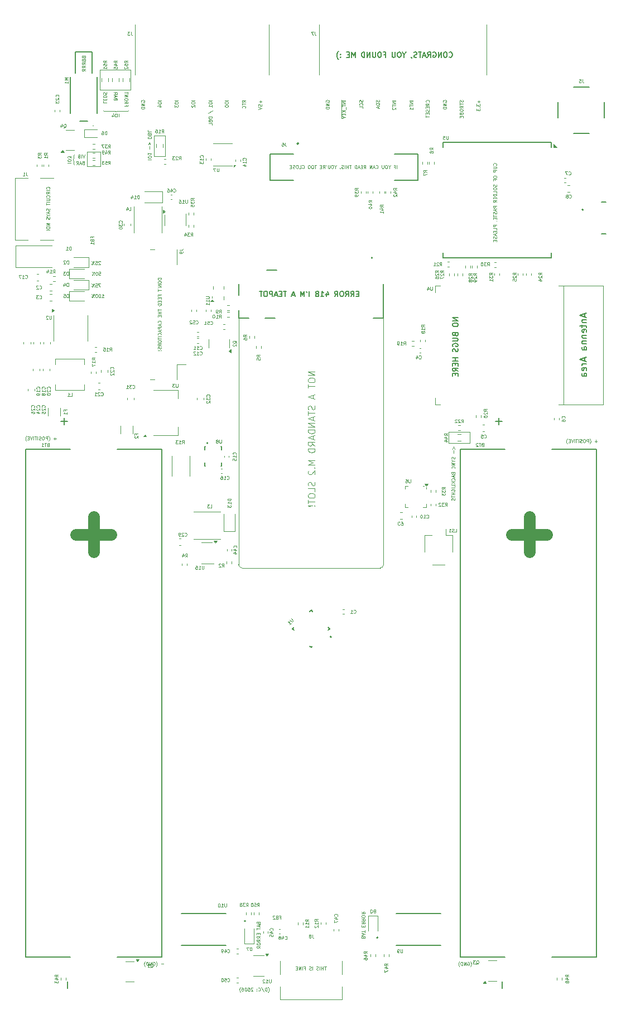
<source format=gbo>
G04 #@! TF.GenerationSoftware,KiCad,Pcbnew,9.0.2*
G04 #@! TF.CreationDate,2025-06-06T17:44:21+02:00*
G04 #@! TF.ProjectId,badgeCarrierCard,62616467-6543-4617-9272-696572436172,V2.5*
G04 #@! TF.SameCoordinates,Original*
G04 #@! TF.FileFunction,Legend,Bot*
G04 #@! TF.FilePolarity,Positive*
%FSLAX46Y46*%
G04 Gerber Fmt 4.6, Leading zero omitted, Abs format (unit mm)*
G04 Created by KiCad (PCBNEW 9.0.2) date 2025-06-06 17:44:21*
%MOMM*%
%LPD*%
G01*
G04 APERTURE LIST*
%ADD10C,0.100000*%
%ADD11C,0.125000*%
%ADD12C,1.750000*%
%ADD13C,0.160000*%
%ADD14C,0.150000*%
%ADD15C,0.120000*%
%ADD16C,0.127000*%
%ADD17C,0.200000*%
%ADD18C,0.050000*%
G04 APERTURE END LIST*
D10*
X40975862Y-46344304D02*
X43022105Y-46344304D01*
X43022105Y-48555244D01*
X40975862Y-48555244D01*
X40975862Y-46344304D01*
X42964593Y-33900000D02*
X47635407Y-33900000D01*
X47635407Y-36900000D01*
X42964593Y-36900000D01*
X42964593Y-33900000D01*
X95903899Y-88868866D02*
X99083334Y-88868866D01*
X99083334Y-90514590D01*
X95903899Y-90514590D01*
X95903899Y-88868866D01*
X51170197Y-43829186D02*
X52820111Y-43829186D01*
X52820111Y-46970814D01*
X51170197Y-46970814D01*
X51170197Y-43829186D01*
X103085990Y-48370550D02*
X103109800Y-48346741D01*
X103109800Y-48346741D02*
X103133609Y-48275312D01*
X103133609Y-48275312D02*
X103133609Y-48227693D01*
X103133609Y-48227693D02*
X103109800Y-48156265D01*
X103109800Y-48156265D02*
X103062180Y-48108646D01*
X103062180Y-48108646D02*
X103014561Y-48084836D01*
X103014561Y-48084836D02*
X102919323Y-48061027D01*
X102919323Y-48061027D02*
X102847895Y-48061027D01*
X102847895Y-48061027D02*
X102752657Y-48084836D01*
X102752657Y-48084836D02*
X102705038Y-48108646D01*
X102705038Y-48108646D02*
X102657419Y-48156265D01*
X102657419Y-48156265D02*
X102633609Y-48227693D01*
X102633609Y-48227693D02*
X102633609Y-48275312D01*
X102633609Y-48275312D02*
X102657419Y-48346741D01*
X102657419Y-48346741D02*
X102681228Y-48370550D01*
X102633609Y-48584836D02*
X103038371Y-48584836D01*
X103038371Y-48584836D02*
X103085990Y-48608646D01*
X103085990Y-48608646D02*
X103109800Y-48632455D01*
X103109800Y-48632455D02*
X103133609Y-48680074D01*
X103133609Y-48680074D02*
X103133609Y-48775312D01*
X103133609Y-48775312D02*
X103109800Y-48822931D01*
X103109800Y-48822931D02*
X103085990Y-48846741D01*
X103085990Y-48846741D02*
X103038371Y-48870550D01*
X103038371Y-48870550D02*
X102633609Y-48870550D01*
X103133609Y-49108646D02*
X102633609Y-49108646D01*
X102633609Y-49108646D02*
X102633609Y-49299122D01*
X102633609Y-49299122D02*
X102657419Y-49346741D01*
X102657419Y-49346741D02*
X102681228Y-49370551D01*
X102681228Y-49370551D02*
X102728847Y-49394360D01*
X102728847Y-49394360D02*
X102800276Y-49394360D01*
X102800276Y-49394360D02*
X102847895Y-49370551D01*
X102847895Y-49370551D02*
X102871704Y-49346741D01*
X102871704Y-49346741D02*
X102895514Y-49299122D01*
X102895514Y-49299122D02*
X102895514Y-49108646D01*
X102633609Y-50084836D02*
X102633609Y-50180074D01*
X102633609Y-50180074D02*
X102657419Y-50227693D01*
X102657419Y-50227693D02*
X102705038Y-50275312D01*
X102705038Y-50275312D02*
X102800276Y-50299122D01*
X102800276Y-50299122D02*
X102966942Y-50299122D01*
X102966942Y-50299122D02*
X103062180Y-50275312D01*
X103062180Y-50275312D02*
X103109800Y-50227693D01*
X103109800Y-50227693D02*
X103133609Y-50180074D01*
X103133609Y-50180074D02*
X103133609Y-50084836D01*
X103133609Y-50084836D02*
X103109800Y-50037217D01*
X103109800Y-50037217D02*
X103062180Y-49989598D01*
X103062180Y-49989598D02*
X102966942Y-49965789D01*
X102966942Y-49965789D02*
X102800276Y-49965789D01*
X102800276Y-49965789D02*
X102705038Y-49989598D01*
X102705038Y-49989598D02*
X102657419Y-50037217D01*
X102657419Y-50037217D02*
X102633609Y-50084836D01*
X102871704Y-50680075D02*
X102871704Y-50513408D01*
X103133609Y-50513408D02*
X102633609Y-50513408D01*
X102633609Y-50513408D02*
X102633609Y-50751503D01*
X103109800Y-51299122D02*
X103133609Y-51370550D01*
X103133609Y-51370550D02*
X103133609Y-51489598D01*
X103133609Y-51489598D02*
X103109800Y-51537217D01*
X103109800Y-51537217D02*
X103085990Y-51561026D01*
X103085990Y-51561026D02*
X103038371Y-51584836D01*
X103038371Y-51584836D02*
X102990752Y-51584836D01*
X102990752Y-51584836D02*
X102943133Y-51561026D01*
X102943133Y-51561026D02*
X102919323Y-51537217D01*
X102919323Y-51537217D02*
X102895514Y-51489598D01*
X102895514Y-51489598D02*
X102871704Y-51394360D01*
X102871704Y-51394360D02*
X102847895Y-51346741D01*
X102847895Y-51346741D02*
X102824085Y-51322931D01*
X102824085Y-51322931D02*
X102776466Y-51299122D01*
X102776466Y-51299122D02*
X102728847Y-51299122D01*
X102728847Y-51299122D02*
X102681228Y-51322931D01*
X102681228Y-51322931D02*
X102657419Y-51346741D01*
X102657419Y-51346741D02*
X102633609Y-51394360D01*
X102633609Y-51394360D02*
X102633609Y-51513407D01*
X102633609Y-51513407D02*
X102657419Y-51584836D01*
X102633609Y-51894359D02*
X102633609Y-51989597D01*
X102633609Y-51989597D02*
X102657419Y-52037216D01*
X102657419Y-52037216D02*
X102705038Y-52084835D01*
X102705038Y-52084835D02*
X102800276Y-52108645D01*
X102800276Y-52108645D02*
X102966942Y-52108645D01*
X102966942Y-52108645D02*
X103062180Y-52084835D01*
X103062180Y-52084835D02*
X103109800Y-52037216D01*
X103109800Y-52037216D02*
X103133609Y-51989597D01*
X103133609Y-51989597D02*
X103133609Y-51894359D01*
X103133609Y-51894359D02*
X103109800Y-51846740D01*
X103109800Y-51846740D02*
X103062180Y-51799121D01*
X103062180Y-51799121D02*
X102966942Y-51775312D01*
X102966942Y-51775312D02*
X102800276Y-51775312D01*
X102800276Y-51775312D02*
X102705038Y-51799121D01*
X102705038Y-51799121D02*
X102657419Y-51846740D01*
X102657419Y-51846740D02*
X102633609Y-51894359D01*
X103133609Y-52561026D02*
X103133609Y-52322931D01*
X103133609Y-52322931D02*
X102633609Y-52322931D01*
X103133609Y-52727693D02*
X102633609Y-52727693D01*
X102633609Y-52727693D02*
X102633609Y-52846741D01*
X102633609Y-52846741D02*
X102657419Y-52918169D01*
X102657419Y-52918169D02*
X102705038Y-52965788D01*
X102705038Y-52965788D02*
X102752657Y-52989598D01*
X102752657Y-52989598D02*
X102847895Y-53013407D01*
X102847895Y-53013407D02*
X102919323Y-53013407D01*
X102919323Y-53013407D02*
X103014561Y-52989598D01*
X103014561Y-52989598D02*
X103062180Y-52965788D01*
X103062180Y-52965788D02*
X103109800Y-52918169D01*
X103109800Y-52918169D02*
X103133609Y-52846741D01*
X103133609Y-52846741D02*
X103133609Y-52727693D01*
X102871704Y-53227693D02*
X102871704Y-53394360D01*
X103133609Y-53465788D02*
X103133609Y-53227693D01*
X103133609Y-53227693D02*
X102633609Y-53227693D01*
X102633609Y-53227693D02*
X102633609Y-53465788D01*
X103133609Y-53965788D02*
X102895514Y-53799122D01*
X103133609Y-53680074D02*
X102633609Y-53680074D01*
X102633609Y-53680074D02*
X102633609Y-53870550D01*
X102633609Y-53870550D02*
X102657419Y-53918169D01*
X102657419Y-53918169D02*
X102681228Y-53941979D01*
X102681228Y-53941979D02*
X102728847Y-53965788D01*
X102728847Y-53965788D02*
X102800276Y-53965788D01*
X102800276Y-53965788D02*
X102847895Y-53941979D01*
X102847895Y-53941979D02*
X102871704Y-53918169D01*
X102871704Y-53918169D02*
X102895514Y-53870550D01*
X102895514Y-53870550D02*
X102895514Y-53680074D01*
X103133609Y-54561026D02*
X102633609Y-54561026D01*
X102633609Y-54561026D02*
X102633609Y-54751502D01*
X102633609Y-54751502D02*
X102657419Y-54799121D01*
X102657419Y-54799121D02*
X102681228Y-54822931D01*
X102681228Y-54822931D02*
X102728847Y-54846740D01*
X102728847Y-54846740D02*
X102800276Y-54846740D01*
X102800276Y-54846740D02*
X102847895Y-54822931D01*
X102847895Y-54822931D02*
X102871704Y-54799121D01*
X102871704Y-54799121D02*
X102895514Y-54751502D01*
X102895514Y-54751502D02*
X102895514Y-54561026D01*
X102990752Y-55037217D02*
X102990752Y-55275312D01*
X103133609Y-54989598D02*
X102633609Y-55156264D01*
X102633609Y-55156264D02*
X103133609Y-55322931D01*
X103109800Y-55465788D02*
X103133609Y-55537216D01*
X103133609Y-55537216D02*
X103133609Y-55656264D01*
X103133609Y-55656264D02*
X103109800Y-55703883D01*
X103109800Y-55703883D02*
X103085990Y-55727692D01*
X103085990Y-55727692D02*
X103038371Y-55751502D01*
X103038371Y-55751502D02*
X102990752Y-55751502D01*
X102990752Y-55751502D02*
X102943133Y-55727692D01*
X102943133Y-55727692D02*
X102919323Y-55703883D01*
X102919323Y-55703883D02*
X102895514Y-55656264D01*
X102895514Y-55656264D02*
X102871704Y-55561026D01*
X102871704Y-55561026D02*
X102847895Y-55513407D01*
X102847895Y-55513407D02*
X102824085Y-55489597D01*
X102824085Y-55489597D02*
X102776466Y-55465788D01*
X102776466Y-55465788D02*
X102728847Y-55465788D01*
X102728847Y-55465788D02*
X102681228Y-55489597D01*
X102681228Y-55489597D02*
X102657419Y-55513407D01*
X102657419Y-55513407D02*
X102633609Y-55561026D01*
X102633609Y-55561026D02*
X102633609Y-55680073D01*
X102633609Y-55680073D02*
X102657419Y-55751502D01*
X102633609Y-55894359D02*
X102633609Y-56180073D01*
X103133609Y-56037216D02*
X102633609Y-56037216D01*
X102871704Y-56346739D02*
X102871704Y-56513406D01*
X103133609Y-56584834D02*
X103133609Y-56346739D01*
X103133609Y-56346739D02*
X102633609Y-56346739D01*
X102633609Y-56346739D02*
X102633609Y-56584834D01*
X103109800Y-56822930D02*
X103133609Y-56822930D01*
X103133609Y-56822930D02*
X103181228Y-56799120D01*
X103181228Y-56799120D02*
X103205038Y-56775311D01*
X103133609Y-57418167D02*
X102633609Y-57418167D01*
X102633609Y-57418167D02*
X102633609Y-57608643D01*
X102633609Y-57608643D02*
X102657419Y-57656262D01*
X102657419Y-57656262D02*
X102681228Y-57680072D01*
X102681228Y-57680072D02*
X102728847Y-57703881D01*
X102728847Y-57703881D02*
X102800276Y-57703881D01*
X102800276Y-57703881D02*
X102847895Y-57680072D01*
X102847895Y-57680072D02*
X102871704Y-57656262D01*
X102871704Y-57656262D02*
X102895514Y-57608643D01*
X102895514Y-57608643D02*
X102895514Y-57418167D01*
X103133609Y-58156262D02*
X103133609Y-57918167D01*
X103133609Y-57918167D02*
X102633609Y-57918167D01*
X102871704Y-58322929D02*
X102871704Y-58489596D01*
X103133609Y-58561024D02*
X103133609Y-58322929D01*
X103133609Y-58322929D02*
X102633609Y-58322929D01*
X102633609Y-58322929D02*
X102633609Y-58561024D01*
X102990752Y-58751501D02*
X102990752Y-58989596D01*
X103133609Y-58703882D02*
X102633609Y-58870548D01*
X102633609Y-58870548D02*
X103133609Y-59037215D01*
X103109800Y-59180072D02*
X103133609Y-59251500D01*
X103133609Y-59251500D02*
X103133609Y-59370548D01*
X103133609Y-59370548D02*
X103109800Y-59418167D01*
X103109800Y-59418167D02*
X103085990Y-59441976D01*
X103085990Y-59441976D02*
X103038371Y-59465786D01*
X103038371Y-59465786D02*
X102990752Y-59465786D01*
X102990752Y-59465786D02*
X102943133Y-59441976D01*
X102943133Y-59441976D02*
X102919323Y-59418167D01*
X102919323Y-59418167D02*
X102895514Y-59370548D01*
X102895514Y-59370548D02*
X102871704Y-59275310D01*
X102871704Y-59275310D02*
X102847895Y-59227691D01*
X102847895Y-59227691D02*
X102824085Y-59203881D01*
X102824085Y-59203881D02*
X102776466Y-59180072D01*
X102776466Y-59180072D02*
X102728847Y-59180072D01*
X102728847Y-59180072D02*
X102681228Y-59203881D01*
X102681228Y-59203881D02*
X102657419Y-59227691D01*
X102657419Y-59227691D02*
X102633609Y-59275310D01*
X102633609Y-59275310D02*
X102633609Y-59394357D01*
X102633609Y-59394357D02*
X102657419Y-59465786D01*
X102871704Y-59680071D02*
X102871704Y-59846738D01*
X103133609Y-59918166D02*
X103133609Y-59680071D01*
X103133609Y-59680071D02*
X102633609Y-59680071D01*
X102633609Y-59680071D02*
X102633609Y-59918166D01*
D11*
X95056119Y-38764378D02*
X95032309Y-38716759D01*
X95032309Y-38716759D02*
X95032309Y-38645330D01*
X95032309Y-38645330D02*
X95056119Y-38573902D01*
X95056119Y-38573902D02*
X95103738Y-38526283D01*
X95103738Y-38526283D02*
X95151357Y-38502473D01*
X95151357Y-38502473D02*
X95246595Y-38478664D01*
X95246595Y-38478664D02*
X95318023Y-38478664D01*
X95318023Y-38478664D02*
X95413261Y-38502473D01*
X95413261Y-38502473D02*
X95460880Y-38526283D01*
X95460880Y-38526283D02*
X95508500Y-38573902D01*
X95508500Y-38573902D02*
X95532309Y-38645330D01*
X95532309Y-38645330D02*
X95532309Y-38692949D01*
X95532309Y-38692949D02*
X95508500Y-38764378D01*
X95508500Y-38764378D02*
X95484690Y-38788187D01*
X95484690Y-38788187D02*
X95318023Y-38788187D01*
X95318023Y-38788187D02*
X95318023Y-38692949D01*
X95532309Y-39002473D02*
X95032309Y-39002473D01*
X95032309Y-39002473D02*
X95532309Y-39288187D01*
X95532309Y-39288187D02*
X95032309Y-39288187D01*
X95532309Y-39526283D02*
X95032309Y-39526283D01*
X95032309Y-39526283D02*
X95032309Y-39645331D01*
X95032309Y-39645331D02*
X95056119Y-39716759D01*
X95056119Y-39716759D02*
X95103738Y-39764378D01*
X95103738Y-39764378D02*
X95151357Y-39788188D01*
X95151357Y-39788188D02*
X95246595Y-39811997D01*
X95246595Y-39811997D02*
X95318023Y-39811997D01*
X95318023Y-39811997D02*
X95413261Y-39788188D01*
X95413261Y-39788188D02*
X95460880Y-39764378D01*
X95460880Y-39764378D02*
X95508500Y-39716759D01*
X95508500Y-39716759D02*
X95532309Y-39645331D01*
X95532309Y-39645331D02*
X95532309Y-39526283D01*
D10*
X77286591Y-169933609D02*
X77000877Y-169933609D01*
X77143734Y-170433609D02*
X77143734Y-169933609D01*
X76834211Y-170433609D02*
X76834211Y-169933609D01*
X76834211Y-170171704D02*
X76548497Y-170171704D01*
X76548497Y-170433609D02*
X76548497Y-169933609D01*
X76310401Y-170433609D02*
X76310401Y-169933609D01*
X76096115Y-170409800D02*
X76024687Y-170433609D01*
X76024687Y-170433609D02*
X75905639Y-170433609D01*
X75905639Y-170433609D02*
X75858020Y-170409800D01*
X75858020Y-170409800D02*
X75834211Y-170385990D01*
X75834211Y-170385990D02*
X75810401Y-170338371D01*
X75810401Y-170338371D02*
X75810401Y-170290752D01*
X75810401Y-170290752D02*
X75834211Y-170243133D01*
X75834211Y-170243133D02*
X75858020Y-170219323D01*
X75858020Y-170219323D02*
X75905639Y-170195514D01*
X75905639Y-170195514D02*
X76000877Y-170171704D01*
X76000877Y-170171704D02*
X76048496Y-170147895D01*
X76048496Y-170147895D02*
X76072306Y-170124085D01*
X76072306Y-170124085D02*
X76096115Y-170076466D01*
X76096115Y-170076466D02*
X76096115Y-170028847D01*
X76096115Y-170028847D02*
X76072306Y-169981228D01*
X76072306Y-169981228D02*
X76048496Y-169957419D01*
X76048496Y-169957419D02*
X76000877Y-169933609D01*
X76000877Y-169933609D02*
X75881830Y-169933609D01*
X75881830Y-169933609D02*
X75810401Y-169957419D01*
X75215164Y-170433609D02*
X75215164Y-169933609D01*
X75000878Y-170409800D02*
X74929450Y-170433609D01*
X74929450Y-170433609D02*
X74810402Y-170433609D01*
X74810402Y-170433609D02*
X74762783Y-170409800D01*
X74762783Y-170409800D02*
X74738974Y-170385990D01*
X74738974Y-170385990D02*
X74715164Y-170338371D01*
X74715164Y-170338371D02*
X74715164Y-170290752D01*
X74715164Y-170290752D02*
X74738974Y-170243133D01*
X74738974Y-170243133D02*
X74762783Y-170219323D01*
X74762783Y-170219323D02*
X74810402Y-170195514D01*
X74810402Y-170195514D02*
X74905640Y-170171704D01*
X74905640Y-170171704D02*
X74953259Y-170147895D01*
X74953259Y-170147895D02*
X74977069Y-170124085D01*
X74977069Y-170124085D02*
X75000878Y-170076466D01*
X75000878Y-170076466D02*
X75000878Y-170028847D01*
X75000878Y-170028847D02*
X74977069Y-169981228D01*
X74977069Y-169981228D02*
X74953259Y-169957419D01*
X74953259Y-169957419D02*
X74905640Y-169933609D01*
X74905640Y-169933609D02*
X74786593Y-169933609D01*
X74786593Y-169933609D02*
X74715164Y-169957419D01*
X73953260Y-170171704D02*
X74119927Y-170171704D01*
X74119927Y-170433609D02*
X74119927Y-169933609D01*
X74119927Y-169933609D02*
X73881832Y-169933609D01*
X73691356Y-170433609D02*
X73691356Y-169933609D01*
X73453261Y-170433609D02*
X73453261Y-169933609D01*
X73453261Y-169933609D02*
X73167547Y-170433609D01*
X73167547Y-170433609D02*
X73167547Y-169933609D01*
X72929451Y-170171704D02*
X72762784Y-170171704D01*
X72691356Y-170433609D02*
X72929451Y-170433609D01*
X72929451Y-170433609D02*
X72929451Y-169933609D01*
X72929451Y-169933609D02*
X72691356Y-169933609D01*
D11*
X43460071Y-40055859D02*
X43460071Y-40079668D01*
X43460071Y-40079668D02*
X43579119Y-40127287D01*
X43579119Y-40127287D02*
X43817214Y-40151097D01*
X43817214Y-40151097D02*
X45007690Y-40151097D01*
X45007690Y-40151097D02*
X45245785Y-40174906D01*
X45245785Y-40174906D02*
X45364833Y-40222525D01*
X45364833Y-40222525D02*
X45483880Y-40174906D01*
X45483880Y-40174906D02*
X45721976Y-40151097D01*
X45721976Y-40151097D02*
X46912452Y-40151097D01*
X46912452Y-40151097D02*
X47150547Y-40127287D01*
X47150547Y-40127287D02*
X47269595Y-40079668D01*
X47269595Y-40079668D02*
X47269595Y-40055859D01*
D10*
X118415163Y-90243133D02*
X118034211Y-90243133D01*
X118224687Y-90433609D02*
X118224687Y-90052657D01*
X117272306Y-90624085D02*
X117296115Y-90600276D01*
X117296115Y-90600276D02*
X117343734Y-90528847D01*
X117343734Y-90528847D02*
X117367544Y-90481228D01*
X117367544Y-90481228D02*
X117391353Y-90409800D01*
X117391353Y-90409800D02*
X117415163Y-90290752D01*
X117415163Y-90290752D02*
X117415163Y-90195514D01*
X117415163Y-90195514D02*
X117391353Y-90076466D01*
X117391353Y-90076466D02*
X117367544Y-90005038D01*
X117367544Y-90005038D02*
X117343734Y-89957419D01*
X117343734Y-89957419D02*
X117296115Y-89885990D01*
X117296115Y-89885990D02*
X117272306Y-89862180D01*
X117081830Y-90433609D02*
X117081830Y-89933609D01*
X117081830Y-89933609D02*
X116891354Y-89933609D01*
X116891354Y-89933609D02*
X116843735Y-89957419D01*
X116843735Y-89957419D02*
X116819925Y-89981228D01*
X116819925Y-89981228D02*
X116796116Y-90028847D01*
X116796116Y-90028847D02*
X116796116Y-90100276D01*
X116796116Y-90100276D02*
X116819925Y-90147895D01*
X116819925Y-90147895D02*
X116843735Y-90171704D01*
X116843735Y-90171704D02*
X116891354Y-90195514D01*
X116891354Y-90195514D02*
X117081830Y-90195514D01*
X116486592Y-89933609D02*
X116391354Y-89933609D01*
X116391354Y-89933609D02*
X116343735Y-89957419D01*
X116343735Y-89957419D02*
X116296116Y-90005038D01*
X116296116Y-90005038D02*
X116272306Y-90100276D01*
X116272306Y-90100276D02*
X116272306Y-90266942D01*
X116272306Y-90266942D02*
X116296116Y-90362180D01*
X116296116Y-90362180D02*
X116343735Y-90409800D01*
X116343735Y-90409800D02*
X116391354Y-90433609D01*
X116391354Y-90433609D02*
X116486592Y-90433609D01*
X116486592Y-90433609D02*
X116534211Y-90409800D01*
X116534211Y-90409800D02*
X116581830Y-90362180D01*
X116581830Y-90362180D02*
X116605639Y-90266942D01*
X116605639Y-90266942D02*
X116605639Y-90100276D01*
X116605639Y-90100276D02*
X116581830Y-90005038D01*
X116581830Y-90005038D02*
X116534211Y-89957419D01*
X116534211Y-89957419D02*
X116486592Y-89933609D01*
X116081829Y-90409800D02*
X116010401Y-90433609D01*
X116010401Y-90433609D02*
X115891353Y-90433609D01*
X115891353Y-90433609D02*
X115843734Y-90409800D01*
X115843734Y-90409800D02*
X115819925Y-90385990D01*
X115819925Y-90385990D02*
X115796115Y-90338371D01*
X115796115Y-90338371D02*
X115796115Y-90290752D01*
X115796115Y-90290752D02*
X115819925Y-90243133D01*
X115819925Y-90243133D02*
X115843734Y-90219323D01*
X115843734Y-90219323D02*
X115891353Y-90195514D01*
X115891353Y-90195514D02*
X115986591Y-90171704D01*
X115986591Y-90171704D02*
X116034210Y-90147895D01*
X116034210Y-90147895D02*
X116058020Y-90124085D01*
X116058020Y-90124085D02*
X116081829Y-90076466D01*
X116081829Y-90076466D02*
X116081829Y-90028847D01*
X116081829Y-90028847D02*
X116058020Y-89981228D01*
X116058020Y-89981228D02*
X116034210Y-89957419D01*
X116034210Y-89957419D02*
X115986591Y-89933609D01*
X115986591Y-89933609D02*
X115867544Y-89933609D01*
X115867544Y-89933609D02*
X115796115Y-89957419D01*
X115581830Y-90433609D02*
X115581830Y-89933609D01*
X115415163Y-89933609D02*
X115129449Y-89933609D01*
X115272306Y-90433609D02*
X115272306Y-89933609D01*
X114962783Y-90433609D02*
X114962783Y-89933609D01*
X114796116Y-89933609D02*
X114629450Y-90433609D01*
X114629450Y-90433609D02*
X114462783Y-89933609D01*
X114296117Y-90171704D02*
X114129450Y-90171704D01*
X114058022Y-90433609D02*
X114296117Y-90433609D01*
X114296117Y-90433609D02*
X114296117Y-89933609D01*
X114296117Y-89933609D02*
X114058022Y-89933609D01*
X113891355Y-90624085D02*
X113867545Y-90600276D01*
X113867545Y-90600276D02*
X113819926Y-90528847D01*
X113819926Y-90528847D02*
X113796117Y-90481228D01*
X113796117Y-90481228D02*
X113772307Y-90409800D01*
X113772307Y-90409800D02*
X113748498Y-90290752D01*
X113748498Y-90290752D02*
X113748498Y-90195514D01*
X113748498Y-90195514D02*
X113772307Y-90076466D01*
X113772307Y-90076466D02*
X113796117Y-90005038D01*
X113796117Y-90005038D02*
X113819926Y-89957419D01*
X113819926Y-89957419D02*
X113867545Y-89885990D01*
X113867545Y-89885990D02*
X113891355Y-89862180D01*
D11*
X52232309Y-38502473D02*
X51732309Y-38502473D01*
X51732309Y-38835806D02*
X51732309Y-38931044D01*
X51732309Y-38931044D02*
X51756119Y-38978663D01*
X51756119Y-38978663D02*
X51803738Y-39026282D01*
X51803738Y-39026282D02*
X51898976Y-39050092D01*
X51898976Y-39050092D02*
X52065642Y-39050092D01*
X52065642Y-39050092D02*
X52160880Y-39026282D01*
X52160880Y-39026282D02*
X52208500Y-38978663D01*
X52208500Y-38978663D02*
X52232309Y-38931044D01*
X52232309Y-38931044D02*
X52232309Y-38835806D01*
X52232309Y-38835806D02*
X52208500Y-38788187D01*
X52208500Y-38788187D02*
X52160880Y-38740568D01*
X52160880Y-38740568D02*
X52065642Y-38716759D01*
X52065642Y-38716759D02*
X51898976Y-38716759D01*
X51898976Y-38716759D02*
X51803738Y-38740568D01*
X51803738Y-38740568D02*
X51756119Y-38788187D01*
X51756119Y-38788187D02*
X51732309Y-38835806D01*
X51898976Y-39478664D02*
X52232309Y-39478664D01*
X51708500Y-39359616D02*
X52065642Y-39240569D01*
X52065642Y-39240569D02*
X52065642Y-39550092D01*
D10*
X88015163Y-48833609D02*
X88015163Y-48333609D01*
X87610401Y-48571704D02*
X87777068Y-48571704D01*
X87777068Y-48833609D02*
X87777068Y-48333609D01*
X87777068Y-48333609D02*
X87538973Y-48333609D01*
X86872307Y-48595514D02*
X86872307Y-48833609D01*
X87038973Y-48333609D02*
X86872307Y-48595514D01*
X86872307Y-48595514D02*
X86705640Y-48333609D01*
X86443736Y-48333609D02*
X86348498Y-48333609D01*
X86348498Y-48333609D02*
X86300879Y-48357419D01*
X86300879Y-48357419D02*
X86253260Y-48405038D01*
X86253260Y-48405038D02*
X86229450Y-48500276D01*
X86229450Y-48500276D02*
X86229450Y-48666942D01*
X86229450Y-48666942D02*
X86253260Y-48762180D01*
X86253260Y-48762180D02*
X86300879Y-48809800D01*
X86300879Y-48809800D02*
X86348498Y-48833609D01*
X86348498Y-48833609D02*
X86443736Y-48833609D01*
X86443736Y-48833609D02*
X86491355Y-48809800D01*
X86491355Y-48809800D02*
X86538974Y-48762180D01*
X86538974Y-48762180D02*
X86562783Y-48666942D01*
X86562783Y-48666942D02*
X86562783Y-48500276D01*
X86562783Y-48500276D02*
X86538974Y-48405038D01*
X86538974Y-48405038D02*
X86491355Y-48357419D01*
X86491355Y-48357419D02*
X86443736Y-48333609D01*
X86015164Y-48333609D02*
X86015164Y-48738371D01*
X86015164Y-48738371D02*
X85991354Y-48785990D01*
X85991354Y-48785990D02*
X85967545Y-48809800D01*
X85967545Y-48809800D02*
X85919926Y-48833609D01*
X85919926Y-48833609D02*
X85824688Y-48833609D01*
X85824688Y-48833609D02*
X85777069Y-48809800D01*
X85777069Y-48809800D02*
X85753259Y-48785990D01*
X85753259Y-48785990D02*
X85729450Y-48738371D01*
X85729450Y-48738371D02*
X85729450Y-48333609D01*
X84824688Y-48785990D02*
X84848497Y-48809800D01*
X84848497Y-48809800D02*
X84919926Y-48833609D01*
X84919926Y-48833609D02*
X84967545Y-48833609D01*
X84967545Y-48833609D02*
X85038973Y-48809800D01*
X85038973Y-48809800D02*
X85086592Y-48762180D01*
X85086592Y-48762180D02*
X85110402Y-48714561D01*
X85110402Y-48714561D02*
X85134211Y-48619323D01*
X85134211Y-48619323D02*
X85134211Y-48547895D01*
X85134211Y-48547895D02*
X85110402Y-48452657D01*
X85110402Y-48452657D02*
X85086592Y-48405038D01*
X85086592Y-48405038D02*
X85038973Y-48357419D01*
X85038973Y-48357419D02*
X84967545Y-48333609D01*
X84967545Y-48333609D02*
X84919926Y-48333609D01*
X84919926Y-48333609D02*
X84848497Y-48357419D01*
X84848497Y-48357419D02*
X84824688Y-48381228D01*
X84634211Y-48690752D02*
X84396116Y-48690752D01*
X84681830Y-48833609D02*
X84515164Y-48333609D01*
X84515164Y-48333609D02*
X84348497Y-48833609D01*
X84181831Y-48833609D02*
X84181831Y-48333609D01*
X84181831Y-48333609D02*
X83896117Y-48833609D01*
X83896117Y-48833609D02*
X83896117Y-48333609D01*
X82991355Y-48833609D02*
X83158021Y-48595514D01*
X83277069Y-48833609D02*
X83277069Y-48333609D01*
X83277069Y-48333609D02*
X83086593Y-48333609D01*
X83086593Y-48333609D02*
X83038974Y-48357419D01*
X83038974Y-48357419D02*
X83015164Y-48381228D01*
X83015164Y-48381228D02*
X82991355Y-48428847D01*
X82991355Y-48428847D02*
X82991355Y-48500276D01*
X82991355Y-48500276D02*
X83015164Y-48547895D01*
X83015164Y-48547895D02*
X83038974Y-48571704D01*
X83038974Y-48571704D02*
X83086593Y-48595514D01*
X83086593Y-48595514D02*
X83277069Y-48595514D01*
X82777069Y-48571704D02*
X82610402Y-48571704D01*
X82538974Y-48833609D02*
X82777069Y-48833609D01*
X82777069Y-48833609D02*
X82777069Y-48333609D01*
X82777069Y-48333609D02*
X82538974Y-48333609D01*
X82348497Y-48690752D02*
X82110402Y-48690752D01*
X82396116Y-48833609D02*
X82229450Y-48333609D01*
X82229450Y-48333609D02*
X82062783Y-48833609D01*
X81896117Y-48833609D02*
X81896117Y-48333609D01*
X81896117Y-48333609D02*
X81777069Y-48333609D01*
X81777069Y-48333609D02*
X81705641Y-48357419D01*
X81705641Y-48357419D02*
X81658022Y-48405038D01*
X81658022Y-48405038D02*
X81634212Y-48452657D01*
X81634212Y-48452657D02*
X81610403Y-48547895D01*
X81610403Y-48547895D02*
X81610403Y-48619323D01*
X81610403Y-48619323D02*
X81634212Y-48714561D01*
X81634212Y-48714561D02*
X81658022Y-48762180D01*
X81658022Y-48762180D02*
X81705641Y-48809800D01*
X81705641Y-48809800D02*
X81777069Y-48833609D01*
X81777069Y-48833609D02*
X81896117Y-48833609D01*
X81086593Y-48333609D02*
X80800879Y-48333609D01*
X80943736Y-48833609D02*
X80943736Y-48333609D01*
X80634213Y-48833609D02*
X80634213Y-48333609D01*
X80634213Y-48571704D02*
X80348499Y-48571704D01*
X80348499Y-48833609D02*
X80348499Y-48333609D01*
X80110403Y-48833609D02*
X80110403Y-48333609D01*
X79896117Y-48809800D02*
X79824689Y-48833609D01*
X79824689Y-48833609D02*
X79705641Y-48833609D01*
X79705641Y-48833609D02*
X79658022Y-48809800D01*
X79658022Y-48809800D02*
X79634213Y-48785990D01*
X79634213Y-48785990D02*
X79610403Y-48738371D01*
X79610403Y-48738371D02*
X79610403Y-48690752D01*
X79610403Y-48690752D02*
X79634213Y-48643133D01*
X79634213Y-48643133D02*
X79658022Y-48619323D01*
X79658022Y-48619323D02*
X79705641Y-48595514D01*
X79705641Y-48595514D02*
X79800879Y-48571704D01*
X79800879Y-48571704D02*
X79848498Y-48547895D01*
X79848498Y-48547895D02*
X79872308Y-48524085D01*
X79872308Y-48524085D02*
X79896117Y-48476466D01*
X79896117Y-48476466D02*
X79896117Y-48428847D01*
X79896117Y-48428847D02*
X79872308Y-48381228D01*
X79872308Y-48381228D02*
X79848498Y-48357419D01*
X79848498Y-48357419D02*
X79800879Y-48333609D01*
X79800879Y-48333609D02*
X79681832Y-48333609D01*
X79681832Y-48333609D02*
X79610403Y-48357419D01*
X79372308Y-48809800D02*
X79372308Y-48833609D01*
X79372308Y-48833609D02*
X79396118Y-48881228D01*
X79396118Y-48881228D02*
X79419927Y-48905038D01*
X78681833Y-48595514D02*
X78681833Y-48833609D01*
X78848499Y-48333609D02*
X78681833Y-48595514D01*
X78681833Y-48595514D02*
X78515166Y-48333609D01*
X78253262Y-48333609D02*
X78158024Y-48333609D01*
X78158024Y-48333609D02*
X78110405Y-48357419D01*
X78110405Y-48357419D02*
X78062786Y-48405038D01*
X78062786Y-48405038D02*
X78038976Y-48500276D01*
X78038976Y-48500276D02*
X78038976Y-48666942D01*
X78038976Y-48666942D02*
X78062786Y-48762180D01*
X78062786Y-48762180D02*
X78110405Y-48809800D01*
X78110405Y-48809800D02*
X78158024Y-48833609D01*
X78158024Y-48833609D02*
X78253262Y-48833609D01*
X78253262Y-48833609D02*
X78300881Y-48809800D01*
X78300881Y-48809800D02*
X78348500Y-48762180D01*
X78348500Y-48762180D02*
X78372309Y-48666942D01*
X78372309Y-48666942D02*
X78372309Y-48500276D01*
X78372309Y-48500276D02*
X78348500Y-48405038D01*
X78348500Y-48405038D02*
X78300881Y-48357419D01*
X78300881Y-48357419D02*
X78253262Y-48333609D01*
X77824690Y-48333609D02*
X77824690Y-48738371D01*
X77824690Y-48738371D02*
X77800880Y-48785990D01*
X77800880Y-48785990D02*
X77777071Y-48809800D01*
X77777071Y-48809800D02*
X77729452Y-48833609D01*
X77729452Y-48833609D02*
X77634214Y-48833609D01*
X77634214Y-48833609D02*
X77586595Y-48809800D01*
X77586595Y-48809800D02*
X77562785Y-48785990D01*
X77562785Y-48785990D02*
X77538976Y-48738371D01*
X77538976Y-48738371D02*
X77538976Y-48333609D01*
X77277070Y-48333609D02*
X77324689Y-48428847D01*
X76777071Y-48833609D02*
X76943737Y-48595514D01*
X77062785Y-48833609D02*
X77062785Y-48333609D01*
X77062785Y-48333609D02*
X76872309Y-48333609D01*
X76872309Y-48333609D02*
X76824690Y-48357419D01*
X76824690Y-48357419D02*
X76800880Y-48381228D01*
X76800880Y-48381228D02*
X76777071Y-48428847D01*
X76777071Y-48428847D02*
X76777071Y-48500276D01*
X76777071Y-48500276D02*
X76800880Y-48547895D01*
X76800880Y-48547895D02*
X76824690Y-48571704D01*
X76824690Y-48571704D02*
X76872309Y-48595514D01*
X76872309Y-48595514D02*
X77062785Y-48595514D01*
X76562785Y-48571704D02*
X76396118Y-48571704D01*
X76324690Y-48833609D02*
X76562785Y-48833609D01*
X76562785Y-48833609D02*
X76562785Y-48333609D01*
X76562785Y-48333609D02*
X76324690Y-48333609D01*
X75800880Y-48333609D02*
X75515166Y-48333609D01*
X75658023Y-48833609D02*
X75658023Y-48333609D01*
X75253262Y-48333609D02*
X75158024Y-48333609D01*
X75158024Y-48333609D02*
X75110405Y-48357419D01*
X75110405Y-48357419D02*
X75062786Y-48405038D01*
X75062786Y-48405038D02*
X75038976Y-48500276D01*
X75038976Y-48500276D02*
X75038976Y-48666942D01*
X75038976Y-48666942D02*
X75062786Y-48762180D01*
X75062786Y-48762180D02*
X75110405Y-48809800D01*
X75110405Y-48809800D02*
X75158024Y-48833609D01*
X75158024Y-48833609D02*
X75253262Y-48833609D01*
X75253262Y-48833609D02*
X75300881Y-48809800D01*
X75300881Y-48809800D02*
X75348500Y-48762180D01*
X75348500Y-48762180D02*
X75372309Y-48666942D01*
X75372309Y-48666942D02*
X75372309Y-48500276D01*
X75372309Y-48500276D02*
X75348500Y-48405038D01*
X75348500Y-48405038D02*
X75300881Y-48357419D01*
X75300881Y-48357419D02*
X75253262Y-48333609D01*
X74729452Y-48333609D02*
X74634214Y-48333609D01*
X74634214Y-48333609D02*
X74586595Y-48357419D01*
X74586595Y-48357419D02*
X74538976Y-48405038D01*
X74538976Y-48405038D02*
X74515166Y-48500276D01*
X74515166Y-48500276D02*
X74515166Y-48666942D01*
X74515166Y-48666942D02*
X74538976Y-48762180D01*
X74538976Y-48762180D02*
X74586595Y-48809800D01*
X74586595Y-48809800D02*
X74634214Y-48833609D01*
X74634214Y-48833609D02*
X74729452Y-48833609D01*
X74729452Y-48833609D02*
X74777071Y-48809800D01*
X74777071Y-48809800D02*
X74824690Y-48762180D01*
X74824690Y-48762180D02*
X74848499Y-48666942D01*
X74848499Y-48666942D02*
X74848499Y-48500276D01*
X74848499Y-48500276D02*
X74824690Y-48405038D01*
X74824690Y-48405038D02*
X74777071Y-48357419D01*
X74777071Y-48357419D02*
X74729452Y-48333609D01*
X73634214Y-48785990D02*
X73658023Y-48809800D01*
X73658023Y-48809800D02*
X73729452Y-48833609D01*
X73729452Y-48833609D02*
X73777071Y-48833609D01*
X73777071Y-48833609D02*
X73848499Y-48809800D01*
X73848499Y-48809800D02*
X73896118Y-48762180D01*
X73896118Y-48762180D02*
X73919928Y-48714561D01*
X73919928Y-48714561D02*
X73943737Y-48619323D01*
X73943737Y-48619323D02*
X73943737Y-48547895D01*
X73943737Y-48547895D02*
X73919928Y-48452657D01*
X73919928Y-48452657D02*
X73896118Y-48405038D01*
X73896118Y-48405038D02*
X73848499Y-48357419D01*
X73848499Y-48357419D02*
X73777071Y-48333609D01*
X73777071Y-48333609D02*
X73729452Y-48333609D01*
X73729452Y-48333609D02*
X73658023Y-48357419D01*
X73658023Y-48357419D02*
X73634214Y-48381228D01*
X73181833Y-48833609D02*
X73419928Y-48833609D01*
X73419928Y-48833609D02*
X73419928Y-48333609D01*
X72919928Y-48333609D02*
X72824690Y-48333609D01*
X72824690Y-48333609D02*
X72777071Y-48357419D01*
X72777071Y-48357419D02*
X72729452Y-48405038D01*
X72729452Y-48405038D02*
X72705642Y-48500276D01*
X72705642Y-48500276D02*
X72705642Y-48666942D01*
X72705642Y-48666942D02*
X72729452Y-48762180D01*
X72729452Y-48762180D02*
X72777071Y-48809800D01*
X72777071Y-48809800D02*
X72824690Y-48833609D01*
X72824690Y-48833609D02*
X72919928Y-48833609D01*
X72919928Y-48833609D02*
X72967547Y-48809800D01*
X72967547Y-48809800D02*
X73015166Y-48762180D01*
X73015166Y-48762180D02*
X73038975Y-48666942D01*
X73038975Y-48666942D02*
X73038975Y-48500276D01*
X73038975Y-48500276D02*
X73015166Y-48405038D01*
X73015166Y-48405038D02*
X72967547Y-48357419D01*
X72967547Y-48357419D02*
X72919928Y-48333609D01*
X72515165Y-48809800D02*
X72443737Y-48833609D01*
X72443737Y-48833609D02*
X72324689Y-48833609D01*
X72324689Y-48833609D02*
X72277070Y-48809800D01*
X72277070Y-48809800D02*
X72253261Y-48785990D01*
X72253261Y-48785990D02*
X72229451Y-48738371D01*
X72229451Y-48738371D02*
X72229451Y-48690752D01*
X72229451Y-48690752D02*
X72253261Y-48643133D01*
X72253261Y-48643133D02*
X72277070Y-48619323D01*
X72277070Y-48619323D02*
X72324689Y-48595514D01*
X72324689Y-48595514D02*
X72419927Y-48571704D01*
X72419927Y-48571704D02*
X72467546Y-48547895D01*
X72467546Y-48547895D02*
X72491356Y-48524085D01*
X72491356Y-48524085D02*
X72515165Y-48476466D01*
X72515165Y-48476466D02*
X72515165Y-48428847D01*
X72515165Y-48428847D02*
X72491356Y-48381228D01*
X72491356Y-48381228D02*
X72467546Y-48357419D01*
X72467546Y-48357419D02*
X72419927Y-48333609D01*
X72419927Y-48333609D02*
X72300880Y-48333609D01*
X72300880Y-48333609D02*
X72229451Y-48357419D01*
X72015166Y-48571704D02*
X71848499Y-48571704D01*
X71777071Y-48833609D02*
X72015166Y-48833609D01*
X72015166Y-48833609D02*
X72015166Y-48333609D01*
X72015166Y-48333609D02*
X71777071Y-48333609D01*
D11*
X54832309Y-38502473D02*
X54332309Y-38502473D01*
X54332309Y-38835806D02*
X54332309Y-38931044D01*
X54332309Y-38931044D02*
X54356119Y-38978663D01*
X54356119Y-38978663D02*
X54403738Y-39026282D01*
X54403738Y-39026282D02*
X54498976Y-39050092D01*
X54498976Y-39050092D02*
X54665642Y-39050092D01*
X54665642Y-39050092D02*
X54760880Y-39026282D01*
X54760880Y-39026282D02*
X54808500Y-38978663D01*
X54808500Y-38978663D02*
X54832309Y-38931044D01*
X54832309Y-38931044D02*
X54832309Y-38835806D01*
X54832309Y-38835806D02*
X54808500Y-38788187D01*
X54808500Y-38788187D02*
X54760880Y-38740568D01*
X54760880Y-38740568D02*
X54665642Y-38716759D01*
X54665642Y-38716759D02*
X54498976Y-38716759D01*
X54498976Y-38716759D02*
X54403738Y-38740568D01*
X54403738Y-38740568D02*
X54356119Y-38788187D01*
X54356119Y-38788187D02*
X54332309Y-38835806D01*
X54332309Y-39216759D02*
X54332309Y-39526283D01*
X54332309Y-39526283D02*
X54522785Y-39359616D01*
X54522785Y-39359616D02*
X54522785Y-39431045D01*
X54522785Y-39431045D02*
X54546595Y-39478664D01*
X54546595Y-39478664D02*
X54570404Y-39502473D01*
X54570404Y-39502473D02*
X54618023Y-39526283D01*
X54618023Y-39526283D02*
X54737071Y-39526283D01*
X54737071Y-39526283D02*
X54784690Y-39502473D01*
X54784690Y-39502473D02*
X54808500Y-39478664D01*
X54808500Y-39478664D02*
X54832309Y-39431045D01*
X54832309Y-39431045D02*
X54832309Y-39288188D01*
X54832309Y-39288188D02*
X54808500Y-39240569D01*
X54808500Y-39240569D02*
X54784690Y-39216759D01*
D10*
X68472306Y-173824085D02*
X68496115Y-173800276D01*
X68496115Y-173800276D02*
X68543734Y-173728847D01*
X68543734Y-173728847D02*
X68567544Y-173681228D01*
X68567544Y-173681228D02*
X68591353Y-173609800D01*
X68591353Y-173609800D02*
X68615163Y-173490752D01*
X68615163Y-173490752D02*
X68615163Y-173395514D01*
X68615163Y-173395514D02*
X68591353Y-173276466D01*
X68591353Y-173276466D02*
X68567544Y-173205038D01*
X68567544Y-173205038D02*
X68543734Y-173157419D01*
X68543734Y-173157419D02*
X68496115Y-173085990D01*
X68496115Y-173085990D02*
X68472306Y-173062180D01*
X68281830Y-173633609D02*
X68281830Y-173133609D01*
X68281830Y-173133609D02*
X68162782Y-173133609D01*
X68162782Y-173133609D02*
X68091354Y-173157419D01*
X68091354Y-173157419D02*
X68043735Y-173205038D01*
X68043735Y-173205038D02*
X68019925Y-173252657D01*
X68019925Y-173252657D02*
X67996116Y-173347895D01*
X67996116Y-173347895D02*
X67996116Y-173419323D01*
X67996116Y-173419323D02*
X68019925Y-173514561D01*
X68019925Y-173514561D02*
X68043735Y-173562180D01*
X68043735Y-173562180D02*
X68091354Y-173609800D01*
X68091354Y-173609800D02*
X68162782Y-173633609D01*
X68162782Y-173633609D02*
X68281830Y-173633609D01*
X67424687Y-173109800D02*
X67853258Y-173752657D01*
X66972306Y-173585990D02*
X66996115Y-173609800D01*
X66996115Y-173609800D02*
X67067544Y-173633609D01*
X67067544Y-173633609D02*
X67115163Y-173633609D01*
X67115163Y-173633609D02*
X67186591Y-173609800D01*
X67186591Y-173609800D02*
X67234210Y-173562180D01*
X67234210Y-173562180D02*
X67258020Y-173514561D01*
X67258020Y-173514561D02*
X67281829Y-173419323D01*
X67281829Y-173419323D02*
X67281829Y-173347895D01*
X67281829Y-173347895D02*
X67258020Y-173252657D01*
X67258020Y-173252657D02*
X67234210Y-173205038D01*
X67234210Y-173205038D02*
X67186591Y-173157419D01*
X67186591Y-173157419D02*
X67115163Y-173133609D01*
X67115163Y-173133609D02*
X67067544Y-173133609D01*
X67067544Y-173133609D02*
X66996115Y-173157419D01*
X66996115Y-173157419D02*
X66972306Y-173181228D01*
X66758020Y-173585990D02*
X66734210Y-173609800D01*
X66734210Y-173609800D02*
X66758020Y-173633609D01*
X66758020Y-173633609D02*
X66781829Y-173609800D01*
X66781829Y-173609800D02*
X66758020Y-173585990D01*
X66758020Y-173585990D02*
X66758020Y-173633609D01*
X66758020Y-173324085D02*
X66734210Y-173347895D01*
X66734210Y-173347895D02*
X66758020Y-173371704D01*
X66758020Y-173371704D02*
X66781829Y-173347895D01*
X66781829Y-173347895D02*
X66758020Y-173324085D01*
X66758020Y-173324085D02*
X66758020Y-173371704D01*
X66162782Y-173181228D02*
X66138973Y-173157419D01*
X66138973Y-173157419D02*
X66091354Y-173133609D01*
X66091354Y-173133609D02*
X65972306Y-173133609D01*
X65972306Y-173133609D02*
X65924687Y-173157419D01*
X65924687Y-173157419D02*
X65900878Y-173181228D01*
X65900878Y-173181228D02*
X65877068Y-173228847D01*
X65877068Y-173228847D02*
X65877068Y-173276466D01*
X65877068Y-173276466D02*
X65900878Y-173347895D01*
X65900878Y-173347895D02*
X66186592Y-173633609D01*
X66186592Y-173633609D02*
X65877068Y-173633609D01*
X65424688Y-173133609D02*
X65662783Y-173133609D01*
X65662783Y-173133609D02*
X65686592Y-173371704D01*
X65686592Y-173371704D02*
X65662783Y-173347895D01*
X65662783Y-173347895D02*
X65615164Y-173324085D01*
X65615164Y-173324085D02*
X65496116Y-173324085D01*
X65496116Y-173324085D02*
X65448497Y-173347895D01*
X65448497Y-173347895D02*
X65424688Y-173371704D01*
X65424688Y-173371704D02*
X65400878Y-173419323D01*
X65400878Y-173419323D02*
X65400878Y-173538371D01*
X65400878Y-173538371D02*
X65424688Y-173585990D01*
X65424688Y-173585990D02*
X65448497Y-173609800D01*
X65448497Y-173609800D02*
X65496116Y-173633609D01*
X65496116Y-173633609D02*
X65615164Y-173633609D01*
X65615164Y-173633609D02*
X65662783Y-173609800D01*
X65662783Y-173609800D02*
X65686592Y-173585990D01*
X65091355Y-173133609D02*
X65043736Y-173133609D01*
X65043736Y-173133609D02*
X64996117Y-173157419D01*
X64996117Y-173157419D02*
X64972307Y-173181228D01*
X64972307Y-173181228D02*
X64948498Y-173228847D01*
X64948498Y-173228847D02*
X64924688Y-173324085D01*
X64924688Y-173324085D02*
X64924688Y-173443133D01*
X64924688Y-173443133D02*
X64948498Y-173538371D01*
X64948498Y-173538371D02*
X64972307Y-173585990D01*
X64972307Y-173585990D02*
X64996117Y-173609800D01*
X64996117Y-173609800D02*
X65043736Y-173633609D01*
X65043736Y-173633609D02*
X65091355Y-173633609D01*
X65091355Y-173633609D02*
X65138974Y-173609800D01*
X65138974Y-173609800D02*
X65162783Y-173585990D01*
X65162783Y-173585990D02*
X65186593Y-173538371D01*
X65186593Y-173538371D02*
X65210402Y-173443133D01*
X65210402Y-173443133D02*
X65210402Y-173324085D01*
X65210402Y-173324085D02*
X65186593Y-173228847D01*
X65186593Y-173228847D02*
X65162783Y-173181228D01*
X65162783Y-173181228D02*
X65138974Y-173157419D01*
X65138974Y-173157419D02*
X65091355Y-173133609D01*
X64496117Y-173133609D02*
X64591355Y-173133609D01*
X64591355Y-173133609D02*
X64638974Y-173157419D01*
X64638974Y-173157419D02*
X64662784Y-173181228D01*
X64662784Y-173181228D02*
X64710403Y-173252657D01*
X64710403Y-173252657D02*
X64734212Y-173347895D01*
X64734212Y-173347895D02*
X64734212Y-173538371D01*
X64734212Y-173538371D02*
X64710403Y-173585990D01*
X64710403Y-173585990D02*
X64686593Y-173609800D01*
X64686593Y-173609800D02*
X64638974Y-173633609D01*
X64638974Y-173633609D02*
X64543736Y-173633609D01*
X64543736Y-173633609D02*
X64496117Y-173609800D01*
X64496117Y-173609800D02*
X64472308Y-173585990D01*
X64472308Y-173585990D02*
X64448498Y-173538371D01*
X64448498Y-173538371D02*
X64448498Y-173419323D01*
X64448498Y-173419323D02*
X64472308Y-173371704D01*
X64472308Y-173371704D02*
X64496117Y-173347895D01*
X64496117Y-173347895D02*
X64543736Y-173324085D01*
X64543736Y-173324085D02*
X64638974Y-173324085D01*
X64638974Y-173324085D02*
X64686593Y-173347895D01*
X64686593Y-173347895D02*
X64710403Y-173371704D01*
X64710403Y-173371704D02*
X64734212Y-173419323D01*
X64281832Y-173824085D02*
X64258022Y-173800276D01*
X64258022Y-173800276D02*
X64210403Y-173728847D01*
X64210403Y-173728847D02*
X64186594Y-173681228D01*
X64186594Y-173681228D02*
X64162784Y-173609800D01*
X64162784Y-173609800D02*
X64138975Y-173490752D01*
X64138975Y-173490752D02*
X64138975Y-173395514D01*
X64138975Y-173395514D02*
X64162784Y-173276466D01*
X64162784Y-173276466D02*
X64186594Y-173205038D01*
X64186594Y-173205038D02*
X64210403Y-173157419D01*
X64210403Y-173157419D02*
X64258022Y-173085990D01*
X64258022Y-173085990D02*
X64281832Y-173062180D01*
D12*
X44682018Y-104385667D02*
X39348685Y-104385667D01*
X42015351Y-107052334D02*
X42015351Y-101719001D01*
D11*
X43071335Y-66332309D02*
X42738002Y-66332309D01*
X42738002Y-66332309D02*
X42952287Y-66832309D01*
X42309431Y-66332309D02*
X42547526Y-66332309D01*
X42547526Y-66332309D02*
X42571335Y-66570404D01*
X42571335Y-66570404D02*
X42547526Y-66546595D01*
X42547526Y-66546595D02*
X42499907Y-66522785D01*
X42499907Y-66522785D02*
X42380859Y-66522785D01*
X42380859Y-66522785D02*
X42333240Y-66546595D01*
X42333240Y-66546595D02*
X42309431Y-66570404D01*
X42309431Y-66570404D02*
X42285621Y-66618023D01*
X42285621Y-66618023D02*
X42285621Y-66737071D01*
X42285621Y-66737071D02*
X42309431Y-66784690D01*
X42309431Y-66784690D02*
X42333240Y-66808500D01*
X42333240Y-66808500D02*
X42380859Y-66832309D01*
X42380859Y-66832309D02*
X42499907Y-66832309D01*
X42499907Y-66832309D02*
X42547526Y-66808500D01*
X42547526Y-66808500D02*
X42571335Y-66784690D01*
X42095145Y-66832309D02*
X41714193Y-66332309D01*
X42023717Y-66332309D02*
X41976098Y-66356119D01*
X41976098Y-66356119D02*
X41952288Y-66403738D01*
X41952288Y-66403738D02*
X41976098Y-66451357D01*
X41976098Y-66451357D02*
X42023717Y-66475166D01*
X42023717Y-66475166D02*
X42071336Y-66451357D01*
X42071336Y-66451357D02*
X42095145Y-66403738D01*
X42095145Y-66403738D02*
X42071336Y-66356119D01*
X42071336Y-66356119D02*
X42023717Y-66332309D01*
X41738003Y-66808500D02*
X41714193Y-66760880D01*
X41714193Y-66760880D02*
X41738003Y-66713261D01*
X41738003Y-66713261D02*
X41785622Y-66689452D01*
X41785622Y-66689452D02*
X41833241Y-66713261D01*
X41833241Y-66713261D02*
X41857050Y-66760880D01*
X41857050Y-66760880D02*
X41833241Y-66808500D01*
X41833241Y-66808500D02*
X41785622Y-66832309D01*
X41785622Y-66832309D02*
X41738003Y-66808500D01*
X77256119Y-38764378D02*
X77232309Y-38716759D01*
X77232309Y-38716759D02*
X77232309Y-38645330D01*
X77232309Y-38645330D02*
X77256119Y-38573902D01*
X77256119Y-38573902D02*
X77303738Y-38526283D01*
X77303738Y-38526283D02*
X77351357Y-38502473D01*
X77351357Y-38502473D02*
X77446595Y-38478664D01*
X77446595Y-38478664D02*
X77518023Y-38478664D01*
X77518023Y-38478664D02*
X77613261Y-38502473D01*
X77613261Y-38502473D02*
X77660880Y-38526283D01*
X77660880Y-38526283D02*
X77708500Y-38573902D01*
X77708500Y-38573902D02*
X77732309Y-38645330D01*
X77732309Y-38645330D02*
X77732309Y-38692949D01*
X77732309Y-38692949D02*
X77708500Y-38764378D01*
X77708500Y-38764378D02*
X77684690Y-38788187D01*
X77684690Y-38788187D02*
X77518023Y-38788187D01*
X77518023Y-38788187D02*
X77518023Y-38692949D01*
X77732309Y-39002473D02*
X77232309Y-39002473D01*
X77232309Y-39002473D02*
X77732309Y-39288187D01*
X77732309Y-39288187D02*
X77232309Y-39288187D01*
X77732309Y-39526283D02*
X77232309Y-39526283D01*
X77232309Y-39526283D02*
X77232309Y-39645331D01*
X77232309Y-39645331D02*
X77256119Y-39716759D01*
X77256119Y-39716759D02*
X77303738Y-39764378D01*
X77303738Y-39764378D02*
X77351357Y-39788188D01*
X77351357Y-39788188D02*
X77446595Y-39811997D01*
X77446595Y-39811997D02*
X77518023Y-39811997D01*
X77518023Y-39811997D02*
X77613261Y-39788188D01*
X77613261Y-39788188D02*
X77660880Y-39764378D01*
X77660880Y-39764378D02*
X77708500Y-39716759D01*
X77708500Y-39716759D02*
X77732309Y-39645331D01*
X77732309Y-39645331D02*
X77732309Y-39526283D01*
D10*
X40471704Y-31951503D02*
X40495514Y-32022931D01*
X40495514Y-32022931D02*
X40519323Y-32046741D01*
X40519323Y-32046741D02*
X40566942Y-32070550D01*
X40566942Y-32070550D02*
X40638371Y-32070550D01*
X40638371Y-32070550D02*
X40685990Y-32046741D01*
X40685990Y-32046741D02*
X40709800Y-32022931D01*
X40709800Y-32022931D02*
X40733609Y-31975312D01*
X40733609Y-31975312D02*
X40733609Y-31784836D01*
X40733609Y-31784836D02*
X40233609Y-31784836D01*
X40233609Y-31784836D02*
X40233609Y-31951503D01*
X40233609Y-31951503D02*
X40257419Y-31999122D01*
X40257419Y-31999122D02*
X40281228Y-32022931D01*
X40281228Y-32022931D02*
X40328847Y-32046741D01*
X40328847Y-32046741D02*
X40376466Y-32046741D01*
X40376466Y-32046741D02*
X40424085Y-32022931D01*
X40424085Y-32022931D02*
X40447895Y-31999122D01*
X40447895Y-31999122D02*
X40471704Y-31951503D01*
X40471704Y-31951503D02*
X40471704Y-31784836D01*
X40471704Y-32451503D02*
X40495514Y-32522931D01*
X40495514Y-32522931D02*
X40519323Y-32546741D01*
X40519323Y-32546741D02*
X40566942Y-32570550D01*
X40566942Y-32570550D02*
X40638371Y-32570550D01*
X40638371Y-32570550D02*
X40685990Y-32546741D01*
X40685990Y-32546741D02*
X40709800Y-32522931D01*
X40709800Y-32522931D02*
X40733609Y-32475312D01*
X40733609Y-32475312D02*
X40733609Y-32284836D01*
X40733609Y-32284836D02*
X40233609Y-32284836D01*
X40233609Y-32284836D02*
X40233609Y-32451503D01*
X40233609Y-32451503D02*
X40257419Y-32499122D01*
X40257419Y-32499122D02*
X40281228Y-32522931D01*
X40281228Y-32522931D02*
X40328847Y-32546741D01*
X40328847Y-32546741D02*
X40376466Y-32546741D01*
X40376466Y-32546741D02*
X40424085Y-32522931D01*
X40424085Y-32522931D02*
X40447895Y-32499122D01*
X40447895Y-32499122D02*
X40471704Y-32451503D01*
X40471704Y-32451503D02*
X40471704Y-32284836D01*
X40733609Y-33070550D02*
X40495514Y-32903884D01*
X40733609Y-32784836D02*
X40233609Y-32784836D01*
X40233609Y-32784836D02*
X40233609Y-32975312D01*
X40233609Y-32975312D02*
X40257419Y-33022931D01*
X40257419Y-33022931D02*
X40281228Y-33046741D01*
X40281228Y-33046741D02*
X40328847Y-33070550D01*
X40328847Y-33070550D02*
X40400276Y-33070550D01*
X40400276Y-33070550D02*
X40447895Y-33046741D01*
X40447895Y-33046741D02*
X40471704Y-33022931D01*
X40471704Y-33022931D02*
X40495514Y-32975312D01*
X40495514Y-32975312D02*
X40495514Y-32784836D01*
X40733609Y-33570550D02*
X40495514Y-33403884D01*
X40733609Y-33284836D02*
X40233609Y-33284836D01*
X40233609Y-33284836D02*
X40233609Y-33475312D01*
X40233609Y-33475312D02*
X40257419Y-33522931D01*
X40257419Y-33522931D02*
X40281228Y-33546741D01*
X40281228Y-33546741D02*
X40328847Y-33570550D01*
X40328847Y-33570550D02*
X40400276Y-33570550D01*
X40400276Y-33570550D02*
X40447895Y-33546741D01*
X40447895Y-33546741D02*
X40471704Y-33522931D01*
X40471704Y-33522931D02*
X40495514Y-33475312D01*
X40495514Y-33475312D02*
X40495514Y-33284836D01*
X40733609Y-34070550D02*
X40495514Y-33903884D01*
X40733609Y-33784836D02*
X40233609Y-33784836D01*
X40233609Y-33784836D02*
X40233609Y-33975312D01*
X40233609Y-33975312D02*
X40257419Y-34022931D01*
X40257419Y-34022931D02*
X40281228Y-34046741D01*
X40281228Y-34046741D02*
X40328847Y-34070550D01*
X40328847Y-34070550D02*
X40400276Y-34070550D01*
X40400276Y-34070550D02*
X40447895Y-34046741D01*
X40447895Y-34046741D02*
X40471704Y-34022931D01*
X40471704Y-34022931D02*
X40495514Y-33975312D01*
X40495514Y-33975312D02*
X40495514Y-33784836D01*
D12*
X110782018Y-104385667D02*
X105448685Y-104385667D01*
X108115351Y-107052334D02*
X108115351Y-101719001D01*
D11*
X62432309Y-38502473D02*
X61932309Y-38502473D01*
X61932309Y-38835806D02*
X61932309Y-38931044D01*
X61932309Y-38931044D02*
X61956119Y-38978663D01*
X61956119Y-38978663D02*
X62003738Y-39026282D01*
X62003738Y-39026282D02*
X62098976Y-39050092D01*
X62098976Y-39050092D02*
X62265642Y-39050092D01*
X62265642Y-39050092D02*
X62360880Y-39026282D01*
X62360880Y-39026282D02*
X62408500Y-38978663D01*
X62408500Y-38978663D02*
X62432309Y-38931044D01*
X62432309Y-38931044D02*
X62432309Y-38835806D01*
X62432309Y-38835806D02*
X62408500Y-38788187D01*
X62408500Y-38788187D02*
X62360880Y-38740568D01*
X62360880Y-38740568D02*
X62265642Y-38716759D01*
X62265642Y-38716759D02*
X62098976Y-38716759D01*
X62098976Y-38716759D02*
X62003738Y-38740568D01*
X62003738Y-38740568D02*
X61956119Y-38788187D01*
X61956119Y-38788187D02*
X61932309Y-38835806D01*
X61932309Y-39359616D02*
X61932309Y-39407235D01*
X61932309Y-39407235D02*
X61956119Y-39454854D01*
X61956119Y-39454854D02*
X61979928Y-39478664D01*
X61979928Y-39478664D02*
X62027547Y-39502473D01*
X62027547Y-39502473D02*
X62122785Y-39526283D01*
X62122785Y-39526283D02*
X62241833Y-39526283D01*
X62241833Y-39526283D02*
X62337071Y-39502473D01*
X62337071Y-39502473D02*
X62384690Y-39478664D01*
X62384690Y-39478664D02*
X62408500Y-39454854D01*
X62408500Y-39454854D02*
X62432309Y-39407235D01*
X62432309Y-39407235D02*
X62432309Y-39359616D01*
X62432309Y-39359616D02*
X62408500Y-39311997D01*
X62408500Y-39311997D02*
X62384690Y-39288188D01*
X62384690Y-39288188D02*
X62337071Y-39264378D01*
X62337071Y-39264378D02*
X62241833Y-39240569D01*
X62241833Y-39240569D02*
X62122785Y-39240569D01*
X62122785Y-39240569D02*
X62027547Y-39264378D01*
X62027547Y-39264378D02*
X61979928Y-39288188D01*
X61979928Y-39288188D02*
X61956119Y-39311997D01*
X61956119Y-39311997D02*
X61932309Y-39359616D01*
D13*
X97293775Y-71495739D02*
X96493775Y-71495739D01*
X96493775Y-71495739D02*
X97293775Y-71952882D01*
X97293775Y-71952882D02*
X96493775Y-71952882D01*
X96493775Y-72486215D02*
X96493775Y-72638596D01*
X96493775Y-72638596D02*
X96531870Y-72714786D01*
X96531870Y-72714786D02*
X96608060Y-72790977D01*
X96608060Y-72790977D02*
X96760441Y-72829072D01*
X96760441Y-72829072D02*
X97027108Y-72829072D01*
X97027108Y-72829072D02*
X97179489Y-72790977D01*
X97179489Y-72790977D02*
X97255680Y-72714786D01*
X97255680Y-72714786D02*
X97293775Y-72638596D01*
X97293775Y-72638596D02*
X97293775Y-72486215D01*
X97293775Y-72486215D02*
X97255680Y-72410024D01*
X97255680Y-72410024D02*
X97179489Y-72333834D01*
X97179489Y-72333834D02*
X97027108Y-72295738D01*
X97027108Y-72295738D02*
X96760441Y-72295738D01*
X96760441Y-72295738D02*
X96608060Y-72333834D01*
X96608060Y-72333834D02*
X96531870Y-72410024D01*
X96531870Y-72410024D02*
X96493775Y-72486215D01*
X96874727Y-74048119D02*
X96912822Y-74162405D01*
X96912822Y-74162405D02*
X96950918Y-74200500D01*
X96950918Y-74200500D02*
X97027108Y-74238596D01*
X97027108Y-74238596D02*
X97141394Y-74238596D01*
X97141394Y-74238596D02*
X97217584Y-74200500D01*
X97217584Y-74200500D02*
X97255680Y-74162405D01*
X97255680Y-74162405D02*
X97293775Y-74086215D01*
X97293775Y-74086215D02*
X97293775Y-73781453D01*
X97293775Y-73781453D02*
X96493775Y-73781453D01*
X96493775Y-73781453D02*
X96493775Y-74048119D01*
X96493775Y-74048119D02*
X96531870Y-74124310D01*
X96531870Y-74124310D02*
X96569965Y-74162405D01*
X96569965Y-74162405D02*
X96646156Y-74200500D01*
X96646156Y-74200500D02*
X96722346Y-74200500D01*
X96722346Y-74200500D02*
X96798537Y-74162405D01*
X96798537Y-74162405D02*
X96836632Y-74124310D01*
X96836632Y-74124310D02*
X96874727Y-74048119D01*
X96874727Y-74048119D02*
X96874727Y-73781453D01*
X96493775Y-74581453D02*
X97141394Y-74581453D01*
X97141394Y-74581453D02*
X97217584Y-74619548D01*
X97217584Y-74619548D02*
X97255680Y-74657643D01*
X97255680Y-74657643D02*
X97293775Y-74733834D01*
X97293775Y-74733834D02*
X97293775Y-74886215D01*
X97293775Y-74886215D02*
X97255680Y-74962405D01*
X97255680Y-74962405D02*
X97217584Y-75000500D01*
X97217584Y-75000500D02*
X97141394Y-75038596D01*
X97141394Y-75038596D02*
X96493775Y-75038596D01*
X96531870Y-75838595D02*
X96493775Y-75762405D01*
X96493775Y-75762405D02*
X96493775Y-75648119D01*
X96493775Y-75648119D02*
X96531870Y-75533833D01*
X96531870Y-75533833D02*
X96608060Y-75457643D01*
X96608060Y-75457643D02*
X96684251Y-75419548D01*
X96684251Y-75419548D02*
X96836632Y-75381452D01*
X96836632Y-75381452D02*
X96950918Y-75381452D01*
X96950918Y-75381452D02*
X97103299Y-75419548D01*
X97103299Y-75419548D02*
X97179489Y-75457643D01*
X97179489Y-75457643D02*
X97255680Y-75533833D01*
X97255680Y-75533833D02*
X97293775Y-75648119D01*
X97293775Y-75648119D02*
X97293775Y-75724310D01*
X97293775Y-75724310D02*
X97255680Y-75838595D01*
X97255680Y-75838595D02*
X97217584Y-75876691D01*
X97217584Y-75876691D02*
X96950918Y-75876691D01*
X96950918Y-75876691D02*
X96950918Y-75724310D01*
X97255680Y-76181452D02*
X97293775Y-76295738D01*
X97293775Y-76295738D02*
X97293775Y-76486214D01*
X97293775Y-76486214D02*
X97255680Y-76562405D01*
X97255680Y-76562405D02*
X97217584Y-76600500D01*
X97217584Y-76600500D02*
X97141394Y-76638595D01*
X97141394Y-76638595D02*
X97065203Y-76638595D01*
X97065203Y-76638595D02*
X96989013Y-76600500D01*
X96989013Y-76600500D02*
X96950918Y-76562405D01*
X96950918Y-76562405D02*
X96912822Y-76486214D01*
X96912822Y-76486214D02*
X96874727Y-76333833D01*
X96874727Y-76333833D02*
X96836632Y-76257643D01*
X96836632Y-76257643D02*
X96798537Y-76219548D01*
X96798537Y-76219548D02*
X96722346Y-76181452D01*
X96722346Y-76181452D02*
X96646156Y-76181452D01*
X96646156Y-76181452D02*
X96569965Y-76219548D01*
X96569965Y-76219548D02*
X96531870Y-76257643D01*
X96531870Y-76257643D02*
X96493775Y-76333833D01*
X96493775Y-76333833D02*
X96493775Y-76524310D01*
X96493775Y-76524310D02*
X96531870Y-76638595D01*
X97293775Y-77590977D02*
X96493775Y-77590977D01*
X96874727Y-77590977D02*
X96874727Y-78048120D01*
X97293775Y-78048120D02*
X96493775Y-78048120D01*
X96874727Y-78429072D02*
X96874727Y-78695738D01*
X97293775Y-78810024D02*
X97293775Y-78429072D01*
X97293775Y-78429072D02*
X96493775Y-78429072D01*
X96493775Y-78429072D02*
X96493775Y-78810024D01*
X97293775Y-79610025D02*
X96912822Y-79343358D01*
X97293775Y-79152882D02*
X96493775Y-79152882D01*
X96493775Y-79152882D02*
X96493775Y-79457644D01*
X96493775Y-79457644D02*
X96531870Y-79533834D01*
X96531870Y-79533834D02*
X96569965Y-79571929D01*
X96569965Y-79571929D02*
X96646156Y-79610025D01*
X96646156Y-79610025D02*
X96760441Y-79610025D01*
X96760441Y-79610025D02*
X96836632Y-79571929D01*
X96836632Y-79571929D02*
X96874727Y-79533834D01*
X96874727Y-79533834D02*
X96912822Y-79457644D01*
X96912822Y-79457644D02*
X96912822Y-79152882D01*
X96874727Y-79952882D02*
X96874727Y-80219548D01*
X97293775Y-80333834D02*
X97293775Y-79952882D01*
X97293775Y-79952882D02*
X96493775Y-79952882D01*
X96493775Y-79952882D02*
X96493775Y-80333834D01*
D11*
X82929595Y-165432049D02*
X82905785Y-165360621D01*
X82905785Y-165360621D02*
X82881976Y-165336811D01*
X82881976Y-165336811D02*
X82834357Y-165313002D01*
X82834357Y-165313002D02*
X82762928Y-165313002D01*
X82762928Y-165313002D02*
X82715309Y-165336811D01*
X82715309Y-165336811D02*
X82691500Y-165360621D01*
X82691500Y-165360621D02*
X82667690Y-165408240D01*
X82667690Y-165408240D02*
X82667690Y-165598716D01*
X82667690Y-165598716D02*
X83167690Y-165598716D01*
X83167690Y-165598716D02*
X83167690Y-165432049D01*
X83167690Y-165432049D02*
X83143880Y-165384430D01*
X83143880Y-165384430D02*
X83120071Y-165360621D01*
X83120071Y-165360621D02*
X83072452Y-165336811D01*
X83072452Y-165336811D02*
X83024833Y-165336811D01*
X83024833Y-165336811D02*
X82977214Y-165360621D01*
X82977214Y-165360621D02*
X82953404Y-165384430D01*
X82953404Y-165384430D02*
X82929595Y-165432049D01*
X82929595Y-165432049D02*
X82929595Y-165598716D01*
X82810547Y-165122525D02*
X82810547Y-164884430D01*
X82667690Y-165170144D02*
X83167690Y-165003478D01*
X83167690Y-165003478D02*
X82667690Y-164836811D01*
X83167690Y-164741573D02*
X83167690Y-164455859D01*
X82667690Y-164598716D02*
X83167690Y-164598716D01*
X82929595Y-163908241D02*
X82929595Y-163741574D01*
X82667690Y-163670146D02*
X82667690Y-163908241D01*
X82667690Y-163908241D02*
X83167690Y-163908241D01*
X83167690Y-163908241D02*
X83167690Y-163670146D01*
X82667690Y-163170146D02*
X82905785Y-163336812D01*
X82667690Y-163455860D02*
X83167690Y-163455860D01*
X83167690Y-163455860D02*
X83167690Y-163265384D01*
X83167690Y-163265384D02*
X83143880Y-163217765D01*
X83143880Y-163217765D02*
X83120071Y-163193955D01*
X83120071Y-163193955D02*
X83072452Y-163170146D01*
X83072452Y-163170146D02*
X83001023Y-163170146D01*
X83001023Y-163170146D02*
X82953404Y-163193955D01*
X82953404Y-163193955D02*
X82929595Y-163217765D01*
X82929595Y-163217765D02*
X82905785Y-163265384D01*
X82905785Y-163265384D02*
X82905785Y-163455860D01*
X82667690Y-162670146D02*
X82905785Y-162836812D01*
X82667690Y-162955860D02*
X83167690Y-162955860D01*
X83167690Y-162955860D02*
X83167690Y-162765384D01*
X83167690Y-162765384D02*
X83143880Y-162717765D01*
X83143880Y-162717765D02*
X83120071Y-162693955D01*
X83120071Y-162693955D02*
X83072452Y-162670146D01*
X83072452Y-162670146D02*
X83001023Y-162670146D01*
X83001023Y-162670146D02*
X82953404Y-162693955D01*
X82953404Y-162693955D02*
X82929595Y-162717765D01*
X82929595Y-162717765D02*
X82905785Y-162765384D01*
X82905785Y-162765384D02*
X82905785Y-162955860D01*
X83167690Y-162360622D02*
X83167690Y-162265384D01*
X83167690Y-162265384D02*
X83143880Y-162217765D01*
X83143880Y-162217765D02*
X83096261Y-162170146D01*
X83096261Y-162170146D02*
X83001023Y-162146336D01*
X83001023Y-162146336D02*
X82834357Y-162146336D01*
X82834357Y-162146336D02*
X82739119Y-162170146D01*
X82739119Y-162170146D02*
X82691500Y-162217765D01*
X82691500Y-162217765D02*
X82667690Y-162265384D01*
X82667690Y-162265384D02*
X82667690Y-162360622D01*
X82667690Y-162360622D02*
X82691500Y-162408241D01*
X82691500Y-162408241D02*
X82739119Y-162455860D01*
X82739119Y-162455860D02*
X82834357Y-162479669D01*
X82834357Y-162479669D02*
X83001023Y-162479669D01*
X83001023Y-162479669D02*
X83096261Y-162455860D01*
X83096261Y-162455860D02*
X83143880Y-162408241D01*
X83143880Y-162408241D02*
X83167690Y-162360622D01*
X82667690Y-161646336D02*
X82905785Y-161813002D01*
X82667690Y-161932050D02*
X83167690Y-161932050D01*
X83167690Y-161932050D02*
X83167690Y-161741574D01*
X83167690Y-161741574D02*
X83143880Y-161693955D01*
X83143880Y-161693955D02*
X83120071Y-161670145D01*
X83120071Y-161670145D02*
X83072452Y-161646336D01*
X83072452Y-161646336D02*
X83001023Y-161646336D01*
X83001023Y-161646336D02*
X82953404Y-161670145D01*
X82953404Y-161670145D02*
X82929595Y-161693955D01*
X82929595Y-161693955D02*
X82905785Y-161741574D01*
X82905785Y-161741574D02*
X82905785Y-161932050D01*
X42810621Y-64557309D02*
X43048716Y-64557309D01*
X43048716Y-64557309D02*
X43072525Y-64795404D01*
X43072525Y-64795404D02*
X43048716Y-64771595D01*
X43048716Y-64771595D02*
X43001097Y-64747785D01*
X43001097Y-64747785D02*
X42882049Y-64747785D01*
X42882049Y-64747785D02*
X42834430Y-64771595D01*
X42834430Y-64771595D02*
X42810621Y-64795404D01*
X42810621Y-64795404D02*
X42786811Y-64843023D01*
X42786811Y-64843023D02*
X42786811Y-64962071D01*
X42786811Y-64962071D02*
X42810621Y-65009690D01*
X42810621Y-65009690D02*
X42834430Y-65033500D01*
X42834430Y-65033500D02*
X42882049Y-65057309D01*
X42882049Y-65057309D02*
X43001097Y-65057309D01*
X43001097Y-65057309D02*
X43048716Y-65033500D01*
X43048716Y-65033500D02*
X43072525Y-65009690D01*
X42477288Y-64557309D02*
X42429669Y-64557309D01*
X42429669Y-64557309D02*
X42382050Y-64581119D01*
X42382050Y-64581119D02*
X42358240Y-64604928D01*
X42358240Y-64604928D02*
X42334431Y-64652547D01*
X42334431Y-64652547D02*
X42310621Y-64747785D01*
X42310621Y-64747785D02*
X42310621Y-64866833D01*
X42310621Y-64866833D02*
X42334431Y-64962071D01*
X42334431Y-64962071D02*
X42358240Y-65009690D01*
X42358240Y-65009690D02*
X42382050Y-65033500D01*
X42382050Y-65033500D02*
X42429669Y-65057309D01*
X42429669Y-65057309D02*
X42477288Y-65057309D01*
X42477288Y-65057309D02*
X42524907Y-65033500D01*
X42524907Y-65033500D02*
X42548716Y-65009690D01*
X42548716Y-65009690D02*
X42572526Y-64962071D01*
X42572526Y-64962071D02*
X42596335Y-64866833D01*
X42596335Y-64866833D02*
X42596335Y-64747785D01*
X42596335Y-64747785D02*
X42572526Y-64652547D01*
X42572526Y-64652547D02*
X42548716Y-64604928D01*
X42548716Y-64604928D02*
X42524907Y-64581119D01*
X42524907Y-64581119D02*
X42477288Y-64557309D01*
X42120145Y-65057309D02*
X41739193Y-64557309D01*
X42048717Y-64557309D02*
X42001098Y-64581119D01*
X42001098Y-64581119D02*
X41977288Y-64628738D01*
X41977288Y-64628738D02*
X42001098Y-64676357D01*
X42001098Y-64676357D02*
X42048717Y-64700166D01*
X42048717Y-64700166D02*
X42096336Y-64676357D01*
X42096336Y-64676357D02*
X42120145Y-64628738D01*
X42120145Y-64628738D02*
X42096336Y-64581119D01*
X42096336Y-64581119D02*
X42048717Y-64557309D01*
X41763003Y-65033500D02*
X41739193Y-64985880D01*
X41739193Y-64985880D02*
X41763003Y-64938261D01*
X41763003Y-64938261D02*
X41810622Y-64914452D01*
X41810622Y-64914452D02*
X41858241Y-64938261D01*
X41858241Y-64938261D02*
X41882050Y-64985880D01*
X41882050Y-64985880D02*
X41858241Y-65033500D01*
X41858241Y-65033500D02*
X41810622Y-65057309D01*
X41810622Y-65057309D02*
X41763003Y-65033500D01*
X40670144Y-46732309D02*
X40503478Y-47232309D01*
X40503478Y-47232309D02*
X40336811Y-46732309D01*
X40170145Y-47232309D02*
X40170145Y-46732309D01*
X39765383Y-46970404D02*
X39693955Y-46994214D01*
X39693955Y-46994214D02*
X39670145Y-47018023D01*
X39670145Y-47018023D02*
X39646336Y-47065642D01*
X39646336Y-47065642D02*
X39646336Y-47137071D01*
X39646336Y-47137071D02*
X39670145Y-47184690D01*
X39670145Y-47184690D02*
X39693955Y-47208500D01*
X39693955Y-47208500D02*
X39741574Y-47232309D01*
X39741574Y-47232309D02*
X39932050Y-47232309D01*
X39932050Y-47232309D02*
X39932050Y-46732309D01*
X39932050Y-46732309D02*
X39765383Y-46732309D01*
X39765383Y-46732309D02*
X39717764Y-46756119D01*
X39717764Y-46756119D02*
X39693955Y-46779928D01*
X39693955Y-46779928D02*
X39670145Y-46827547D01*
X39670145Y-46827547D02*
X39670145Y-46875166D01*
X39670145Y-46875166D02*
X39693955Y-46922785D01*
X39693955Y-46922785D02*
X39717764Y-46946595D01*
X39717764Y-46946595D02*
X39765383Y-46970404D01*
X39765383Y-46970404D02*
X39932050Y-46970404D01*
X85308500Y-38478664D02*
X85332309Y-38550092D01*
X85332309Y-38550092D02*
X85332309Y-38669140D01*
X85332309Y-38669140D02*
X85308500Y-38716759D01*
X85308500Y-38716759D02*
X85284690Y-38740568D01*
X85284690Y-38740568D02*
X85237071Y-38764378D01*
X85237071Y-38764378D02*
X85189452Y-38764378D01*
X85189452Y-38764378D02*
X85141833Y-38740568D01*
X85141833Y-38740568D02*
X85118023Y-38716759D01*
X85118023Y-38716759D02*
X85094214Y-38669140D01*
X85094214Y-38669140D02*
X85070404Y-38573902D01*
X85070404Y-38573902D02*
X85046595Y-38526283D01*
X85046595Y-38526283D02*
X85022785Y-38502473D01*
X85022785Y-38502473D02*
X84975166Y-38478664D01*
X84975166Y-38478664D02*
X84927547Y-38478664D01*
X84927547Y-38478664D02*
X84879928Y-38502473D01*
X84879928Y-38502473D02*
X84856119Y-38526283D01*
X84856119Y-38526283D02*
X84832309Y-38573902D01*
X84832309Y-38573902D02*
X84832309Y-38692949D01*
X84832309Y-38692949D02*
X84856119Y-38764378D01*
X85332309Y-38978663D02*
X84832309Y-38978663D01*
X84832309Y-38978663D02*
X84832309Y-39097711D01*
X84832309Y-39097711D02*
X84856119Y-39169139D01*
X84856119Y-39169139D02*
X84903738Y-39216758D01*
X84903738Y-39216758D02*
X84951357Y-39240568D01*
X84951357Y-39240568D02*
X85046595Y-39264377D01*
X85046595Y-39264377D02*
X85118023Y-39264377D01*
X85118023Y-39264377D02*
X85213261Y-39240568D01*
X85213261Y-39240568D02*
X85260880Y-39216758D01*
X85260880Y-39216758D02*
X85308500Y-39169139D01*
X85308500Y-39169139D02*
X85332309Y-39097711D01*
X85332309Y-39097711D02*
X85332309Y-38978663D01*
X85189452Y-39454854D02*
X85189452Y-39692949D01*
X85332309Y-39407235D02*
X84832309Y-39573901D01*
X84832309Y-39573901D02*
X85332309Y-39740568D01*
X80232309Y-38502473D02*
X79732309Y-38502473D01*
X80232309Y-38740568D02*
X79732309Y-38740568D01*
X79732309Y-38740568D02*
X80232309Y-39026282D01*
X80232309Y-39026282D02*
X79732309Y-39026282D01*
X79732309Y-39192950D02*
X79732309Y-39478664D01*
X80232309Y-39335807D02*
X79732309Y-39335807D01*
X80279928Y-39526283D02*
X80279928Y-39907235D01*
X80232309Y-40026282D02*
X79732309Y-40026282D01*
X80232309Y-40311996D02*
X79946595Y-40097711D01*
X79732309Y-40311996D02*
X80018023Y-40026282D01*
X79970404Y-40526282D02*
X79970404Y-40692949D01*
X80232309Y-40764377D02*
X80232309Y-40526282D01*
X80232309Y-40526282D02*
X79732309Y-40526282D01*
X79732309Y-40526282D02*
X79732309Y-40764377D01*
X79994214Y-41073901D02*
X80232309Y-41073901D01*
X79732309Y-40907235D02*
X79994214Y-41073901D01*
X79994214Y-41073901D02*
X79732309Y-41240568D01*
X79593500Y-38433426D02*
X79593500Y-41238187D01*
X92884690Y-38788187D02*
X92908500Y-38764378D01*
X92908500Y-38764378D02*
X92932309Y-38692949D01*
X92932309Y-38692949D02*
X92932309Y-38645330D01*
X92932309Y-38645330D02*
X92908500Y-38573902D01*
X92908500Y-38573902D02*
X92860880Y-38526283D01*
X92860880Y-38526283D02*
X92813261Y-38502473D01*
X92813261Y-38502473D02*
X92718023Y-38478664D01*
X92718023Y-38478664D02*
X92646595Y-38478664D01*
X92646595Y-38478664D02*
X92551357Y-38502473D01*
X92551357Y-38502473D02*
X92503738Y-38526283D01*
X92503738Y-38526283D02*
X92456119Y-38573902D01*
X92456119Y-38573902D02*
X92432309Y-38645330D01*
X92432309Y-38645330D02*
X92432309Y-38692949D01*
X92432309Y-38692949D02*
X92456119Y-38764378D01*
X92456119Y-38764378D02*
X92479928Y-38788187D01*
X92932309Y-39288187D02*
X92694214Y-39121521D01*
X92932309Y-39002473D02*
X92432309Y-39002473D01*
X92432309Y-39002473D02*
X92432309Y-39192949D01*
X92432309Y-39192949D02*
X92456119Y-39240568D01*
X92456119Y-39240568D02*
X92479928Y-39264378D01*
X92479928Y-39264378D02*
X92527547Y-39288187D01*
X92527547Y-39288187D02*
X92598976Y-39288187D01*
X92598976Y-39288187D02*
X92646595Y-39264378D01*
X92646595Y-39264378D02*
X92670404Y-39240568D01*
X92670404Y-39240568D02*
X92694214Y-39192949D01*
X92694214Y-39192949D02*
X92694214Y-39002473D01*
X92670404Y-39502473D02*
X92670404Y-39669140D01*
X92932309Y-39740568D02*
X92932309Y-39502473D01*
X92932309Y-39502473D02*
X92432309Y-39502473D01*
X92432309Y-39502473D02*
X92432309Y-39740568D01*
X92908500Y-39931045D02*
X92932309Y-40002473D01*
X92932309Y-40002473D02*
X92932309Y-40121521D01*
X92932309Y-40121521D02*
X92908500Y-40169140D01*
X92908500Y-40169140D02*
X92884690Y-40192949D01*
X92884690Y-40192949D02*
X92837071Y-40216759D01*
X92837071Y-40216759D02*
X92789452Y-40216759D01*
X92789452Y-40216759D02*
X92741833Y-40192949D01*
X92741833Y-40192949D02*
X92718023Y-40169140D01*
X92718023Y-40169140D02*
X92694214Y-40121521D01*
X92694214Y-40121521D02*
X92670404Y-40026283D01*
X92670404Y-40026283D02*
X92646595Y-39978664D01*
X92646595Y-39978664D02*
X92622785Y-39954854D01*
X92622785Y-39954854D02*
X92575166Y-39931045D01*
X92575166Y-39931045D02*
X92527547Y-39931045D01*
X92527547Y-39931045D02*
X92479928Y-39954854D01*
X92479928Y-39954854D02*
X92456119Y-39978664D01*
X92456119Y-39978664D02*
X92432309Y-40026283D01*
X92432309Y-40026283D02*
X92432309Y-40145330D01*
X92432309Y-40145330D02*
X92456119Y-40216759D01*
X92670404Y-40431044D02*
X92670404Y-40597711D01*
X92932309Y-40669139D02*
X92932309Y-40431044D01*
X92932309Y-40431044D02*
X92432309Y-40431044D01*
X92432309Y-40431044D02*
X92432309Y-40669139D01*
X92432309Y-40811997D02*
X92432309Y-41097711D01*
X92932309Y-40954854D02*
X92432309Y-40954854D01*
X57332309Y-38502473D02*
X56832309Y-38502473D01*
X56832309Y-38835806D02*
X56832309Y-38931044D01*
X56832309Y-38931044D02*
X56856119Y-38978663D01*
X56856119Y-38978663D02*
X56903738Y-39026282D01*
X56903738Y-39026282D02*
X56998976Y-39050092D01*
X56998976Y-39050092D02*
X57165642Y-39050092D01*
X57165642Y-39050092D02*
X57260880Y-39026282D01*
X57260880Y-39026282D02*
X57308500Y-38978663D01*
X57308500Y-38978663D02*
X57332309Y-38931044D01*
X57332309Y-38931044D02*
X57332309Y-38835806D01*
X57332309Y-38835806D02*
X57308500Y-38788187D01*
X57308500Y-38788187D02*
X57260880Y-38740568D01*
X57260880Y-38740568D02*
X57165642Y-38716759D01*
X57165642Y-38716759D02*
X56998976Y-38716759D01*
X56998976Y-38716759D02*
X56903738Y-38740568D01*
X56903738Y-38740568D02*
X56856119Y-38788187D01*
X56856119Y-38788187D02*
X56832309Y-38835806D01*
X56879928Y-39240569D02*
X56856119Y-39264378D01*
X56856119Y-39264378D02*
X56832309Y-39311997D01*
X56832309Y-39311997D02*
X56832309Y-39431045D01*
X56832309Y-39431045D02*
X56856119Y-39478664D01*
X56856119Y-39478664D02*
X56879928Y-39502473D01*
X56879928Y-39502473D02*
X56927547Y-39526283D01*
X56927547Y-39526283D02*
X56975166Y-39526283D01*
X56975166Y-39526283D02*
X57046595Y-39502473D01*
X57046595Y-39502473D02*
X57332309Y-39216759D01*
X57332309Y-39216759D02*
X57332309Y-39526283D01*
D13*
X82204260Y-67874727D02*
X81937594Y-67874727D01*
X81823308Y-68293775D02*
X82204260Y-68293775D01*
X82204260Y-68293775D02*
X82204260Y-67493775D01*
X82204260Y-67493775D02*
X81823308Y-67493775D01*
X81023307Y-68293775D02*
X81289974Y-67912822D01*
X81480450Y-68293775D02*
X81480450Y-67493775D01*
X81480450Y-67493775D02*
X81175688Y-67493775D01*
X81175688Y-67493775D02*
X81099498Y-67531870D01*
X81099498Y-67531870D02*
X81061403Y-67569965D01*
X81061403Y-67569965D02*
X81023307Y-67646156D01*
X81023307Y-67646156D02*
X81023307Y-67760441D01*
X81023307Y-67760441D02*
X81061403Y-67836632D01*
X81061403Y-67836632D02*
X81099498Y-67874727D01*
X81099498Y-67874727D02*
X81175688Y-67912822D01*
X81175688Y-67912822D02*
X81480450Y-67912822D01*
X80223307Y-68293775D02*
X80489974Y-67912822D01*
X80680450Y-68293775D02*
X80680450Y-67493775D01*
X80680450Y-67493775D02*
X80375688Y-67493775D01*
X80375688Y-67493775D02*
X80299498Y-67531870D01*
X80299498Y-67531870D02*
X80261403Y-67569965D01*
X80261403Y-67569965D02*
X80223307Y-67646156D01*
X80223307Y-67646156D02*
X80223307Y-67760441D01*
X80223307Y-67760441D02*
X80261403Y-67836632D01*
X80261403Y-67836632D02*
X80299498Y-67874727D01*
X80299498Y-67874727D02*
X80375688Y-67912822D01*
X80375688Y-67912822D02*
X80680450Y-67912822D01*
X79728069Y-67493775D02*
X79575688Y-67493775D01*
X79575688Y-67493775D02*
X79499498Y-67531870D01*
X79499498Y-67531870D02*
X79423307Y-67608060D01*
X79423307Y-67608060D02*
X79385212Y-67760441D01*
X79385212Y-67760441D02*
X79385212Y-68027108D01*
X79385212Y-68027108D02*
X79423307Y-68179489D01*
X79423307Y-68179489D02*
X79499498Y-68255680D01*
X79499498Y-68255680D02*
X79575688Y-68293775D01*
X79575688Y-68293775D02*
X79728069Y-68293775D01*
X79728069Y-68293775D02*
X79804260Y-68255680D01*
X79804260Y-68255680D02*
X79880450Y-68179489D01*
X79880450Y-68179489D02*
X79918546Y-68027108D01*
X79918546Y-68027108D02*
X79918546Y-67760441D01*
X79918546Y-67760441D02*
X79880450Y-67608060D01*
X79880450Y-67608060D02*
X79804260Y-67531870D01*
X79804260Y-67531870D02*
X79728069Y-67493775D01*
X78585212Y-68293775D02*
X78851879Y-67912822D01*
X79042355Y-68293775D02*
X79042355Y-67493775D01*
X79042355Y-67493775D02*
X78737593Y-67493775D01*
X78737593Y-67493775D02*
X78661403Y-67531870D01*
X78661403Y-67531870D02*
X78623308Y-67569965D01*
X78623308Y-67569965D02*
X78585212Y-67646156D01*
X78585212Y-67646156D02*
X78585212Y-67760441D01*
X78585212Y-67760441D02*
X78623308Y-67836632D01*
X78623308Y-67836632D02*
X78661403Y-67874727D01*
X78661403Y-67874727D02*
X78737593Y-67912822D01*
X78737593Y-67912822D02*
X79042355Y-67912822D01*
X77289974Y-67760441D02*
X77289974Y-68293775D01*
X77480450Y-67455680D02*
X77670927Y-68027108D01*
X77670927Y-68027108D02*
X77175688Y-68027108D01*
X76451879Y-68293775D02*
X76909022Y-68293775D01*
X76680450Y-68293775D02*
X76680450Y-67493775D01*
X76680450Y-67493775D02*
X76756641Y-67608060D01*
X76756641Y-67608060D02*
X76832831Y-67684251D01*
X76832831Y-67684251D02*
X76909022Y-67722346D01*
X75994736Y-67836632D02*
X76070926Y-67798537D01*
X76070926Y-67798537D02*
X76109021Y-67760441D01*
X76109021Y-67760441D02*
X76147117Y-67684251D01*
X76147117Y-67684251D02*
X76147117Y-67646156D01*
X76147117Y-67646156D02*
X76109021Y-67569965D01*
X76109021Y-67569965D02*
X76070926Y-67531870D01*
X76070926Y-67531870D02*
X75994736Y-67493775D01*
X75994736Y-67493775D02*
X75842355Y-67493775D01*
X75842355Y-67493775D02*
X75766164Y-67531870D01*
X75766164Y-67531870D02*
X75728069Y-67569965D01*
X75728069Y-67569965D02*
X75689974Y-67646156D01*
X75689974Y-67646156D02*
X75689974Y-67684251D01*
X75689974Y-67684251D02*
X75728069Y-67760441D01*
X75728069Y-67760441D02*
X75766164Y-67798537D01*
X75766164Y-67798537D02*
X75842355Y-67836632D01*
X75842355Y-67836632D02*
X75994736Y-67836632D01*
X75994736Y-67836632D02*
X76070926Y-67874727D01*
X76070926Y-67874727D02*
X76109021Y-67912822D01*
X76109021Y-67912822D02*
X76147117Y-67989013D01*
X76147117Y-67989013D02*
X76147117Y-68141394D01*
X76147117Y-68141394D02*
X76109021Y-68217584D01*
X76109021Y-68217584D02*
X76070926Y-68255680D01*
X76070926Y-68255680D02*
X75994736Y-68293775D01*
X75994736Y-68293775D02*
X75842355Y-68293775D01*
X75842355Y-68293775D02*
X75766164Y-68255680D01*
X75766164Y-68255680D02*
X75728069Y-68217584D01*
X75728069Y-68217584D02*
X75689974Y-68141394D01*
X75689974Y-68141394D02*
X75689974Y-67989013D01*
X75689974Y-67989013D02*
X75728069Y-67912822D01*
X75728069Y-67912822D02*
X75766164Y-67874727D01*
X75766164Y-67874727D02*
X75842355Y-67836632D01*
X74737592Y-68293775D02*
X74737592Y-67493775D01*
X74318545Y-67493775D02*
X74394736Y-67646156D01*
X73975688Y-68293775D02*
X73975688Y-67493775D01*
X73975688Y-67493775D02*
X73709022Y-68065203D01*
X73709022Y-68065203D02*
X73442355Y-67493775D01*
X73442355Y-67493775D02*
X73442355Y-68293775D01*
X72489974Y-68065203D02*
X72109021Y-68065203D01*
X72566164Y-68293775D02*
X72299497Y-67493775D01*
X72299497Y-67493775D02*
X72032831Y-68293775D01*
X71270926Y-67493775D02*
X70813783Y-67493775D01*
X71042355Y-68293775D02*
X71042355Y-67493775D01*
X70547116Y-67874727D02*
X70280450Y-67874727D01*
X70166164Y-68293775D02*
X70547116Y-68293775D01*
X70547116Y-68293775D02*
X70547116Y-67493775D01*
X70547116Y-67493775D02*
X70166164Y-67493775D01*
X69861402Y-68065203D02*
X69480449Y-68065203D01*
X69937592Y-68293775D02*
X69670925Y-67493775D01*
X69670925Y-67493775D02*
X69404259Y-68293775D01*
X69137592Y-68293775D02*
X69137592Y-67493775D01*
X69137592Y-67493775D02*
X68832830Y-67493775D01*
X68832830Y-67493775D02*
X68756640Y-67531870D01*
X68756640Y-67531870D02*
X68718545Y-67569965D01*
X68718545Y-67569965D02*
X68680449Y-67646156D01*
X68680449Y-67646156D02*
X68680449Y-67760441D01*
X68680449Y-67760441D02*
X68718545Y-67836632D01*
X68718545Y-67836632D02*
X68756640Y-67874727D01*
X68756640Y-67874727D02*
X68832830Y-67912822D01*
X68832830Y-67912822D02*
X69137592Y-67912822D01*
X68185211Y-67493775D02*
X68032830Y-67493775D01*
X68032830Y-67493775D02*
X67956640Y-67531870D01*
X67956640Y-67531870D02*
X67880449Y-67608060D01*
X67880449Y-67608060D02*
X67842354Y-67760441D01*
X67842354Y-67760441D02*
X67842354Y-68027108D01*
X67842354Y-68027108D02*
X67880449Y-68179489D01*
X67880449Y-68179489D02*
X67956640Y-68255680D01*
X67956640Y-68255680D02*
X68032830Y-68293775D01*
X68032830Y-68293775D02*
X68185211Y-68293775D01*
X68185211Y-68293775D02*
X68261402Y-68255680D01*
X68261402Y-68255680D02*
X68337592Y-68179489D01*
X68337592Y-68179489D02*
X68375688Y-68027108D01*
X68375688Y-68027108D02*
X68375688Y-67760441D01*
X68375688Y-67760441D02*
X68337592Y-67608060D01*
X68337592Y-67608060D02*
X68261402Y-67531870D01*
X68261402Y-67531870D02*
X68185211Y-67493775D01*
X67613783Y-67493775D02*
X67156640Y-67493775D01*
X67385212Y-68293775D02*
X67385212Y-67493775D01*
D10*
X35285990Y-51970550D02*
X35309800Y-51946741D01*
X35309800Y-51946741D02*
X35333609Y-51875312D01*
X35333609Y-51875312D02*
X35333609Y-51827693D01*
X35333609Y-51827693D02*
X35309800Y-51756265D01*
X35309800Y-51756265D02*
X35262180Y-51708646D01*
X35262180Y-51708646D02*
X35214561Y-51684836D01*
X35214561Y-51684836D02*
X35119323Y-51661027D01*
X35119323Y-51661027D02*
X35047895Y-51661027D01*
X35047895Y-51661027D02*
X34952657Y-51684836D01*
X34952657Y-51684836D02*
X34905038Y-51708646D01*
X34905038Y-51708646D02*
X34857419Y-51756265D01*
X34857419Y-51756265D02*
X34833609Y-51827693D01*
X34833609Y-51827693D02*
X34833609Y-51875312D01*
X34833609Y-51875312D02*
X34857419Y-51946741D01*
X34857419Y-51946741D02*
X34881228Y-51970550D01*
X35333609Y-52184836D02*
X34833609Y-52184836D01*
X35333609Y-52708645D02*
X35095514Y-52541979D01*
X35333609Y-52422931D02*
X34833609Y-52422931D01*
X34833609Y-52422931D02*
X34833609Y-52613407D01*
X34833609Y-52613407D02*
X34857419Y-52661026D01*
X34857419Y-52661026D02*
X34881228Y-52684836D01*
X34881228Y-52684836D02*
X34928847Y-52708645D01*
X34928847Y-52708645D02*
X35000276Y-52708645D01*
X35000276Y-52708645D02*
X35047895Y-52684836D01*
X35047895Y-52684836D02*
X35071704Y-52661026D01*
X35071704Y-52661026D02*
X35095514Y-52613407D01*
X35095514Y-52613407D02*
X35095514Y-52422931D01*
X35285990Y-53208645D02*
X35309800Y-53184836D01*
X35309800Y-53184836D02*
X35333609Y-53113407D01*
X35333609Y-53113407D02*
X35333609Y-53065788D01*
X35333609Y-53065788D02*
X35309800Y-52994360D01*
X35309800Y-52994360D02*
X35262180Y-52946741D01*
X35262180Y-52946741D02*
X35214561Y-52922931D01*
X35214561Y-52922931D02*
X35119323Y-52899122D01*
X35119323Y-52899122D02*
X35047895Y-52899122D01*
X35047895Y-52899122D02*
X34952657Y-52922931D01*
X34952657Y-52922931D02*
X34905038Y-52946741D01*
X34905038Y-52946741D02*
X34857419Y-52994360D01*
X34857419Y-52994360D02*
X34833609Y-53065788D01*
X34833609Y-53065788D02*
X34833609Y-53113407D01*
X34833609Y-53113407D02*
X34857419Y-53184836D01*
X34857419Y-53184836D02*
X34881228Y-53208645D01*
X34833609Y-53422931D02*
X35238371Y-53422931D01*
X35238371Y-53422931D02*
X35285990Y-53446741D01*
X35285990Y-53446741D02*
X35309800Y-53470550D01*
X35309800Y-53470550D02*
X35333609Y-53518169D01*
X35333609Y-53518169D02*
X35333609Y-53613407D01*
X35333609Y-53613407D02*
X35309800Y-53661026D01*
X35309800Y-53661026D02*
X35285990Y-53684836D01*
X35285990Y-53684836D02*
X35238371Y-53708645D01*
X35238371Y-53708645D02*
X34833609Y-53708645D01*
X35333609Y-53946741D02*
X34833609Y-53946741D01*
X34833609Y-54113408D02*
X34833609Y-54399122D01*
X35333609Y-54256265D02*
X34833609Y-54256265D01*
X35309800Y-54922931D02*
X35333609Y-54994359D01*
X35333609Y-54994359D02*
X35333609Y-55113407D01*
X35333609Y-55113407D02*
X35309800Y-55161026D01*
X35309800Y-55161026D02*
X35285990Y-55184835D01*
X35285990Y-55184835D02*
X35238371Y-55208645D01*
X35238371Y-55208645D02*
X35190752Y-55208645D01*
X35190752Y-55208645D02*
X35143133Y-55184835D01*
X35143133Y-55184835D02*
X35119323Y-55161026D01*
X35119323Y-55161026D02*
X35095514Y-55113407D01*
X35095514Y-55113407D02*
X35071704Y-55018169D01*
X35071704Y-55018169D02*
X35047895Y-54970550D01*
X35047895Y-54970550D02*
X35024085Y-54946740D01*
X35024085Y-54946740D02*
X34976466Y-54922931D01*
X34976466Y-54922931D02*
X34928847Y-54922931D01*
X34928847Y-54922931D02*
X34881228Y-54946740D01*
X34881228Y-54946740D02*
X34857419Y-54970550D01*
X34857419Y-54970550D02*
X34833609Y-55018169D01*
X34833609Y-55018169D02*
X34833609Y-55137216D01*
X34833609Y-55137216D02*
X34857419Y-55208645D01*
X35190752Y-55399121D02*
X35190752Y-55637216D01*
X35333609Y-55351502D02*
X34833609Y-55518168D01*
X34833609Y-55518168D02*
X35333609Y-55684835D01*
X35095514Y-55946739D02*
X35333609Y-55946739D01*
X34833609Y-55780073D02*
X35095514Y-55946739D01*
X35095514Y-55946739D02*
X34833609Y-56113406D01*
X35309800Y-56256263D02*
X35333609Y-56327691D01*
X35333609Y-56327691D02*
X35333609Y-56446739D01*
X35333609Y-56446739D02*
X35309800Y-56494358D01*
X35309800Y-56494358D02*
X35285990Y-56518167D01*
X35285990Y-56518167D02*
X35238371Y-56541977D01*
X35238371Y-56541977D02*
X35190752Y-56541977D01*
X35190752Y-56541977D02*
X35143133Y-56518167D01*
X35143133Y-56518167D02*
X35119323Y-56494358D01*
X35119323Y-56494358D02*
X35095514Y-56446739D01*
X35095514Y-56446739D02*
X35071704Y-56351501D01*
X35071704Y-56351501D02*
X35047895Y-56303882D01*
X35047895Y-56303882D02*
X35024085Y-56280072D01*
X35024085Y-56280072D02*
X34976466Y-56256263D01*
X34976466Y-56256263D02*
X34928847Y-56256263D01*
X34928847Y-56256263D02*
X34881228Y-56280072D01*
X34881228Y-56280072D02*
X34857419Y-56303882D01*
X34857419Y-56303882D02*
X34833609Y-56351501D01*
X34833609Y-56351501D02*
X34833609Y-56470548D01*
X34833609Y-56470548D02*
X34857419Y-56541977D01*
X35333609Y-57137214D02*
X34833609Y-57137214D01*
X34833609Y-57137214D02*
X35333609Y-57422928D01*
X35333609Y-57422928D02*
X34833609Y-57422928D01*
X34833609Y-57756262D02*
X34833609Y-57851500D01*
X34833609Y-57851500D02*
X34857419Y-57899119D01*
X34857419Y-57899119D02*
X34905038Y-57946738D01*
X34905038Y-57946738D02*
X35000276Y-57970548D01*
X35000276Y-57970548D02*
X35166942Y-57970548D01*
X35166942Y-57970548D02*
X35262180Y-57946738D01*
X35262180Y-57946738D02*
X35309800Y-57899119D01*
X35309800Y-57899119D02*
X35333609Y-57851500D01*
X35333609Y-57851500D02*
X35333609Y-57756262D01*
X35333609Y-57756262D02*
X35309800Y-57708643D01*
X35309800Y-57708643D02*
X35262180Y-57661024D01*
X35262180Y-57661024D02*
X35166942Y-57637215D01*
X35166942Y-57637215D02*
X35000276Y-57637215D01*
X35000276Y-57637215D02*
X34905038Y-57661024D01*
X34905038Y-57661024D02*
X34857419Y-57708643D01*
X34857419Y-57708643D02*
X34833609Y-57756262D01*
X35285990Y-58184834D02*
X35309800Y-58208644D01*
X35309800Y-58208644D02*
X35333609Y-58184834D01*
X35333609Y-58184834D02*
X35309800Y-58161025D01*
X35309800Y-58161025D02*
X35285990Y-58184834D01*
X35285990Y-58184834D02*
X35333609Y-58184834D01*
X35143133Y-58184834D02*
X34857419Y-58161025D01*
X34857419Y-58161025D02*
X34833609Y-58184834D01*
X34833609Y-58184834D02*
X34857419Y-58208644D01*
X34857419Y-58208644D02*
X35143133Y-58184834D01*
X35143133Y-58184834D02*
X34833609Y-58184834D01*
D11*
X49256119Y-38764378D02*
X49232309Y-38716759D01*
X49232309Y-38716759D02*
X49232309Y-38645330D01*
X49232309Y-38645330D02*
X49256119Y-38573902D01*
X49256119Y-38573902D02*
X49303738Y-38526283D01*
X49303738Y-38526283D02*
X49351357Y-38502473D01*
X49351357Y-38502473D02*
X49446595Y-38478664D01*
X49446595Y-38478664D02*
X49518023Y-38478664D01*
X49518023Y-38478664D02*
X49613261Y-38502473D01*
X49613261Y-38502473D02*
X49660880Y-38526283D01*
X49660880Y-38526283D02*
X49708500Y-38573902D01*
X49708500Y-38573902D02*
X49732309Y-38645330D01*
X49732309Y-38645330D02*
X49732309Y-38692949D01*
X49732309Y-38692949D02*
X49708500Y-38764378D01*
X49708500Y-38764378D02*
X49684690Y-38788187D01*
X49684690Y-38788187D02*
X49518023Y-38788187D01*
X49518023Y-38788187D02*
X49518023Y-38692949D01*
X49732309Y-39002473D02*
X49232309Y-39002473D01*
X49232309Y-39002473D02*
X49732309Y-39288187D01*
X49732309Y-39288187D02*
X49232309Y-39288187D01*
X49732309Y-39526283D02*
X49232309Y-39526283D01*
X49232309Y-39526283D02*
X49232309Y-39645331D01*
X49232309Y-39645331D02*
X49256119Y-39716759D01*
X49256119Y-39716759D02*
X49303738Y-39764378D01*
X49303738Y-39764378D02*
X49351357Y-39788188D01*
X49351357Y-39788188D02*
X49446595Y-39811997D01*
X49446595Y-39811997D02*
X49518023Y-39811997D01*
X49518023Y-39811997D02*
X49613261Y-39788188D01*
X49613261Y-39788188D02*
X49660880Y-39764378D01*
X49660880Y-39764378D02*
X49708500Y-39716759D01*
X49708500Y-39716759D02*
X49732309Y-39645331D01*
X49732309Y-39645331D02*
X49732309Y-39526283D01*
D10*
X36315163Y-89843133D02*
X35934211Y-89843133D01*
X36124687Y-90033609D02*
X36124687Y-89652657D01*
X35172306Y-90224085D02*
X35196115Y-90200276D01*
X35196115Y-90200276D02*
X35243734Y-90128847D01*
X35243734Y-90128847D02*
X35267544Y-90081228D01*
X35267544Y-90081228D02*
X35291353Y-90009800D01*
X35291353Y-90009800D02*
X35315163Y-89890752D01*
X35315163Y-89890752D02*
X35315163Y-89795514D01*
X35315163Y-89795514D02*
X35291353Y-89676466D01*
X35291353Y-89676466D02*
X35267544Y-89605038D01*
X35267544Y-89605038D02*
X35243734Y-89557419D01*
X35243734Y-89557419D02*
X35196115Y-89485990D01*
X35196115Y-89485990D02*
X35172306Y-89462180D01*
X34981830Y-90033609D02*
X34981830Y-89533609D01*
X34981830Y-89533609D02*
X34791354Y-89533609D01*
X34791354Y-89533609D02*
X34743735Y-89557419D01*
X34743735Y-89557419D02*
X34719925Y-89581228D01*
X34719925Y-89581228D02*
X34696116Y-89628847D01*
X34696116Y-89628847D02*
X34696116Y-89700276D01*
X34696116Y-89700276D02*
X34719925Y-89747895D01*
X34719925Y-89747895D02*
X34743735Y-89771704D01*
X34743735Y-89771704D02*
X34791354Y-89795514D01*
X34791354Y-89795514D02*
X34981830Y-89795514D01*
X34386592Y-89533609D02*
X34291354Y-89533609D01*
X34291354Y-89533609D02*
X34243735Y-89557419D01*
X34243735Y-89557419D02*
X34196116Y-89605038D01*
X34196116Y-89605038D02*
X34172306Y-89700276D01*
X34172306Y-89700276D02*
X34172306Y-89866942D01*
X34172306Y-89866942D02*
X34196116Y-89962180D01*
X34196116Y-89962180D02*
X34243735Y-90009800D01*
X34243735Y-90009800D02*
X34291354Y-90033609D01*
X34291354Y-90033609D02*
X34386592Y-90033609D01*
X34386592Y-90033609D02*
X34434211Y-90009800D01*
X34434211Y-90009800D02*
X34481830Y-89962180D01*
X34481830Y-89962180D02*
X34505639Y-89866942D01*
X34505639Y-89866942D02*
X34505639Y-89700276D01*
X34505639Y-89700276D02*
X34481830Y-89605038D01*
X34481830Y-89605038D02*
X34434211Y-89557419D01*
X34434211Y-89557419D02*
X34386592Y-89533609D01*
X33981829Y-90009800D02*
X33910401Y-90033609D01*
X33910401Y-90033609D02*
X33791353Y-90033609D01*
X33791353Y-90033609D02*
X33743734Y-90009800D01*
X33743734Y-90009800D02*
X33719925Y-89985990D01*
X33719925Y-89985990D02*
X33696115Y-89938371D01*
X33696115Y-89938371D02*
X33696115Y-89890752D01*
X33696115Y-89890752D02*
X33719925Y-89843133D01*
X33719925Y-89843133D02*
X33743734Y-89819323D01*
X33743734Y-89819323D02*
X33791353Y-89795514D01*
X33791353Y-89795514D02*
X33886591Y-89771704D01*
X33886591Y-89771704D02*
X33934210Y-89747895D01*
X33934210Y-89747895D02*
X33958020Y-89724085D01*
X33958020Y-89724085D02*
X33981829Y-89676466D01*
X33981829Y-89676466D02*
X33981829Y-89628847D01*
X33981829Y-89628847D02*
X33958020Y-89581228D01*
X33958020Y-89581228D02*
X33934210Y-89557419D01*
X33934210Y-89557419D02*
X33886591Y-89533609D01*
X33886591Y-89533609D02*
X33767544Y-89533609D01*
X33767544Y-89533609D02*
X33696115Y-89557419D01*
X33481830Y-90033609D02*
X33481830Y-89533609D01*
X33315163Y-89533609D02*
X33029449Y-89533609D01*
X33172306Y-90033609D02*
X33172306Y-89533609D01*
X32862783Y-90033609D02*
X32862783Y-89533609D01*
X32696116Y-89533609D02*
X32529450Y-90033609D01*
X32529450Y-90033609D02*
X32362783Y-89533609D01*
X32196117Y-89771704D02*
X32029450Y-89771704D01*
X31958022Y-90033609D02*
X32196117Y-90033609D01*
X32196117Y-90033609D02*
X32196117Y-89533609D01*
X32196117Y-89533609D02*
X31958022Y-89533609D01*
X31791355Y-90224085D02*
X31767545Y-90200276D01*
X31767545Y-90200276D02*
X31719926Y-90128847D01*
X31719926Y-90128847D02*
X31696117Y-90081228D01*
X31696117Y-90081228D02*
X31672307Y-90009800D01*
X31672307Y-90009800D02*
X31648498Y-89890752D01*
X31648498Y-89890752D02*
X31648498Y-89795514D01*
X31648498Y-89795514D02*
X31672307Y-89676466D01*
X31672307Y-89676466D02*
X31696117Y-89605038D01*
X31696117Y-89605038D02*
X31719926Y-89557419D01*
X31719926Y-89557419D02*
X31767545Y-89485990D01*
X31767545Y-89485990D02*
X31791355Y-89462180D01*
D11*
X46929595Y-39255859D02*
X46929595Y-39422526D01*
X46667690Y-39422526D02*
X47167690Y-39422526D01*
X47167690Y-39422526D02*
X47167690Y-39184431D01*
X46667690Y-38708241D02*
X46905785Y-38874907D01*
X46667690Y-38993955D02*
X47167690Y-38993955D01*
X47167690Y-38993955D02*
X47167690Y-38803479D01*
X47167690Y-38803479D02*
X47143880Y-38755860D01*
X47143880Y-38755860D02*
X47120071Y-38732050D01*
X47120071Y-38732050D02*
X47072452Y-38708241D01*
X47072452Y-38708241D02*
X47001023Y-38708241D01*
X47001023Y-38708241D02*
X46953404Y-38732050D01*
X46953404Y-38732050D02*
X46929595Y-38755860D01*
X46929595Y-38755860D02*
X46905785Y-38803479D01*
X46905785Y-38803479D02*
X46905785Y-38993955D01*
X47167690Y-38398717D02*
X47167690Y-38303479D01*
X47167690Y-38303479D02*
X47143880Y-38255860D01*
X47143880Y-38255860D02*
X47096261Y-38208241D01*
X47096261Y-38208241D02*
X47001023Y-38184431D01*
X47001023Y-38184431D02*
X46834357Y-38184431D01*
X46834357Y-38184431D02*
X46739119Y-38208241D01*
X46739119Y-38208241D02*
X46691500Y-38255860D01*
X46691500Y-38255860D02*
X46667690Y-38303479D01*
X46667690Y-38303479D02*
X46667690Y-38398717D01*
X46667690Y-38398717D02*
X46691500Y-38446336D01*
X46691500Y-38446336D02*
X46739119Y-38493955D01*
X46739119Y-38493955D02*
X46834357Y-38517764D01*
X46834357Y-38517764D02*
X47001023Y-38517764D01*
X47001023Y-38517764D02*
X47096261Y-38493955D01*
X47096261Y-38493955D02*
X47143880Y-38446336D01*
X47143880Y-38446336D02*
X47167690Y-38398717D01*
X46667690Y-37970145D02*
X47167690Y-37970145D01*
X47167690Y-37970145D02*
X46667690Y-37684431D01*
X46667690Y-37684431D02*
X47167690Y-37684431D01*
X47167690Y-37517763D02*
X47167690Y-37232049D01*
X46667690Y-37374906D02*
X47167690Y-37374906D01*
X39044140Y-46747928D02*
X39020331Y-46747928D01*
X39020331Y-46747928D02*
X38972712Y-46795547D01*
X38972712Y-46795547D02*
X38948902Y-46890785D01*
X38948902Y-46890785D02*
X38948902Y-47366976D01*
X38948902Y-47366976D02*
X38925093Y-47462214D01*
X38925093Y-47462214D02*
X38877474Y-47509833D01*
X38877474Y-47509833D02*
X38925093Y-47557452D01*
X38925093Y-47557452D02*
X38948902Y-47652690D01*
X38948902Y-47652690D02*
X38948902Y-48128880D01*
X38948902Y-48128880D02*
X38972712Y-48224119D01*
X38972712Y-48224119D02*
X39020331Y-48271738D01*
X39020331Y-48271738D02*
X39044140Y-48271738D01*
X100441833Y-38502473D02*
X100441833Y-38883426D01*
X100632309Y-38692949D02*
X100251357Y-38692949D01*
X100132309Y-39073902D02*
X100132309Y-39383426D01*
X100132309Y-39383426D02*
X100322785Y-39216759D01*
X100322785Y-39216759D02*
X100322785Y-39288188D01*
X100322785Y-39288188D02*
X100346595Y-39335807D01*
X100346595Y-39335807D02*
X100370404Y-39359616D01*
X100370404Y-39359616D02*
X100418023Y-39383426D01*
X100418023Y-39383426D02*
X100537071Y-39383426D01*
X100537071Y-39383426D02*
X100584690Y-39359616D01*
X100584690Y-39359616D02*
X100608500Y-39335807D01*
X100608500Y-39335807D02*
X100632309Y-39288188D01*
X100632309Y-39288188D02*
X100632309Y-39145331D01*
X100632309Y-39145331D02*
X100608500Y-39097712D01*
X100608500Y-39097712D02*
X100584690Y-39073902D01*
X100584690Y-39597711D02*
X100608500Y-39621521D01*
X100608500Y-39621521D02*
X100632309Y-39597711D01*
X100632309Y-39597711D02*
X100608500Y-39573902D01*
X100608500Y-39573902D02*
X100584690Y-39597711D01*
X100584690Y-39597711D02*
X100632309Y-39597711D01*
X100132309Y-39788187D02*
X100132309Y-40097711D01*
X100132309Y-40097711D02*
X100322785Y-39931044D01*
X100322785Y-39931044D02*
X100322785Y-40002473D01*
X100322785Y-40002473D02*
X100346595Y-40050092D01*
X100346595Y-40050092D02*
X100370404Y-40073901D01*
X100370404Y-40073901D02*
X100418023Y-40097711D01*
X100418023Y-40097711D02*
X100537071Y-40097711D01*
X100537071Y-40097711D02*
X100584690Y-40073901D01*
X100584690Y-40073901D02*
X100608500Y-40050092D01*
X100608500Y-40050092D02*
X100632309Y-40002473D01*
X100632309Y-40002473D02*
X100632309Y-39859616D01*
X100632309Y-39859616D02*
X100608500Y-39811997D01*
X100608500Y-39811997D02*
X100584690Y-39788187D01*
X43236811Y-68432309D02*
X43522525Y-68432309D01*
X43379668Y-68432309D02*
X43379668Y-67932309D01*
X43379668Y-67932309D02*
X43427287Y-68003738D01*
X43427287Y-68003738D02*
X43474906Y-68051357D01*
X43474906Y-68051357D02*
X43522525Y-68075166D01*
X42927288Y-67932309D02*
X42879669Y-67932309D01*
X42879669Y-67932309D02*
X42832050Y-67956119D01*
X42832050Y-67956119D02*
X42808240Y-67979928D01*
X42808240Y-67979928D02*
X42784431Y-68027547D01*
X42784431Y-68027547D02*
X42760621Y-68122785D01*
X42760621Y-68122785D02*
X42760621Y-68241833D01*
X42760621Y-68241833D02*
X42784431Y-68337071D01*
X42784431Y-68337071D02*
X42808240Y-68384690D01*
X42808240Y-68384690D02*
X42832050Y-68408500D01*
X42832050Y-68408500D02*
X42879669Y-68432309D01*
X42879669Y-68432309D02*
X42927288Y-68432309D01*
X42927288Y-68432309D02*
X42974907Y-68408500D01*
X42974907Y-68408500D02*
X42998716Y-68384690D01*
X42998716Y-68384690D02*
X43022526Y-68337071D01*
X43022526Y-68337071D02*
X43046335Y-68241833D01*
X43046335Y-68241833D02*
X43046335Y-68122785D01*
X43046335Y-68122785D02*
X43022526Y-68027547D01*
X43022526Y-68027547D02*
X42998716Y-67979928D01*
X42998716Y-67979928D02*
X42974907Y-67956119D01*
X42974907Y-67956119D02*
X42927288Y-67932309D01*
X42451098Y-67932309D02*
X42403479Y-67932309D01*
X42403479Y-67932309D02*
X42355860Y-67956119D01*
X42355860Y-67956119D02*
X42332050Y-67979928D01*
X42332050Y-67979928D02*
X42308241Y-68027547D01*
X42308241Y-68027547D02*
X42284431Y-68122785D01*
X42284431Y-68122785D02*
X42284431Y-68241833D01*
X42284431Y-68241833D02*
X42308241Y-68337071D01*
X42308241Y-68337071D02*
X42332050Y-68384690D01*
X42332050Y-68384690D02*
X42355860Y-68408500D01*
X42355860Y-68408500D02*
X42403479Y-68432309D01*
X42403479Y-68432309D02*
X42451098Y-68432309D01*
X42451098Y-68432309D02*
X42498717Y-68408500D01*
X42498717Y-68408500D02*
X42522526Y-68384690D01*
X42522526Y-68384690D02*
X42546336Y-68337071D01*
X42546336Y-68337071D02*
X42570145Y-68241833D01*
X42570145Y-68241833D02*
X42570145Y-68122785D01*
X42570145Y-68122785D02*
X42546336Y-68027547D01*
X42546336Y-68027547D02*
X42522526Y-67979928D01*
X42522526Y-67979928D02*
X42498717Y-67956119D01*
X42498717Y-67956119D02*
X42451098Y-67932309D01*
X42093955Y-68432309D02*
X41713003Y-67932309D01*
X42022527Y-67932309D02*
X41974908Y-67956119D01*
X41974908Y-67956119D02*
X41951098Y-68003738D01*
X41951098Y-68003738D02*
X41974908Y-68051357D01*
X41974908Y-68051357D02*
X42022527Y-68075166D01*
X42022527Y-68075166D02*
X42070146Y-68051357D01*
X42070146Y-68051357D02*
X42093955Y-68003738D01*
X42093955Y-68003738D02*
X42070146Y-67956119D01*
X42070146Y-67956119D02*
X42022527Y-67932309D01*
X41736813Y-68408500D02*
X41713003Y-68360880D01*
X41713003Y-68360880D02*
X41736813Y-68313261D01*
X41736813Y-68313261D02*
X41784432Y-68289452D01*
X41784432Y-68289452D02*
X41832051Y-68313261D01*
X41832051Y-68313261D02*
X41855860Y-68360880D01*
X41855860Y-68360880D02*
X41832051Y-68408500D01*
X41832051Y-68408500D02*
X41784432Y-68432309D01*
X41784432Y-68432309D02*
X41736813Y-68408500D01*
D10*
X100315163Y-169543133D02*
X99934211Y-169543133D01*
X99172306Y-169924085D02*
X99196115Y-169900276D01*
X99196115Y-169900276D02*
X99243734Y-169828847D01*
X99243734Y-169828847D02*
X99267544Y-169781228D01*
X99267544Y-169781228D02*
X99291353Y-169709800D01*
X99291353Y-169709800D02*
X99315163Y-169590752D01*
X99315163Y-169590752D02*
X99315163Y-169495514D01*
X99315163Y-169495514D02*
X99291353Y-169376466D01*
X99291353Y-169376466D02*
X99267544Y-169305038D01*
X99267544Y-169305038D02*
X99243734Y-169257419D01*
X99243734Y-169257419D02*
X99196115Y-169185990D01*
X99196115Y-169185990D02*
X99172306Y-169162180D01*
X98719925Y-169257419D02*
X98767544Y-169233609D01*
X98767544Y-169233609D02*
X98838973Y-169233609D01*
X98838973Y-169233609D02*
X98910401Y-169257419D01*
X98910401Y-169257419D02*
X98958020Y-169305038D01*
X98958020Y-169305038D02*
X98981830Y-169352657D01*
X98981830Y-169352657D02*
X99005639Y-169447895D01*
X99005639Y-169447895D02*
X99005639Y-169519323D01*
X99005639Y-169519323D02*
X98981830Y-169614561D01*
X98981830Y-169614561D02*
X98958020Y-169662180D01*
X98958020Y-169662180D02*
X98910401Y-169709800D01*
X98910401Y-169709800D02*
X98838973Y-169733609D01*
X98838973Y-169733609D02*
X98791354Y-169733609D01*
X98791354Y-169733609D02*
X98719925Y-169709800D01*
X98719925Y-169709800D02*
X98696116Y-169685990D01*
X98696116Y-169685990D02*
X98696116Y-169519323D01*
X98696116Y-169519323D02*
X98791354Y-169519323D01*
X98481830Y-169733609D02*
X98481830Y-169233609D01*
X98481830Y-169233609D02*
X98196116Y-169733609D01*
X98196116Y-169733609D02*
X98196116Y-169233609D01*
X97958020Y-169733609D02*
X97958020Y-169233609D01*
X97958020Y-169233609D02*
X97838972Y-169233609D01*
X97838972Y-169233609D02*
X97767544Y-169257419D01*
X97767544Y-169257419D02*
X97719925Y-169305038D01*
X97719925Y-169305038D02*
X97696115Y-169352657D01*
X97696115Y-169352657D02*
X97672306Y-169447895D01*
X97672306Y-169447895D02*
X97672306Y-169519323D01*
X97672306Y-169519323D02*
X97696115Y-169614561D01*
X97696115Y-169614561D02*
X97719925Y-169662180D01*
X97719925Y-169662180D02*
X97767544Y-169709800D01*
X97767544Y-169709800D02*
X97838972Y-169733609D01*
X97838972Y-169733609D02*
X97958020Y-169733609D01*
X97505639Y-169924085D02*
X97481829Y-169900276D01*
X97481829Y-169900276D02*
X97434210Y-169828847D01*
X97434210Y-169828847D02*
X97410401Y-169781228D01*
X97410401Y-169781228D02*
X97386591Y-169709800D01*
X97386591Y-169709800D02*
X97362782Y-169590752D01*
X97362782Y-169590752D02*
X97362782Y-169495514D01*
X97362782Y-169495514D02*
X97386591Y-169376466D01*
X97386591Y-169376466D02*
X97410401Y-169305038D01*
X97410401Y-169305038D02*
X97434210Y-169257419D01*
X97434210Y-169257419D02*
X97481829Y-169185990D01*
X97481829Y-169185990D02*
X97505639Y-169162180D01*
D11*
X50261940Y-47498716D02*
X50761940Y-47498716D01*
X50761940Y-47165383D02*
X50761940Y-47070145D01*
X50761940Y-47070145D02*
X50738130Y-47022526D01*
X50738130Y-47022526D02*
X50690511Y-46974907D01*
X50690511Y-46974907D02*
X50595273Y-46951097D01*
X50595273Y-46951097D02*
X50428607Y-46951097D01*
X50428607Y-46951097D02*
X50333369Y-46974907D01*
X50333369Y-46974907D02*
X50285750Y-47022526D01*
X50285750Y-47022526D02*
X50261940Y-47070145D01*
X50261940Y-47070145D02*
X50261940Y-47165383D01*
X50261940Y-47165383D02*
X50285750Y-47213002D01*
X50285750Y-47213002D02*
X50333369Y-47260621D01*
X50333369Y-47260621D02*
X50428607Y-47284430D01*
X50428607Y-47284430D02*
X50595273Y-47284430D01*
X50595273Y-47284430D02*
X50690511Y-47260621D01*
X50690511Y-47260621D02*
X50738130Y-47213002D01*
X50738130Y-47213002D02*
X50761940Y-47165383D01*
X50261940Y-46474906D02*
X50261940Y-46760620D01*
X50261940Y-46617763D02*
X50761940Y-46617763D01*
X50761940Y-46617763D02*
X50690511Y-46665382D01*
X50690511Y-46665382D02*
X50642892Y-46713001D01*
X50642892Y-46713001D02*
X50619083Y-46760620D01*
X50452416Y-45879669D02*
X50452416Y-45498717D01*
X50595273Y-45260621D02*
X50452416Y-44879669D01*
X50452416Y-44879669D02*
X50309559Y-45260621D01*
X50261940Y-44260621D02*
X50761940Y-44260621D01*
X50761940Y-44260621D02*
X50761940Y-44141573D01*
X50761940Y-44141573D02*
X50738130Y-44070145D01*
X50738130Y-44070145D02*
X50690511Y-44022526D01*
X50690511Y-44022526D02*
X50642892Y-43998716D01*
X50642892Y-43998716D02*
X50547654Y-43974907D01*
X50547654Y-43974907D02*
X50476226Y-43974907D01*
X50476226Y-43974907D02*
X50380988Y-43998716D01*
X50380988Y-43998716D02*
X50333369Y-44022526D01*
X50333369Y-44022526D02*
X50285750Y-44070145D01*
X50285750Y-44070145D02*
X50261940Y-44141573D01*
X50261940Y-44141573D02*
X50261940Y-44260621D01*
X50523845Y-43593954D02*
X50500035Y-43522526D01*
X50500035Y-43522526D02*
X50476226Y-43498716D01*
X50476226Y-43498716D02*
X50428607Y-43474907D01*
X50428607Y-43474907D02*
X50357178Y-43474907D01*
X50357178Y-43474907D02*
X50309559Y-43498716D01*
X50309559Y-43498716D02*
X50285750Y-43522526D01*
X50285750Y-43522526D02*
X50261940Y-43570145D01*
X50261940Y-43570145D02*
X50261940Y-43760621D01*
X50261940Y-43760621D02*
X50761940Y-43760621D01*
X50761940Y-43760621D02*
X50761940Y-43593954D01*
X50761940Y-43593954D02*
X50738130Y-43546335D01*
X50738130Y-43546335D02*
X50714321Y-43522526D01*
X50714321Y-43522526D02*
X50666702Y-43498716D01*
X50666702Y-43498716D02*
X50619083Y-43498716D01*
X50619083Y-43498716D02*
X50571464Y-43522526D01*
X50571464Y-43522526D02*
X50547654Y-43546335D01*
X50547654Y-43546335D02*
X50523845Y-43593954D01*
X50523845Y-43593954D02*
X50523845Y-43760621D01*
X50261940Y-43022526D02*
X50261940Y-43260621D01*
X50261940Y-43260621D02*
X50761940Y-43260621D01*
X43022525Y-62979928D02*
X42998716Y-62956119D01*
X42998716Y-62956119D02*
X42951097Y-62932309D01*
X42951097Y-62932309D02*
X42832049Y-62932309D01*
X42832049Y-62932309D02*
X42784430Y-62956119D01*
X42784430Y-62956119D02*
X42760621Y-62979928D01*
X42760621Y-62979928D02*
X42736811Y-63027547D01*
X42736811Y-63027547D02*
X42736811Y-63075166D01*
X42736811Y-63075166D02*
X42760621Y-63146595D01*
X42760621Y-63146595D02*
X43046335Y-63432309D01*
X43046335Y-63432309D02*
X42736811Y-63432309D01*
X42284431Y-62932309D02*
X42522526Y-62932309D01*
X42522526Y-62932309D02*
X42546335Y-63170404D01*
X42546335Y-63170404D02*
X42522526Y-63146595D01*
X42522526Y-63146595D02*
X42474907Y-63122785D01*
X42474907Y-63122785D02*
X42355859Y-63122785D01*
X42355859Y-63122785D02*
X42308240Y-63146595D01*
X42308240Y-63146595D02*
X42284431Y-63170404D01*
X42284431Y-63170404D02*
X42260621Y-63218023D01*
X42260621Y-63218023D02*
X42260621Y-63337071D01*
X42260621Y-63337071D02*
X42284431Y-63384690D01*
X42284431Y-63384690D02*
X42308240Y-63408500D01*
X42308240Y-63408500D02*
X42355859Y-63432309D01*
X42355859Y-63432309D02*
X42474907Y-63432309D01*
X42474907Y-63432309D02*
X42522526Y-63408500D01*
X42522526Y-63408500D02*
X42546335Y-63384690D01*
X42070145Y-63432309D02*
X41689193Y-62932309D01*
X41998717Y-62932309D02*
X41951098Y-62956119D01*
X41951098Y-62956119D02*
X41927288Y-63003738D01*
X41927288Y-63003738D02*
X41951098Y-63051357D01*
X41951098Y-63051357D02*
X41998717Y-63075166D01*
X41998717Y-63075166D02*
X42046336Y-63051357D01*
X42046336Y-63051357D02*
X42070145Y-63003738D01*
X42070145Y-63003738D02*
X42046336Y-62956119D01*
X42046336Y-62956119D02*
X41998717Y-62932309D01*
X41713003Y-63408500D02*
X41689193Y-63360880D01*
X41689193Y-63360880D02*
X41713003Y-63313261D01*
X41713003Y-63313261D02*
X41760622Y-63289452D01*
X41760622Y-63289452D02*
X41808241Y-63313261D01*
X41808241Y-63313261D02*
X41832050Y-63360880D01*
X41832050Y-63360880D02*
X41808241Y-63408500D01*
X41808241Y-63408500D02*
X41760622Y-63432309D01*
X41760622Y-63432309D02*
X41713003Y-63408500D01*
X45798716Y-41032309D02*
X45798716Y-40532309D01*
X45465383Y-40532309D02*
X45370145Y-40532309D01*
X45370145Y-40532309D02*
X45322526Y-40556119D01*
X45322526Y-40556119D02*
X45274907Y-40603738D01*
X45274907Y-40603738D02*
X45251097Y-40698976D01*
X45251097Y-40698976D02*
X45251097Y-40865642D01*
X45251097Y-40865642D02*
X45274907Y-40960880D01*
X45274907Y-40960880D02*
X45322526Y-41008500D01*
X45322526Y-41008500D02*
X45370145Y-41032309D01*
X45370145Y-41032309D02*
X45465383Y-41032309D01*
X45465383Y-41032309D02*
X45513002Y-41008500D01*
X45513002Y-41008500D02*
X45560621Y-40960880D01*
X45560621Y-40960880D02*
X45584430Y-40865642D01*
X45584430Y-40865642D02*
X45584430Y-40698976D01*
X45584430Y-40698976D02*
X45560621Y-40603738D01*
X45560621Y-40603738D02*
X45513002Y-40556119D01*
X45513002Y-40556119D02*
X45465383Y-40532309D01*
X44822525Y-40698976D02*
X44822525Y-41032309D01*
X44941573Y-40508500D02*
X45060620Y-40865642D01*
X45060620Y-40865642D02*
X44751097Y-40865642D01*
X67341833Y-38502473D02*
X67341833Y-38883426D01*
X67532309Y-38692949D02*
X67151357Y-38692949D01*
X67032309Y-39359616D02*
X67032309Y-39121521D01*
X67032309Y-39121521D02*
X67270404Y-39097712D01*
X67270404Y-39097712D02*
X67246595Y-39121521D01*
X67246595Y-39121521D02*
X67222785Y-39169140D01*
X67222785Y-39169140D02*
X67222785Y-39288188D01*
X67222785Y-39288188D02*
X67246595Y-39335807D01*
X67246595Y-39335807D02*
X67270404Y-39359616D01*
X67270404Y-39359616D02*
X67318023Y-39383426D01*
X67318023Y-39383426D02*
X67437071Y-39383426D01*
X67437071Y-39383426D02*
X67484690Y-39359616D01*
X67484690Y-39359616D02*
X67508500Y-39335807D01*
X67508500Y-39335807D02*
X67532309Y-39288188D01*
X67532309Y-39288188D02*
X67532309Y-39169140D01*
X67532309Y-39169140D02*
X67508500Y-39121521D01*
X67508500Y-39121521D02*
X67484690Y-39097712D01*
X67032309Y-39526283D02*
X67532309Y-39692949D01*
X67532309Y-39692949D02*
X67032309Y-39859616D01*
X40432049Y-47970404D02*
X40360621Y-47994214D01*
X40360621Y-47994214D02*
X40336811Y-48018023D01*
X40336811Y-48018023D02*
X40313002Y-48065642D01*
X40313002Y-48065642D02*
X40313002Y-48137071D01*
X40313002Y-48137071D02*
X40336811Y-48184690D01*
X40336811Y-48184690D02*
X40360621Y-48208500D01*
X40360621Y-48208500D02*
X40408240Y-48232309D01*
X40408240Y-48232309D02*
X40598716Y-48232309D01*
X40598716Y-48232309D02*
X40598716Y-47732309D01*
X40598716Y-47732309D02*
X40432049Y-47732309D01*
X40432049Y-47732309D02*
X40384430Y-47756119D01*
X40384430Y-47756119D02*
X40360621Y-47779928D01*
X40360621Y-47779928D02*
X40336811Y-47827547D01*
X40336811Y-47827547D02*
X40336811Y-47875166D01*
X40336811Y-47875166D02*
X40360621Y-47922785D01*
X40360621Y-47922785D02*
X40384430Y-47946595D01*
X40384430Y-47946595D02*
X40432049Y-47970404D01*
X40432049Y-47970404D02*
X40598716Y-47970404D01*
X40122525Y-48089452D02*
X39884430Y-48089452D01*
X40170144Y-48232309D02*
X40003478Y-47732309D01*
X40003478Y-47732309D02*
X39836811Y-48232309D01*
X39384431Y-48232309D02*
X39551097Y-47994214D01*
X39670145Y-48232309D02*
X39670145Y-47732309D01*
X39670145Y-47732309D02*
X39479669Y-47732309D01*
X39479669Y-47732309D02*
X39432050Y-47756119D01*
X39432050Y-47756119D02*
X39408240Y-47779928D01*
X39408240Y-47779928D02*
X39384431Y-47827547D01*
X39384431Y-47827547D02*
X39384431Y-47898976D01*
X39384431Y-47898976D02*
X39408240Y-47946595D01*
X39408240Y-47946595D02*
X39432050Y-47970404D01*
X39432050Y-47970404D02*
X39479669Y-47994214D01*
X39479669Y-47994214D02*
X39670145Y-47994214D01*
X82808500Y-38478664D02*
X82832309Y-38550092D01*
X82832309Y-38550092D02*
X82832309Y-38669140D01*
X82832309Y-38669140D02*
X82808500Y-38716759D01*
X82808500Y-38716759D02*
X82784690Y-38740568D01*
X82784690Y-38740568D02*
X82737071Y-38764378D01*
X82737071Y-38764378D02*
X82689452Y-38764378D01*
X82689452Y-38764378D02*
X82641833Y-38740568D01*
X82641833Y-38740568D02*
X82618023Y-38716759D01*
X82618023Y-38716759D02*
X82594214Y-38669140D01*
X82594214Y-38669140D02*
X82570404Y-38573902D01*
X82570404Y-38573902D02*
X82546595Y-38526283D01*
X82546595Y-38526283D02*
X82522785Y-38502473D01*
X82522785Y-38502473D02*
X82475166Y-38478664D01*
X82475166Y-38478664D02*
X82427547Y-38478664D01*
X82427547Y-38478664D02*
X82379928Y-38502473D01*
X82379928Y-38502473D02*
X82356119Y-38526283D01*
X82356119Y-38526283D02*
X82332309Y-38573902D01*
X82332309Y-38573902D02*
X82332309Y-38692949D01*
X82332309Y-38692949D02*
X82356119Y-38764378D01*
X82784690Y-39264377D02*
X82808500Y-39240568D01*
X82808500Y-39240568D02*
X82832309Y-39169139D01*
X82832309Y-39169139D02*
X82832309Y-39121520D01*
X82832309Y-39121520D02*
X82808500Y-39050092D01*
X82808500Y-39050092D02*
X82760880Y-39002473D01*
X82760880Y-39002473D02*
X82713261Y-38978663D01*
X82713261Y-38978663D02*
X82618023Y-38954854D01*
X82618023Y-38954854D02*
X82546595Y-38954854D01*
X82546595Y-38954854D02*
X82451357Y-38978663D01*
X82451357Y-38978663D02*
X82403738Y-39002473D01*
X82403738Y-39002473D02*
X82356119Y-39050092D01*
X82356119Y-39050092D02*
X82332309Y-39121520D01*
X82332309Y-39121520D02*
X82332309Y-39169139D01*
X82332309Y-39169139D02*
X82356119Y-39240568D01*
X82356119Y-39240568D02*
X82379928Y-39264377D01*
X82832309Y-39716758D02*
X82832309Y-39478663D01*
X82832309Y-39478663D02*
X82332309Y-39478663D01*
D13*
X95947117Y-31917584D02*
X95985213Y-31955680D01*
X95985213Y-31955680D02*
X96099498Y-31993775D01*
X96099498Y-31993775D02*
X96175689Y-31993775D01*
X96175689Y-31993775D02*
X96289975Y-31955680D01*
X96289975Y-31955680D02*
X96366165Y-31879489D01*
X96366165Y-31879489D02*
X96404260Y-31803299D01*
X96404260Y-31803299D02*
X96442356Y-31650918D01*
X96442356Y-31650918D02*
X96442356Y-31536632D01*
X96442356Y-31536632D02*
X96404260Y-31384251D01*
X96404260Y-31384251D02*
X96366165Y-31308060D01*
X96366165Y-31308060D02*
X96289975Y-31231870D01*
X96289975Y-31231870D02*
X96175689Y-31193775D01*
X96175689Y-31193775D02*
X96099498Y-31193775D01*
X96099498Y-31193775D02*
X95985213Y-31231870D01*
X95985213Y-31231870D02*
X95947117Y-31269965D01*
X95451879Y-31193775D02*
X95299498Y-31193775D01*
X95299498Y-31193775D02*
X95223308Y-31231870D01*
X95223308Y-31231870D02*
X95147117Y-31308060D01*
X95147117Y-31308060D02*
X95109022Y-31460441D01*
X95109022Y-31460441D02*
X95109022Y-31727108D01*
X95109022Y-31727108D02*
X95147117Y-31879489D01*
X95147117Y-31879489D02*
X95223308Y-31955680D01*
X95223308Y-31955680D02*
X95299498Y-31993775D01*
X95299498Y-31993775D02*
X95451879Y-31993775D01*
X95451879Y-31993775D02*
X95528070Y-31955680D01*
X95528070Y-31955680D02*
X95604260Y-31879489D01*
X95604260Y-31879489D02*
X95642356Y-31727108D01*
X95642356Y-31727108D02*
X95642356Y-31460441D01*
X95642356Y-31460441D02*
X95604260Y-31308060D01*
X95604260Y-31308060D02*
X95528070Y-31231870D01*
X95528070Y-31231870D02*
X95451879Y-31193775D01*
X94766165Y-31993775D02*
X94766165Y-31193775D01*
X94766165Y-31193775D02*
X94309022Y-31993775D01*
X94309022Y-31993775D02*
X94309022Y-31193775D01*
X93509023Y-31231870D02*
X93585213Y-31193775D01*
X93585213Y-31193775D02*
X93699499Y-31193775D01*
X93699499Y-31193775D02*
X93813785Y-31231870D01*
X93813785Y-31231870D02*
X93889975Y-31308060D01*
X93889975Y-31308060D02*
X93928070Y-31384251D01*
X93928070Y-31384251D02*
X93966166Y-31536632D01*
X93966166Y-31536632D02*
X93966166Y-31650918D01*
X93966166Y-31650918D02*
X93928070Y-31803299D01*
X93928070Y-31803299D02*
X93889975Y-31879489D01*
X93889975Y-31879489D02*
X93813785Y-31955680D01*
X93813785Y-31955680D02*
X93699499Y-31993775D01*
X93699499Y-31993775D02*
X93623308Y-31993775D01*
X93623308Y-31993775D02*
X93509023Y-31955680D01*
X93509023Y-31955680D02*
X93470927Y-31917584D01*
X93470927Y-31917584D02*
X93470927Y-31650918D01*
X93470927Y-31650918D02*
X93623308Y-31650918D01*
X92670927Y-31993775D02*
X92937594Y-31612822D01*
X93128070Y-31993775D02*
X93128070Y-31193775D01*
X93128070Y-31193775D02*
X92823308Y-31193775D01*
X92823308Y-31193775D02*
X92747118Y-31231870D01*
X92747118Y-31231870D02*
X92709023Y-31269965D01*
X92709023Y-31269965D02*
X92670927Y-31346156D01*
X92670927Y-31346156D02*
X92670927Y-31460441D01*
X92670927Y-31460441D02*
X92709023Y-31536632D01*
X92709023Y-31536632D02*
X92747118Y-31574727D01*
X92747118Y-31574727D02*
X92823308Y-31612822D01*
X92823308Y-31612822D02*
X93128070Y-31612822D01*
X92366166Y-31765203D02*
X91985213Y-31765203D01*
X92442356Y-31993775D02*
X92175689Y-31193775D01*
X92175689Y-31193775D02*
X91909023Y-31993775D01*
X91756642Y-31193775D02*
X91299499Y-31193775D01*
X91528071Y-31993775D02*
X91528071Y-31193775D01*
X91070928Y-31955680D02*
X90956642Y-31993775D01*
X90956642Y-31993775D02*
X90766166Y-31993775D01*
X90766166Y-31993775D02*
X90689975Y-31955680D01*
X90689975Y-31955680D02*
X90651880Y-31917584D01*
X90651880Y-31917584D02*
X90613785Y-31841394D01*
X90613785Y-31841394D02*
X90613785Y-31765203D01*
X90613785Y-31765203D02*
X90651880Y-31689013D01*
X90651880Y-31689013D02*
X90689975Y-31650918D01*
X90689975Y-31650918D02*
X90766166Y-31612822D01*
X90766166Y-31612822D02*
X90918547Y-31574727D01*
X90918547Y-31574727D02*
X90994737Y-31536632D01*
X90994737Y-31536632D02*
X91032832Y-31498537D01*
X91032832Y-31498537D02*
X91070928Y-31422346D01*
X91070928Y-31422346D02*
X91070928Y-31346156D01*
X91070928Y-31346156D02*
X91032832Y-31269965D01*
X91032832Y-31269965D02*
X90994737Y-31231870D01*
X90994737Y-31231870D02*
X90918547Y-31193775D01*
X90918547Y-31193775D02*
X90728070Y-31193775D01*
X90728070Y-31193775D02*
X90613785Y-31231870D01*
X90232832Y-31955680D02*
X90232832Y-31993775D01*
X90232832Y-31993775D02*
X90270927Y-32069965D01*
X90270927Y-32069965D02*
X90309023Y-32108060D01*
X89128070Y-31612822D02*
X89128070Y-31993775D01*
X89394737Y-31193775D02*
X89128070Y-31612822D01*
X89128070Y-31612822D02*
X88861404Y-31193775D01*
X88442356Y-31193775D02*
X88289975Y-31193775D01*
X88289975Y-31193775D02*
X88213785Y-31231870D01*
X88213785Y-31231870D02*
X88137594Y-31308060D01*
X88137594Y-31308060D02*
X88099499Y-31460441D01*
X88099499Y-31460441D02*
X88099499Y-31727108D01*
X88099499Y-31727108D02*
X88137594Y-31879489D01*
X88137594Y-31879489D02*
X88213785Y-31955680D01*
X88213785Y-31955680D02*
X88289975Y-31993775D01*
X88289975Y-31993775D02*
X88442356Y-31993775D01*
X88442356Y-31993775D02*
X88518547Y-31955680D01*
X88518547Y-31955680D02*
X88594737Y-31879489D01*
X88594737Y-31879489D02*
X88632833Y-31727108D01*
X88632833Y-31727108D02*
X88632833Y-31460441D01*
X88632833Y-31460441D02*
X88594737Y-31308060D01*
X88594737Y-31308060D02*
X88518547Y-31231870D01*
X88518547Y-31231870D02*
X88442356Y-31193775D01*
X87756642Y-31193775D02*
X87756642Y-31841394D01*
X87756642Y-31841394D02*
X87718547Y-31917584D01*
X87718547Y-31917584D02*
X87680452Y-31955680D01*
X87680452Y-31955680D02*
X87604261Y-31993775D01*
X87604261Y-31993775D02*
X87451880Y-31993775D01*
X87451880Y-31993775D02*
X87375690Y-31955680D01*
X87375690Y-31955680D02*
X87337595Y-31917584D01*
X87337595Y-31917584D02*
X87299499Y-31841394D01*
X87299499Y-31841394D02*
X87299499Y-31193775D01*
X86042357Y-31574727D02*
X86309023Y-31574727D01*
X86309023Y-31993775D02*
X86309023Y-31193775D01*
X86309023Y-31193775D02*
X85928071Y-31193775D01*
X85470928Y-31193775D02*
X85318547Y-31193775D01*
X85318547Y-31193775D02*
X85242357Y-31231870D01*
X85242357Y-31231870D02*
X85166166Y-31308060D01*
X85166166Y-31308060D02*
X85128071Y-31460441D01*
X85128071Y-31460441D02*
X85128071Y-31727108D01*
X85128071Y-31727108D02*
X85166166Y-31879489D01*
X85166166Y-31879489D02*
X85242357Y-31955680D01*
X85242357Y-31955680D02*
X85318547Y-31993775D01*
X85318547Y-31993775D02*
X85470928Y-31993775D01*
X85470928Y-31993775D02*
X85547119Y-31955680D01*
X85547119Y-31955680D02*
X85623309Y-31879489D01*
X85623309Y-31879489D02*
X85661405Y-31727108D01*
X85661405Y-31727108D02*
X85661405Y-31460441D01*
X85661405Y-31460441D02*
X85623309Y-31308060D01*
X85623309Y-31308060D02*
X85547119Y-31231870D01*
X85547119Y-31231870D02*
X85470928Y-31193775D01*
X84785214Y-31193775D02*
X84785214Y-31841394D01*
X84785214Y-31841394D02*
X84747119Y-31917584D01*
X84747119Y-31917584D02*
X84709024Y-31955680D01*
X84709024Y-31955680D02*
X84632833Y-31993775D01*
X84632833Y-31993775D02*
X84480452Y-31993775D01*
X84480452Y-31993775D02*
X84404262Y-31955680D01*
X84404262Y-31955680D02*
X84366167Y-31917584D01*
X84366167Y-31917584D02*
X84328071Y-31841394D01*
X84328071Y-31841394D02*
X84328071Y-31193775D01*
X83947119Y-31993775D02*
X83947119Y-31193775D01*
X83947119Y-31193775D02*
X83489976Y-31993775D01*
X83489976Y-31993775D02*
X83489976Y-31193775D01*
X83109024Y-31993775D02*
X83109024Y-31193775D01*
X83109024Y-31193775D02*
X82918548Y-31193775D01*
X82918548Y-31193775D02*
X82804262Y-31231870D01*
X82804262Y-31231870D02*
X82728072Y-31308060D01*
X82728072Y-31308060D02*
X82689977Y-31384251D01*
X82689977Y-31384251D02*
X82651881Y-31536632D01*
X82651881Y-31536632D02*
X82651881Y-31650918D01*
X82651881Y-31650918D02*
X82689977Y-31803299D01*
X82689977Y-31803299D02*
X82728072Y-31879489D01*
X82728072Y-31879489D02*
X82804262Y-31955680D01*
X82804262Y-31955680D02*
X82918548Y-31993775D01*
X82918548Y-31993775D02*
X83109024Y-31993775D01*
X81699500Y-31993775D02*
X81699500Y-31193775D01*
X81699500Y-31193775D02*
X81432834Y-31765203D01*
X81432834Y-31765203D02*
X81166167Y-31193775D01*
X81166167Y-31193775D02*
X81166167Y-31993775D01*
X80785214Y-31574727D02*
X80518548Y-31574727D01*
X80404262Y-31993775D02*
X80785214Y-31993775D01*
X80785214Y-31993775D02*
X80785214Y-31193775D01*
X80785214Y-31193775D02*
X80404262Y-31193775D01*
X79451880Y-31917584D02*
X79413785Y-31955680D01*
X79413785Y-31955680D02*
X79451880Y-31993775D01*
X79451880Y-31993775D02*
X79489976Y-31955680D01*
X79489976Y-31955680D02*
X79451880Y-31917584D01*
X79451880Y-31917584D02*
X79451880Y-31993775D01*
X79451880Y-31498537D02*
X79413785Y-31536632D01*
X79413785Y-31536632D02*
X79451880Y-31574727D01*
X79451880Y-31574727D02*
X79489976Y-31536632D01*
X79489976Y-31536632D02*
X79451880Y-31498537D01*
X79451880Y-31498537D02*
X79451880Y-31574727D01*
X79147119Y-32298537D02*
X79109024Y-32260441D01*
X79109024Y-32260441D02*
X79032833Y-32146156D01*
X79032833Y-32146156D02*
X78994738Y-32069965D01*
X78994738Y-32069965D02*
X78956643Y-31955680D01*
X78956643Y-31955680D02*
X78918547Y-31765203D01*
X78918547Y-31765203D02*
X78918547Y-31612822D01*
X78918547Y-31612822D02*
X78956643Y-31422346D01*
X78956643Y-31422346D02*
X78994738Y-31308060D01*
X78994738Y-31308060D02*
X79032833Y-31231870D01*
X79032833Y-31231870D02*
X79109024Y-31117584D01*
X79109024Y-31117584D02*
X79147119Y-31079489D01*
D11*
X38067690Y-47998716D02*
X38567690Y-47998716D01*
X38567690Y-47665383D02*
X38567690Y-47570145D01*
X38567690Y-47570145D02*
X38543880Y-47522526D01*
X38543880Y-47522526D02*
X38496261Y-47474907D01*
X38496261Y-47474907D02*
X38401023Y-47451097D01*
X38401023Y-47451097D02*
X38234357Y-47451097D01*
X38234357Y-47451097D02*
X38139119Y-47474907D01*
X38139119Y-47474907D02*
X38091500Y-47522526D01*
X38091500Y-47522526D02*
X38067690Y-47570145D01*
X38067690Y-47570145D02*
X38067690Y-47665383D01*
X38067690Y-47665383D02*
X38091500Y-47713002D01*
X38091500Y-47713002D02*
X38139119Y-47760621D01*
X38139119Y-47760621D02*
X38234357Y-47784430D01*
X38234357Y-47784430D02*
X38401023Y-47784430D01*
X38401023Y-47784430D02*
X38496261Y-47760621D01*
X38496261Y-47760621D02*
X38543880Y-47713002D01*
X38543880Y-47713002D02*
X38567690Y-47665383D01*
X38567690Y-47284430D02*
X38567690Y-46974906D01*
X38567690Y-46974906D02*
X38377214Y-47141573D01*
X38377214Y-47141573D02*
X38377214Y-47070144D01*
X38377214Y-47070144D02*
X38353404Y-47022525D01*
X38353404Y-47022525D02*
X38329595Y-46998716D01*
X38329595Y-46998716D02*
X38281976Y-46974906D01*
X38281976Y-46974906D02*
X38162928Y-46974906D01*
X38162928Y-46974906D02*
X38115309Y-46998716D01*
X38115309Y-46998716D02*
X38091500Y-47022525D01*
X38091500Y-47022525D02*
X38067690Y-47070144D01*
X38067690Y-47070144D02*
X38067690Y-47213001D01*
X38067690Y-47213001D02*
X38091500Y-47260620D01*
X38091500Y-47260620D02*
X38115309Y-47284430D01*
X45329595Y-38327287D02*
X45305785Y-38255859D01*
X45305785Y-38255859D02*
X45281976Y-38232049D01*
X45281976Y-38232049D02*
X45234357Y-38208240D01*
X45234357Y-38208240D02*
X45162928Y-38208240D01*
X45162928Y-38208240D02*
X45115309Y-38232049D01*
X45115309Y-38232049D02*
X45091500Y-38255859D01*
X45091500Y-38255859D02*
X45067690Y-38303478D01*
X45067690Y-38303478D02*
X45067690Y-38493954D01*
X45067690Y-38493954D02*
X45567690Y-38493954D01*
X45567690Y-38493954D02*
X45567690Y-38327287D01*
X45567690Y-38327287D02*
X45543880Y-38279668D01*
X45543880Y-38279668D02*
X45520071Y-38255859D01*
X45520071Y-38255859D02*
X45472452Y-38232049D01*
X45472452Y-38232049D02*
X45424833Y-38232049D01*
X45424833Y-38232049D02*
X45377214Y-38255859D01*
X45377214Y-38255859D02*
X45353404Y-38279668D01*
X45353404Y-38279668D02*
X45329595Y-38327287D01*
X45329595Y-38327287D02*
X45329595Y-38493954D01*
X45210547Y-38017763D02*
X45210547Y-37779668D01*
X45067690Y-38065382D02*
X45567690Y-37898716D01*
X45567690Y-37898716D02*
X45067690Y-37732049D01*
X45067690Y-37279669D02*
X45305785Y-37446335D01*
X45067690Y-37565383D02*
X45567690Y-37565383D01*
X45567690Y-37565383D02*
X45567690Y-37374907D01*
X45567690Y-37374907D02*
X45543880Y-37327288D01*
X45543880Y-37327288D02*
X45520071Y-37303478D01*
X45520071Y-37303478D02*
X45472452Y-37279669D01*
X45472452Y-37279669D02*
X45401023Y-37279669D01*
X45401023Y-37279669D02*
X45353404Y-37303478D01*
X45353404Y-37303478D02*
X45329595Y-37327288D01*
X45329595Y-37327288D02*
X45305785Y-37374907D01*
X45305785Y-37374907D02*
X45305785Y-37565383D01*
X67020404Y-163367950D02*
X67044214Y-163439378D01*
X67044214Y-163439378D02*
X67068023Y-163463188D01*
X67068023Y-163463188D02*
X67115642Y-163486997D01*
X67115642Y-163486997D02*
X67187071Y-163486997D01*
X67187071Y-163486997D02*
X67234690Y-163463188D01*
X67234690Y-163463188D02*
X67258500Y-163439378D01*
X67258500Y-163439378D02*
X67282309Y-163391759D01*
X67282309Y-163391759D02*
X67282309Y-163201283D01*
X67282309Y-163201283D02*
X66782309Y-163201283D01*
X66782309Y-163201283D02*
X66782309Y-163367950D01*
X66782309Y-163367950D02*
X66806119Y-163415569D01*
X66806119Y-163415569D02*
X66829928Y-163439378D01*
X66829928Y-163439378D02*
X66877547Y-163463188D01*
X66877547Y-163463188D02*
X66925166Y-163463188D01*
X66925166Y-163463188D02*
X66972785Y-163439378D01*
X66972785Y-163439378D02*
X66996595Y-163415569D01*
X66996595Y-163415569D02*
X67020404Y-163367950D01*
X67020404Y-163367950D02*
X67020404Y-163201283D01*
X67139452Y-163677474D02*
X67139452Y-163915569D01*
X67282309Y-163629855D02*
X66782309Y-163796521D01*
X66782309Y-163796521D02*
X67282309Y-163963188D01*
X66782309Y-164058426D02*
X66782309Y-164344140D01*
X67282309Y-164201283D02*
X66782309Y-164201283D01*
X67020404Y-164891758D02*
X67020404Y-165058425D01*
X67282309Y-165129853D02*
X67282309Y-164891758D01*
X67282309Y-164891758D02*
X66782309Y-164891758D01*
X66782309Y-164891758D02*
X66782309Y-165129853D01*
X67282309Y-165629853D02*
X67044214Y-165463187D01*
X67282309Y-165344139D02*
X66782309Y-165344139D01*
X66782309Y-165344139D02*
X66782309Y-165534615D01*
X66782309Y-165534615D02*
X66806119Y-165582234D01*
X66806119Y-165582234D02*
X66829928Y-165606044D01*
X66829928Y-165606044D02*
X66877547Y-165629853D01*
X66877547Y-165629853D02*
X66948976Y-165629853D01*
X66948976Y-165629853D02*
X66996595Y-165606044D01*
X66996595Y-165606044D02*
X67020404Y-165582234D01*
X67020404Y-165582234D02*
X67044214Y-165534615D01*
X67044214Y-165534615D02*
X67044214Y-165344139D01*
X67282309Y-166129853D02*
X67044214Y-165963187D01*
X67282309Y-165844139D02*
X66782309Y-165844139D01*
X66782309Y-165844139D02*
X66782309Y-166034615D01*
X66782309Y-166034615D02*
X66806119Y-166082234D01*
X66806119Y-166082234D02*
X66829928Y-166106044D01*
X66829928Y-166106044D02*
X66877547Y-166129853D01*
X66877547Y-166129853D02*
X66948976Y-166129853D01*
X66948976Y-166129853D02*
X66996595Y-166106044D01*
X66996595Y-166106044D02*
X67020404Y-166082234D01*
X67020404Y-166082234D02*
X67044214Y-166034615D01*
X67044214Y-166034615D02*
X67044214Y-165844139D01*
X66782309Y-166439377D02*
X66782309Y-166534615D01*
X66782309Y-166534615D02*
X66806119Y-166582234D01*
X66806119Y-166582234D02*
X66853738Y-166629853D01*
X66853738Y-166629853D02*
X66948976Y-166653663D01*
X66948976Y-166653663D02*
X67115642Y-166653663D01*
X67115642Y-166653663D02*
X67210880Y-166629853D01*
X67210880Y-166629853D02*
X67258500Y-166582234D01*
X67258500Y-166582234D02*
X67282309Y-166534615D01*
X67282309Y-166534615D02*
X67282309Y-166439377D01*
X67282309Y-166439377D02*
X67258500Y-166391758D01*
X67258500Y-166391758D02*
X67210880Y-166344139D01*
X67210880Y-166344139D02*
X67115642Y-166320330D01*
X67115642Y-166320330D02*
X66948976Y-166320330D01*
X66948976Y-166320330D02*
X66853738Y-166344139D01*
X66853738Y-166344139D02*
X66806119Y-166391758D01*
X66806119Y-166391758D02*
X66782309Y-166439377D01*
X67282309Y-167153663D02*
X67044214Y-166986997D01*
X67282309Y-166867949D02*
X66782309Y-166867949D01*
X66782309Y-166867949D02*
X66782309Y-167058425D01*
X66782309Y-167058425D02*
X66806119Y-167106044D01*
X66806119Y-167106044D02*
X66829928Y-167129854D01*
X66829928Y-167129854D02*
X66877547Y-167153663D01*
X66877547Y-167153663D02*
X66948976Y-167153663D01*
X66948976Y-167153663D02*
X66996595Y-167129854D01*
X66996595Y-167129854D02*
X67020404Y-167106044D01*
X67020404Y-167106044D02*
X67044214Y-167058425D01*
X67044214Y-167058425D02*
X67044214Y-166867949D01*
X90432309Y-38502473D02*
X89932309Y-38502473D01*
X90432309Y-38740568D02*
X89932309Y-38740568D01*
X89932309Y-38740568D02*
X90432309Y-39026282D01*
X90432309Y-39026282D02*
X89932309Y-39026282D01*
X89932309Y-39192950D02*
X89932309Y-39478664D01*
X90432309Y-39335807D02*
X89932309Y-39335807D01*
X90432309Y-39907235D02*
X90432309Y-39621521D01*
X90432309Y-39764378D02*
X89932309Y-39764378D01*
X89932309Y-39764378D02*
X90003738Y-39716759D01*
X90003738Y-39716759D02*
X90051357Y-39669140D01*
X90051357Y-39669140D02*
X90075166Y-39621521D01*
X59932309Y-38502473D02*
X59432309Y-38502473D01*
X59432309Y-38835806D02*
X59432309Y-38931044D01*
X59432309Y-38931044D02*
X59456119Y-38978663D01*
X59456119Y-38978663D02*
X59503738Y-39026282D01*
X59503738Y-39026282D02*
X59598976Y-39050092D01*
X59598976Y-39050092D02*
X59765642Y-39050092D01*
X59765642Y-39050092D02*
X59860880Y-39026282D01*
X59860880Y-39026282D02*
X59908500Y-38978663D01*
X59908500Y-38978663D02*
X59932309Y-38931044D01*
X59932309Y-38931044D02*
X59932309Y-38835806D01*
X59932309Y-38835806D02*
X59908500Y-38788187D01*
X59908500Y-38788187D02*
X59860880Y-38740568D01*
X59860880Y-38740568D02*
X59765642Y-38716759D01*
X59765642Y-38716759D02*
X59598976Y-38716759D01*
X59598976Y-38716759D02*
X59503738Y-38740568D01*
X59503738Y-38740568D02*
X59456119Y-38788187D01*
X59456119Y-38788187D02*
X59432309Y-38835806D01*
X59932309Y-39526283D02*
X59932309Y-39240569D01*
X59932309Y-39383426D02*
X59432309Y-39383426D01*
X59432309Y-39383426D02*
X59503738Y-39335807D01*
X59503738Y-39335807D02*
X59551357Y-39288188D01*
X59551357Y-39288188D02*
X59575166Y-39240569D01*
X59408500Y-40478663D02*
X60051357Y-40050092D01*
X59932309Y-41026282D02*
X59432309Y-41026282D01*
X59432309Y-41026282D02*
X59432309Y-41145330D01*
X59432309Y-41145330D02*
X59456119Y-41216758D01*
X59456119Y-41216758D02*
X59503738Y-41264377D01*
X59503738Y-41264377D02*
X59551357Y-41288187D01*
X59551357Y-41288187D02*
X59646595Y-41311996D01*
X59646595Y-41311996D02*
X59718023Y-41311996D01*
X59718023Y-41311996D02*
X59813261Y-41288187D01*
X59813261Y-41288187D02*
X59860880Y-41264377D01*
X59860880Y-41264377D02*
X59908500Y-41216758D01*
X59908500Y-41216758D02*
X59932309Y-41145330D01*
X59932309Y-41145330D02*
X59932309Y-41026282D01*
X59670404Y-41692949D02*
X59694214Y-41764377D01*
X59694214Y-41764377D02*
X59718023Y-41788187D01*
X59718023Y-41788187D02*
X59765642Y-41811996D01*
X59765642Y-41811996D02*
X59837071Y-41811996D01*
X59837071Y-41811996D02*
X59884690Y-41788187D01*
X59884690Y-41788187D02*
X59908500Y-41764377D01*
X59908500Y-41764377D02*
X59932309Y-41716758D01*
X59932309Y-41716758D02*
X59932309Y-41526282D01*
X59932309Y-41526282D02*
X59432309Y-41526282D01*
X59432309Y-41526282D02*
X59432309Y-41692949D01*
X59432309Y-41692949D02*
X59456119Y-41740568D01*
X59456119Y-41740568D02*
X59479928Y-41764377D01*
X59479928Y-41764377D02*
X59527547Y-41788187D01*
X59527547Y-41788187D02*
X59575166Y-41788187D01*
X59575166Y-41788187D02*
X59622785Y-41764377D01*
X59622785Y-41764377D02*
X59646595Y-41740568D01*
X59646595Y-41740568D02*
X59670404Y-41692949D01*
X59670404Y-41692949D02*
X59670404Y-41526282D01*
X59932309Y-42264377D02*
X59932309Y-42026282D01*
X59932309Y-42026282D02*
X59432309Y-42026282D01*
D10*
X52233609Y-65484836D02*
X51733609Y-65484836D01*
X51733609Y-65484836D02*
X51733609Y-65603884D01*
X51733609Y-65603884D02*
X51757419Y-65675312D01*
X51757419Y-65675312D02*
X51805038Y-65722931D01*
X51805038Y-65722931D02*
X51852657Y-65746741D01*
X51852657Y-65746741D02*
X51947895Y-65770550D01*
X51947895Y-65770550D02*
X52019323Y-65770550D01*
X52019323Y-65770550D02*
X52114561Y-65746741D01*
X52114561Y-65746741D02*
X52162180Y-65722931D01*
X52162180Y-65722931D02*
X52209800Y-65675312D01*
X52209800Y-65675312D02*
X52233609Y-65603884D01*
X52233609Y-65603884D02*
X52233609Y-65484836D01*
X51733609Y-66080074D02*
X51733609Y-66175312D01*
X51733609Y-66175312D02*
X51757419Y-66222931D01*
X51757419Y-66222931D02*
X51805038Y-66270550D01*
X51805038Y-66270550D02*
X51900276Y-66294360D01*
X51900276Y-66294360D02*
X52066942Y-66294360D01*
X52066942Y-66294360D02*
X52162180Y-66270550D01*
X52162180Y-66270550D02*
X52209800Y-66222931D01*
X52209800Y-66222931D02*
X52233609Y-66175312D01*
X52233609Y-66175312D02*
X52233609Y-66080074D01*
X52233609Y-66080074D02*
X52209800Y-66032455D01*
X52209800Y-66032455D02*
X52162180Y-65984836D01*
X52162180Y-65984836D02*
X52066942Y-65961027D01*
X52066942Y-65961027D02*
X51900276Y-65961027D01*
X51900276Y-65961027D02*
X51805038Y-65984836D01*
X51805038Y-65984836D02*
X51757419Y-66032455D01*
X51757419Y-66032455D02*
X51733609Y-66080074D01*
X52233609Y-66508646D02*
X51733609Y-66508646D01*
X51733609Y-66508646D02*
X52233609Y-66794360D01*
X52233609Y-66794360D02*
X51733609Y-66794360D01*
X51733609Y-67056266D02*
X51828847Y-67008647D01*
X51733609Y-67199123D02*
X51733609Y-67484837D01*
X52233609Y-67341980D02*
X51733609Y-67341980D01*
X51971704Y-68199122D02*
X51971704Y-68032455D01*
X52233609Y-68032455D02*
X51733609Y-68032455D01*
X51733609Y-68032455D02*
X51733609Y-68270550D01*
X51971704Y-68461026D02*
X51971704Y-68627693D01*
X52233609Y-68699121D02*
X52233609Y-68461026D01*
X52233609Y-68461026D02*
X51733609Y-68461026D01*
X51733609Y-68461026D02*
X51733609Y-68699121D01*
X51971704Y-68913407D02*
X51971704Y-69080074D01*
X52233609Y-69151502D02*
X52233609Y-68913407D01*
X52233609Y-68913407D02*
X51733609Y-68913407D01*
X51733609Y-68913407D02*
X51733609Y-69151502D01*
X52233609Y-69365788D02*
X51733609Y-69365788D01*
X51733609Y-69365788D02*
X51733609Y-69484836D01*
X51733609Y-69484836D02*
X51757419Y-69556264D01*
X51757419Y-69556264D02*
X51805038Y-69603883D01*
X51805038Y-69603883D02*
X51852657Y-69627693D01*
X51852657Y-69627693D02*
X51947895Y-69651502D01*
X51947895Y-69651502D02*
X52019323Y-69651502D01*
X52019323Y-69651502D02*
X52114561Y-69627693D01*
X52114561Y-69627693D02*
X52162180Y-69603883D01*
X52162180Y-69603883D02*
X52209800Y-69556264D01*
X52209800Y-69556264D02*
X52233609Y-69484836D01*
X52233609Y-69484836D02*
X52233609Y-69365788D01*
X51733609Y-70175312D02*
X51733609Y-70461026D01*
X52233609Y-70318169D02*
X51733609Y-70318169D01*
X52233609Y-70627692D02*
X51733609Y-70627692D01*
X51971704Y-70627692D02*
X51971704Y-70913406D01*
X52233609Y-70913406D02*
X51733609Y-70913406D01*
X51971704Y-71151502D02*
X51971704Y-71318169D01*
X52233609Y-71389597D02*
X52233609Y-71151502D01*
X52233609Y-71151502D02*
X51733609Y-71151502D01*
X51733609Y-71151502D02*
X51733609Y-71389597D01*
X52185990Y-72270549D02*
X52209800Y-72246740D01*
X52209800Y-72246740D02*
X52233609Y-72175311D01*
X52233609Y-72175311D02*
X52233609Y-72127692D01*
X52233609Y-72127692D02*
X52209800Y-72056264D01*
X52209800Y-72056264D02*
X52162180Y-72008645D01*
X52162180Y-72008645D02*
X52114561Y-71984835D01*
X52114561Y-71984835D02*
X52019323Y-71961026D01*
X52019323Y-71961026D02*
X51947895Y-71961026D01*
X51947895Y-71961026D02*
X51852657Y-71984835D01*
X51852657Y-71984835D02*
X51805038Y-72008645D01*
X51805038Y-72008645D02*
X51757419Y-72056264D01*
X51757419Y-72056264D02*
X51733609Y-72127692D01*
X51733609Y-72127692D02*
X51733609Y-72175311D01*
X51733609Y-72175311D02*
X51757419Y-72246740D01*
X51757419Y-72246740D02*
X51781228Y-72270549D01*
X52090752Y-72461026D02*
X52090752Y-72699121D01*
X52233609Y-72413407D02*
X51733609Y-72580073D01*
X51733609Y-72580073D02*
X52233609Y-72746740D01*
X52233609Y-72913406D02*
X51733609Y-72913406D01*
X51733609Y-72913406D02*
X51733609Y-73103882D01*
X51733609Y-73103882D02*
X51757419Y-73151501D01*
X51757419Y-73151501D02*
X51781228Y-73175311D01*
X51781228Y-73175311D02*
X51828847Y-73199120D01*
X51828847Y-73199120D02*
X51900276Y-73199120D01*
X51900276Y-73199120D02*
X51947895Y-73175311D01*
X51947895Y-73175311D02*
X51971704Y-73151501D01*
X51971704Y-73151501D02*
X51995514Y-73103882D01*
X51995514Y-73103882D02*
X51995514Y-72913406D01*
X52090752Y-73389597D02*
X52090752Y-73627692D01*
X52233609Y-73341978D02*
X51733609Y-73508644D01*
X51733609Y-73508644D02*
X52233609Y-73675311D01*
X52185990Y-74127691D02*
X52209800Y-74103882D01*
X52209800Y-74103882D02*
X52233609Y-74032453D01*
X52233609Y-74032453D02*
X52233609Y-73984834D01*
X52233609Y-73984834D02*
X52209800Y-73913406D01*
X52209800Y-73913406D02*
X52162180Y-73865787D01*
X52162180Y-73865787D02*
X52114561Y-73841977D01*
X52114561Y-73841977D02*
X52019323Y-73818168D01*
X52019323Y-73818168D02*
X51947895Y-73818168D01*
X51947895Y-73818168D02*
X51852657Y-73841977D01*
X51852657Y-73841977D02*
X51805038Y-73865787D01*
X51805038Y-73865787D02*
X51757419Y-73913406D01*
X51757419Y-73913406D02*
X51733609Y-73984834D01*
X51733609Y-73984834D02*
X51733609Y-74032453D01*
X51733609Y-74032453D02*
X51757419Y-74103882D01*
X51757419Y-74103882D02*
X51781228Y-74127691D01*
X52233609Y-74341977D02*
X51733609Y-74341977D01*
X51733609Y-74508644D02*
X51733609Y-74794358D01*
X52233609Y-74651501D02*
X51733609Y-74651501D01*
X51733609Y-75056262D02*
X51733609Y-75151500D01*
X51733609Y-75151500D02*
X51757419Y-75199119D01*
X51757419Y-75199119D02*
X51805038Y-75246738D01*
X51805038Y-75246738D02*
X51900276Y-75270548D01*
X51900276Y-75270548D02*
X52066942Y-75270548D01*
X52066942Y-75270548D02*
X52162180Y-75246738D01*
X52162180Y-75246738D02*
X52209800Y-75199119D01*
X52209800Y-75199119D02*
X52233609Y-75151500D01*
X52233609Y-75151500D02*
X52233609Y-75056262D01*
X52233609Y-75056262D02*
X52209800Y-75008643D01*
X52209800Y-75008643D02*
X52162180Y-74961024D01*
X52162180Y-74961024D02*
X52066942Y-74937215D01*
X52066942Y-74937215D02*
X51900276Y-74937215D01*
X51900276Y-74937215D02*
X51805038Y-74961024D01*
X51805038Y-74961024D02*
X51757419Y-75008643D01*
X51757419Y-75008643D02*
X51733609Y-75056262D01*
X52233609Y-75770548D02*
X51995514Y-75603882D01*
X52233609Y-75484834D02*
X51733609Y-75484834D01*
X51733609Y-75484834D02*
X51733609Y-75675310D01*
X51733609Y-75675310D02*
X51757419Y-75722929D01*
X51757419Y-75722929D02*
X51781228Y-75746739D01*
X51781228Y-75746739D02*
X51828847Y-75770548D01*
X51828847Y-75770548D02*
X51900276Y-75770548D01*
X51900276Y-75770548D02*
X51947895Y-75746739D01*
X51947895Y-75746739D02*
X51971704Y-75722929D01*
X51971704Y-75722929D02*
X51995514Y-75675310D01*
X51995514Y-75675310D02*
X51995514Y-75484834D01*
X52209800Y-75961025D02*
X52233609Y-76032453D01*
X52233609Y-76032453D02*
X52233609Y-76151501D01*
X52233609Y-76151501D02*
X52209800Y-76199120D01*
X52209800Y-76199120D02*
X52185990Y-76222929D01*
X52185990Y-76222929D02*
X52138371Y-76246739D01*
X52138371Y-76246739D02*
X52090752Y-76246739D01*
X52090752Y-76246739D02*
X52043133Y-76222929D01*
X52043133Y-76222929D02*
X52019323Y-76199120D01*
X52019323Y-76199120D02*
X51995514Y-76151501D01*
X51995514Y-76151501D02*
X51971704Y-76056263D01*
X51971704Y-76056263D02*
X51947895Y-76008644D01*
X51947895Y-76008644D02*
X51924085Y-75984834D01*
X51924085Y-75984834D02*
X51876466Y-75961025D01*
X51876466Y-75961025D02*
X51828847Y-75961025D01*
X51828847Y-75961025D02*
X51781228Y-75984834D01*
X51781228Y-75984834D02*
X51757419Y-76008644D01*
X51757419Y-76008644D02*
X51733609Y-76056263D01*
X51733609Y-76056263D02*
X51733609Y-76175310D01*
X51733609Y-76175310D02*
X51757419Y-76246739D01*
X52185990Y-76461024D02*
X52209800Y-76484834D01*
X52209800Y-76484834D02*
X52233609Y-76461024D01*
X52233609Y-76461024D02*
X52209800Y-76437215D01*
X52209800Y-76437215D02*
X52185990Y-76461024D01*
X52185990Y-76461024D02*
X52233609Y-76461024D01*
X52043133Y-76461024D02*
X51757419Y-76437215D01*
X51757419Y-76437215D02*
X51733609Y-76461024D01*
X51733609Y-76461024D02*
X51757419Y-76484834D01*
X51757419Y-76484834D02*
X52043133Y-76461024D01*
X52043133Y-76461024D02*
X51733609Y-76461024D01*
D11*
X65032309Y-38788187D02*
X64794214Y-38621521D01*
X65032309Y-38502473D02*
X64532309Y-38502473D01*
X64532309Y-38502473D02*
X64532309Y-38692949D01*
X64532309Y-38692949D02*
X64556119Y-38740568D01*
X64556119Y-38740568D02*
X64579928Y-38764378D01*
X64579928Y-38764378D02*
X64627547Y-38788187D01*
X64627547Y-38788187D02*
X64698976Y-38788187D01*
X64698976Y-38788187D02*
X64746595Y-38764378D01*
X64746595Y-38764378D02*
X64770404Y-38740568D01*
X64770404Y-38740568D02*
X64794214Y-38692949D01*
X64794214Y-38692949D02*
X64794214Y-38502473D01*
X64532309Y-38931045D02*
X64532309Y-39216759D01*
X65032309Y-39073902D02*
X64532309Y-39073902D01*
X64984690Y-39669139D02*
X65008500Y-39645330D01*
X65008500Y-39645330D02*
X65032309Y-39573901D01*
X65032309Y-39573901D02*
X65032309Y-39526282D01*
X65032309Y-39526282D02*
X65008500Y-39454854D01*
X65008500Y-39454854D02*
X64960880Y-39407235D01*
X64960880Y-39407235D02*
X64913261Y-39383425D01*
X64913261Y-39383425D02*
X64818023Y-39359616D01*
X64818023Y-39359616D02*
X64746595Y-39359616D01*
X64746595Y-39359616D02*
X64651357Y-39383425D01*
X64651357Y-39383425D02*
X64603738Y-39407235D01*
X64603738Y-39407235D02*
X64556119Y-39454854D01*
X64556119Y-39454854D02*
X64532309Y-39526282D01*
X64532309Y-39526282D02*
X64532309Y-39573901D01*
X64532309Y-39573901D02*
X64556119Y-39645330D01*
X64556119Y-39645330D02*
X64579928Y-39669139D01*
X87832309Y-38502473D02*
X87332309Y-38502473D01*
X87832309Y-38740568D02*
X87332309Y-38740568D01*
X87332309Y-38740568D02*
X87832309Y-39026282D01*
X87832309Y-39026282D02*
X87332309Y-39026282D01*
X87332309Y-39192950D02*
X87332309Y-39478664D01*
X87832309Y-39335807D02*
X87332309Y-39335807D01*
X87379928Y-39621521D02*
X87356119Y-39645330D01*
X87356119Y-39645330D02*
X87332309Y-39692949D01*
X87332309Y-39692949D02*
X87332309Y-39811997D01*
X87332309Y-39811997D02*
X87356119Y-39859616D01*
X87356119Y-39859616D02*
X87379928Y-39883425D01*
X87379928Y-39883425D02*
X87427547Y-39907235D01*
X87427547Y-39907235D02*
X87475166Y-39907235D01*
X87475166Y-39907235D02*
X87546595Y-39883425D01*
X87546595Y-39883425D02*
X87832309Y-39597711D01*
X87832309Y-39597711D02*
X87832309Y-39907235D01*
D10*
X52615163Y-169543133D02*
X52234211Y-169543133D01*
X51472306Y-169924085D02*
X51496115Y-169900276D01*
X51496115Y-169900276D02*
X51543734Y-169828847D01*
X51543734Y-169828847D02*
X51567544Y-169781228D01*
X51567544Y-169781228D02*
X51591353Y-169709800D01*
X51591353Y-169709800D02*
X51615163Y-169590752D01*
X51615163Y-169590752D02*
X51615163Y-169495514D01*
X51615163Y-169495514D02*
X51591353Y-169376466D01*
X51591353Y-169376466D02*
X51567544Y-169305038D01*
X51567544Y-169305038D02*
X51543734Y-169257419D01*
X51543734Y-169257419D02*
X51496115Y-169185990D01*
X51496115Y-169185990D02*
X51472306Y-169162180D01*
X51019925Y-169257419D02*
X51067544Y-169233609D01*
X51067544Y-169233609D02*
X51138973Y-169233609D01*
X51138973Y-169233609D02*
X51210401Y-169257419D01*
X51210401Y-169257419D02*
X51258020Y-169305038D01*
X51258020Y-169305038D02*
X51281830Y-169352657D01*
X51281830Y-169352657D02*
X51305639Y-169447895D01*
X51305639Y-169447895D02*
X51305639Y-169519323D01*
X51305639Y-169519323D02*
X51281830Y-169614561D01*
X51281830Y-169614561D02*
X51258020Y-169662180D01*
X51258020Y-169662180D02*
X51210401Y-169709800D01*
X51210401Y-169709800D02*
X51138973Y-169733609D01*
X51138973Y-169733609D02*
X51091354Y-169733609D01*
X51091354Y-169733609D02*
X51019925Y-169709800D01*
X51019925Y-169709800D02*
X50996116Y-169685990D01*
X50996116Y-169685990D02*
X50996116Y-169519323D01*
X50996116Y-169519323D02*
X51091354Y-169519323D01*
X50781830Y-169733609D02*
X50781830Y-169233609D01*
X50781830Y-169233609D02*
X50496116Y-169733609D01*
X50496116Y-169733609D02*
X50496116Y-169233609D01*
X50258020Y-169733609D02*
X50258020Y-169233609D01*
X50258020Y-169233609D02*
X50138972Y-169233609D01*
X50138972Y-169233609D02*
X50067544Y-169257419D01*
X50067544Y-169257419D02*
X50019925Y-169305038D01*
X50019925Y-169305038D02*
X49996115Y-169352657D01*
X49996115Y-169352657D02*
X49972306Y-169447895D01*
X49972306Y-169447895D02*
X49972306Y-169519323D01*
X49972306Y-169519323D02*
X49996115Y-169614561D01*
X49996115Y-169614561D02*
X50019925Y-169662180D01*
X50019925Y-169662180D02*
X50067544Y-169709800D01*
X50067544Y-169709800D02*
X50138972Y-169733609D01*
X50138972Y-169733609D02*
X50258020Y-169733609D01*
X49805639Y-169924085D02*
X49781829Y-169900276D01*
X49781829Y-169900276D02*
X49734210Y-169828847D01*
X49734210Y-169828847D02*
X49710401Y-169781228D01*
X49710401Y-169781228D02*
X49686591Y-169709800D01*
X49686591Y-169709800D02*
X49662782Y-169590752D01*
X49662782Y-169590752D02*
X49662782Y-169495514D01*
X49662782Y-169495514D02*
X49686591Y-169376466D01*
X49686591Y-169376466D02*
X49710401Y-169305038D01*
X49710401Y-169305038D02*
X49734210Y-169257419D01*
X49734210Y-169257419D02*
X49781829Y-169185990D01*
X49781829Y-169185990D02*
X49805639Y-169162180D01*
D11*
X43467690Y-38660621D02*
X43467690Y-38898716D01*
X43467690Y-38898716D02*
X43967690Y-38898716D01*
X43729595Y-38493954D02*
X43729595Y-38327287D01*
X43467690Y-38255859D02*
X43467690Y-38493954D01*
X43467690Y-38493954D02*
X43967690Y-38493954D01*
X43967690Y-38493954D02*
X43967690Y-38255859D01*
X43467690Y-38041573D02*
X43967690Y-38041573D01*
X43967690Y-38041573D02*
X43967690Y-37922525D01*
X43967690Y-37922525D02*
X43943880Y-37851097D01*
X43943880Y-37851097D02*
X43896261Y-37803478D01*
X43896261Y-37803478D02*
X43848642Y-37779668D01*
X43848642Y-37779668D02*
X43753404Y-37755859D01*
X43753404Y-37755859D02*
X43681976Y-37755859D01*
X43681976Y-37755859D02*
X43586738Y-37779668D01*
X43586738Y-37779668D02*
X43539119Y-37803478D01*
X43539119Y-37803478D02*
X43491500Y-37851097D01*
X43491500Y-37851097D02*
X43467690Y-37922525D01*
X43467690Y-37922525D02*
X43467690Y-38041573D01*
X43491500Y-37565382D02*
X43467690Y-37493954D01*
X43467690Y-37493954D02*
X43467690Y-37374906D01*
X43467690Y-37374906D02*
X43491500Y-37327287D01*
X43491500Y-37327287D02*
X43515309Y-37303478D01*
X43515309Y-37303478D02*
X43562928Y-37279668D01*
X43562928Y-37279668D02*
X43610547Y-37279668D01*
X43610547Y-37279668D02*
X43658166Y-37303478D01*
X43658166Y-37303478D02*
X43681976Y-37327287D01*
X43681976Y-37327287D02*
X43705785Y-37374906D01*
X43705785Y-37374906D02*
X43729595Y-37470144D01*
X43729595Y-37470144D02*
X43753404Y-37517763D01*
X43753404Y-37517763D02*
X43777214Y-37541573D01*
X43777214Y-37541573D02*
X43824833Y-37565382D01*
X43824833Y-37565382D02*
X43872452Y-37565382D01*
X43872452Y-37565382D02*
X43920071Y-37541573D01*
X43920071Y-37541573D02*
X43943880Y-37517763D01*
X43943880Y-37517763D02*
X43967690Y-37470144D01*
X43967690Y-37470144D02*
X43967690Y-37351097D01*
X43967690Y-37351097D02*
X43943880Y-37279668D01*
X98008500Y-38478664D02*
X98032309Y-38550092D01*
X98032309Y-38550092D02*
X98032309Y-38669140D01*
X98032309Y-38669140D02*
X98008500Y-38716759D01*
X98008500Y-38716759D02*
X97984690Y-38740568D01*
X97984690Y-38740568D02*
X97937071Y-38764378D01*
X97937071Y-38764378D02*
X97889452Y-38764378D01*
X97889452Y-38764378D02*
X97841833Y-38740568D01*
X97841833Y-38740568D02*
X97818023Y-38716759D01*
X97818023Y-38716759D02*
X97794214Y-38669140D01*
X97794214Y-38669140D02*
X97770404Y-38573902D01*
X97770404Y-38573902D02*
X97746595Y-38526283D01*
X97746595Y-38526283D02*
X97722785Y-38502473D01*
X97722785Y-38502473D02*
X97675166Y-38478664D01*
X97675166Y-38478664D02*
X97627547Y-38478664D01*
X97627547Y-38478664D02*
X97579928Y-38502473D01*
X97579928Y-38502473D02*
X97556119Y-38526283D01*
X97556119Y-38526283D02*
X97532309Y-38573902D01*
X97532309Y-38573902D02*
X97532309Y-38692949D01*
X97532309Y-38692949D02*
X97556119Y-38764378D01*
X97532309Y-38907235D02*
X97532309Y-39192949D01*
X98032309Y-39050092D02*
X97532309Y-39050092D01*
X98032309Y-39645329D02*
X97794214Y-39478663D01*
X98032309Y-39359615D02*
X97532309Y-39359615D01*
X97532309Y-39359615D02*
X97532309Y-39550091D01*
X97532309Y-39550091D02*
X97556119Y-39597710D01*
X97556119Y-39597710D02*
X97579928Y-39621520D01*
X97579928Y-39621520D02*
X97627547Y-39645329D01*
X97627547Y-39645329D02*
X97698976Y-39645329D01*
X97698976Y-39645329D02*
X97746595Y-39621520D01*
X97746595Y-39621520D02*
X97770404Y-39597710D01*
X97770404Y-39597710D02*
X97794214Y-39550091D01*
X97794214Y-39550091D02*
X97794214Y-39359615D01*
X97532309Y-39954853D02*
X97532309Y-40050091D01*
X97532309Y-40050091D02*
X97556119Y-40097710D01*
X97556119Y-40097710D02*
X97603738Y-40145329D01*
X97603738Y-40145329D02*
X97698976Y-40169139D01*
X97698976Y-40169139D02*
X97865642Y-40169139D01*
X97865642Y-40169139D02*
X97960880Y-40145329D01*
X97960880Y-40145329D02*
X98008500Y-40097710D01*
X98008500Y-40097710D02*
X98032309Y-40050091D01*
X98032309Y-40050091D02*
X98032309Y-39954853D01*
X98032309Y-39954853D02*
X98008500Y-39907234D01*
X98008500Y-39907234D02*
X97960880Y-39859615D01*
X97960880Y-39859615D02*
X97865642Y-39835806D01*
X97865642Y-39835806D02*
X97698976Y-39835806D01*
X97698976Y-39835806D02*
X97603738Y-39859615D01*
X97603738Y-39859615D02*
X97556119Y-39907234D01*
X97556119Y-39907234D02*
X97532309Y-39954853D01*
X97770404Y-40550092D02*
X97794214Y-40621520D01*
X97794214Y-40621520D02*
X97818023Y-40645330D01*
X97818023Y-40645330D02*
X97865642Y-40669139D01*
X97865642Y-40669139D02*
X97937071Y-40669139D01*
X97937071Y-40669139D02*
X97984690Y-40645330D01*
X97984690Y-40645330D02*
X98008500Y-40621520D01*
X98008500Y-40621520D02*
X98032309Y-40573901D01*
X98032309Y-40573901D02*
X98032309Y-40383425D01*
X98032309Y-40383425D02*
X97532309Y-40383425D01*
X97532309Y-40383425D02*
X97532309Y-40550092D01*
X97532309Y-40550092D02*
X97556119Y-40597711D01*
X97556119Y-40597711D02*
X97579928Y-40621520D01*
X97579928Y-40621520D02*
X97627547Y-40645330D01*
X97627547Y-40645330D02*
X97675166Y-40645330D01*
X97675166Y-40645330D02*
X97722785Y-40621520D01*
X97722785Y-40621520D02*
X97746595Y-40597711D01*
X97746595Y-40597711D02*
X97770404Y-40550092D01*
X97770404Y-40550092D02*
X97770404Y-40383425D01*
X97770404Y-40883425D02*
X97770404Y-41050092D01*
X98032309Y-41121520D02*
X98032309Y-40883425D01*
X98032309Y-40883425D02*
X97532309Y-40883425D01*
X97532309Y-40883425D02*
X97532309Y-41121520D01*
X96480018Y-91414030D02*
X96622875Y-91033077D01*
X96622875Y-91033077D02*
X96765732Y-91414030D01*
X96622875Y-91652125D02*
X96622875Y-92033078D01*
X96789542Y-92628316D02*
X96813351Y-92699744D01*
X96813351Y-92699744D02*
X96813351Y-92818792D01*
X96813351Y-92818792D02*
X96789542Y-92866411D01*
X96789542Y-92866411D02*
X96765732Y-92890220D01*
X96765732Y-92890220D02*
X96718113Y-92914030D01*
X96718113Y-92914030D02*
X96670494Y-92914030D01*
X96670494Y-92914030D02*
X96622875Y-92890220D01*
X96622875Y-92890220D02*
X96599065Y-92866411D01*
X96599065Y-92866411D02*
X96575256Y-92818792D01*
X96575256Y-92818792D02*
X96551446Y-92723554D01*
X96551446Y-92723554D02*
X96527637Y-92675935D01*
X96527637Y-92675935D02*
X96503827Y-92652125D01*
X96503827Y-92652125D02*
X96456208Y-92628316D01*
X96456208Y-92628316D02*
X96408589Y-92628316D01*
X96408589Y-92628316D02*
X96360970Y-92652125D01*
X96360970Y-92652125D02*
X96337161Y-92675935D01*
X96337161Y-92675935D02*
X96313351Y-92723554D01*
X96313351Y-92723554D02*
X96313351Y-92842601D01*
X96313351Y-92842601D02*
X96337161Y-92914030D01*
X96575256Y-93223553D02*
X96813351Y-93223553D01*
X96313351Y-93056887D02*
X96575256Y-93223553D01*
X96575256Y-93223553D02*
X96313351Y-93390220D01*
X96813351Y-93556886D02*
X96313351Y-93556886D01*
X96313351Y-93556886D02*
X96813351Y-93842600D01*
X96813351Y-93842600D02*
X96313351Y-93842600D01*
X96765732Y-94366410D02*
X96789542Y-94342601D01*
X96789542Y-94342601D02*
X96813351Y-94271172D01*
X96813351Y-94271172D02*
X96813351Y-94223553D01*
X96813351Y-94223553D02*
X96789542Y-94152125D01*
X96789542Y-94152125D02*
X96741922Y-94104506D01*
X96741922Y-94104506D02*
X96694303Y-94080696D01*
X96694303Y-94080696D02*
X96599065Y-94056887D01*
X96599065Y-94056887D02*
X96527637Y-94056887D01*
X96527637Y-94056887D02*
X96432399Y-94080696D01*
X96432399Y-94080696D02*
X96384780Y-94104506D01*
X96384780Y-94104506D02*
X96337161Y-94152125D01*
X96337161Y-94152125D02*
X96313351Y-94223553D01*
X96313351Y-94223553D02*
X96313351Y-94271172D01*
X96313351Y-94271172D02*
X96337161Y-94342601D01*
X96337161Y-94342601D02*
X96360970Y-94366410D01*
X96551446Y-95128315D02*
X96575256Y-95199743D01*
X96575256Y-95199743D02*
X96599065Y-95223553D01*
X96599065Y-95223553D02*
X96646684Y-95247362D01*
X96646684Y-95247362D02*
X96718113Y-95247362D01*
X96718113Y-95247362D02*
X96765732Y-95223553D01*
X96765732Y-95223553D02*
X96789542Y-95199743D01*
X96789542Y-95199743D02*
X96813351Y-95152124D01*
X96813351Y-95152124D02*
X96813351Y-94961648D01*
X96813351Y-94961648D02*
X96313351Y-94961648D01*
X96313351Y-94961648D02*
X96313351Y-95128315D01*
X96313351Y-95128315D02*
X96337161Y-95175934D01*
X96337161Y-95175934D02*
X96360970Y-95199743D01*
X96360970Y-95199743D02*
X96408589Y-95223553D01*
X96408589Y-95223553D02*
X96456208Y-95223553D01*
X96456208Y-95223553D02*
X96503827Y-95199743D01*
X96503827Y-95199743D02*
X96527637Y-95175934D01*
X96527637Y-95175934D02*
X96551446Y-95128315D01*
X96551446Y-95128315D02*
X96551446Y-94961648D01*
X96670494Y-95437839D02*
X96670494Y-95675934D01*
X96813351Y-95390220D02*
X96313351Y-95556886D01*
X96313351Y-95556886D02*
X96813351Y-95723553D01*
X96765732Y-96175933D02*
X96789542Y-96152124D01*
X96789542Y-96152124D02*
X96813351Y-96080695D01*
X96813351Y-96080695D02*
X96813351Y-96033076D01*
X96813351Y-96033076D02*
X96789542Y-95961648D01*
X96789542Y-95961648D02*
X96741922Y-95914029D01*
X96741922Y-95914029D02*
X96694303Y-95890219D01*
X96694303Y-95890219D02*
X96599065Y-95866410D01*
X96599065Y-95866410D02*
X96527637Y-95866410D01*
X96527637Y-95866410D02*
X96432399Y-95890219D01*
X96432399Y-95890219D02*
X96384780Y-95914029D01*
X96384780Y-95914029D02*
X96337161Y-95961648D01*
X96337161Y-95961648D02*
X96313351Y-96033076D01*
X96313351Y-96033076D02*
X96313351Y-96080695D01*
X96313351Y-96080695D02*
X96337161Y-96152124D01*
X96337161Y-96152124D02*
X96360970Y-96175933D01*
X96813351Y-96390219D02*
X96313351Y-96390219D01*
X96813351Y-96675933D02*
X96527637Y-96461648D01*
X96313351Y-96675933D02*
X96599065Y-96390219D01*
X96813351Y-97128314D02*
X96813351Y-96890219D01*
X96813351Y-96890219D02*
X96313351Y-96890219D01*
X96813351Y-97294981D02*
X96313351Y-97294981D01*
X96337161Y-97794981D02*
X96313351Y-97747362D01*
X96313351Y-97747362D02*
X96313351Y-97675933D01*
X96313351Y-97675933D02*
X96337161Y-97604505D01*
X96337161Y-97604505D02*
X96384780Y-97556886D01*
X96384780Y-97556886D02*
X96432399Y-97533076D01*
X96432399Y-97533076D02*
X96527637Y-97509267D01*
X96527637Y-97509267D02*
X96599065Y-97509267D01*
X96599065Y-97509267D02*
X96694303Y-97533076D01*
X96694303Y-97533076D02*
X96741922Y-97556886D01*
X96741922Y-97556886D02*
X96789542Y-97604505D01*
X96789542Y-97604505D02*
X96813351Y-97675933D01*
X96813351Y-97675933D02*
X96813351Y-97723552D01*
X96813351Y-97723552D02*
X96789542Y-97794981D01*
X96789542Y-97794981D02*
X96765732Y-97818790D01*
X96765732Y-97818790D02*
X96599065Y-97818790D01*
X96599065Y-97818790D02*
X96599065Y-97723552D01*
X96813351Y-98033076D02*
X96313351Y-98033076D01*
X96551446Y-98033076D02*
X96551446Y-98318790D01*
X96813351Y-98318790D02*
X96313351Y-98318790D01*
X96313351Y-98485458D02*
X96313351Y-98771172D01*
X96813351Y-98628315D02*
X96313351Y-98628315D01*
X96789542Y-98914029D02*
X96813351Y-98985457D01*
X96813351Y-98985457D02*
X96813351Y-99104505D01*
X96813351Y-99104505D02*
X96789542Y-99152124D01*
X96789542Y-99152124D02*
X96765732Y-99175933D01*
X96765732Y-99175933D02*
X96718113Y-99199743D01*
X96718113Y-99199743D02*
X96670494Y-99199743D01*
X96670494Y-99199743D02*
X96622875Y-99175933D01*
X96622875Y-99175933D02*
X96599065Y-99152124D01*
X96599065Y-99152124D02*
X96575256Y-99104505D01*
X96575256Y-99104505D02*
X96551446Y-99009267D01*
X96551446Y-99009267D02*
X96527637Y-98961648D01*
X96527637Y-98961648D02*
X96503827Y-98937838D01*
X96503827Y-98937838D02*
X96456208Y-98914029D01*
X96456208Y-98914029D02*
X96408589Y-98914029D01*
X96408589Y-98914029D02*
X96360970Y-98937838D01*
X96360970Y-98937838D02*
X96337161Y-98961648D01*
X96337161Y-98961648D02*
X96313351Y-99009267D01*
X96313351Y-99009267D02*
X96313351Y-99128314D01*
X96313351Y-99128314D02*
X96337161Y-99199743D01*
X47156183Y-32778571D02*
X46918088Y-32611905D01*
X47156183Y-32492857D02*
X46656183Y-32492857D01*
X46656183Y-32492857D02*
X46656183Y-32683333D01*
X46656183Y-32683333D02*
X46679993Y-32730952D01*
X46679993Y-32730952D02*
X46703802Y-32754762D01*
X46703802Y-32754762D02*
X46751421Y-32778571D01*
X46751421Y-32778571D02*
X46822850Y-32778571D01*
X46822850Y-32778571D02*
X46870469Y-32754762D01*
X46870469Y-32754762D02*
X46894278Y-32730952D01*
X46894278Y-32730952D02*
X46918088Y-32683333D01*
X46918088Y-32683333D02*
X46918088Y-32492857D01*
X46656183Y-33230952D02*
X46656183Y-32992857D01*
X46656183Y-32992857D02*
X46894278Y-32969048D01*
X46894278Y-32969048D02*
X46870469Y-32992857D01*
X46870469Y-32992857D02*
X46846659Y-33040476D01*
X46846659Y-33040476D02*
X46846659Y-33159524D01*
X46846659Y-33159524D02*
X46870469Y-33207143D01*
X46870469Y-33207143D02*
X46894278Y-33230952D01*
X46894278Y-33230952D02*
X46941897Y-33254762D01*
X46941897Y-33254762D02*
X47060945Y-33254762D01*
X47060945Y-33254762D02*
X47108564Y-33230952D01*
X47108564Y-33230952D02*
X47132374Y-33207143D01*
X47132374Y-33207143D02*
X47156183Y-33159524D01*
X47156183Y-33159524D02*
X47156183Y-33040476D01*
X47156183Y-33040476D02*
X47132374Y-32992857D01*
X47132374Y-32992857D02*
X47108564Y-32969048D01*
X46703802Y-33445238D02*
X46679993Y-33469047D01*
X46679993Y-33469047D02*
X46656183Y-33516666D01*
X46656183Y-33516666D02*
X46656183Y-33635714D01*
X46656183Y-33635714D02*
X46679993Y-33683333D01*
X46679993Y-33683333D02*
X46703802Y-33707142D01*
X46703802Y-33707142D02*
X46751421Y-33730952D01*
X46751421Y-33730952D02*
X46799040Y-33730952D01*
X46799040Y-33730952D02*
X46870469Y-33707142D01*
X46870469Y-33707142D02*
X47156183Y-33421428D01*
X47156183Y-33421428D02*
X47156183Y-33730952D01*
X78977190Y-162278571D02*
X79001000Y-162254762D01*
X79001000Y-162254762D02*
X79024809Y-162183333D01*
X79024809Y-162183333D02*
X79024809Y-162135714D01*
X79024809Y-162135714D02*
X79001000Y-162064286D01*
X79001000Y-162064286D02*
X78953380Y-162016667D01*
X78953380Y-162016667D02*
X78905761Y-161992857D01*
X78905761Y-161992857D02*
X78810523Y-161969048D01*
X78810523Y-161969048D02*
X78739095Y-161969048D01*
X78739095Y-161969048D02*
X78643857Y-161992857D01*
X78643857Y-161992857D02*
X78596238Y-162016667D01*
X78596238Y-162016667D02*
X78548619Y-162064286D01*
X78548619Y-162064286D02*
X78524809Y-162135714D01*
X78524809Y-162135714D02*
X78524809Y-162183333D01*
X78524809Y-162183333D02*
X78548619Y-162254762D01*
X78548619Y-162254762D02*
X78572428Y-162278571D01*
X78691476Y-162707143D02*
X79024809Y-162707143D01*
X78501000Y-162588095D02*
X78858142Y-162469048D01*
X78858142Y-162469048D02*
X78858142Y-162778571D01*
X78524809Y-162921428D02*
X78524809Y-163254761D01*
X78524809Y-163254761D02*
X79024809Y-163040476D01*
X33777190Y-82278571D02*
X33801000Y-82254762D01*
X33801000Y-82254762D02*
X33824809Y-82183333D01*
X33824809Y-82183333D02*
X33824809Y-82135714D01*
X33824809Y-82135714D02*
X33801000Y-82064286D01*
X33801000Y-82064286D02*
X33753380Y-82016667D01*
X33753380Y-82016667D02*
X33705761Y-81992857D01*
X33705761Y-81992857D02*
X33610523Y-81969048D01*
X33610523Y-81969048D02*
X33539095Y-81969048D01*
X33539095Y-81969048D02*
X33443857Y-81992857D01*
X33443857Y-81992857D02*
X33396238Y-82016667D01*
X33396238Y-82016667D02*
X33348619Y-82064286D01*
X33348619Y-82064286D02*
X33324809Y-82135714D01*
X33324809Y-82135714D02*
X33324809Y-82183333D01*
X33324809Y-82183333D02*
X33348619Y-82254762D01*
X33348619Y-82254762D02*
X33372428Y-82278571D01*
X33824809Y-82754762D02*
X33824809Y-82469048D01*
X33824809Y-82611905D02*
X33324809Y-82611905D01*
X33324809Y-82611905D02*
X33396238Y-82564286D01*
X33396238Y-82564286D02*
X33443857Y-82516667D01*
X33443857Y-82516667D02*
X33467666Y-82469048D01*
X33824809Y-82992857D02*
X33824809Y-83088095D01*
X33824809Y-83088095D02*
X33801000Y-83135714D01*
X33801000Y-83135714D02*
X33777190Y-83159523D01*
X33777190Y-83159523D02*
X33705761Y-83207142D01*
X33705761Y-83207142D02*
X33610523Y-83230952D01*
X33610523Y-83230952D02*
X33420047Y-83230952D01*
X33420047Y-83230952D02*
X33372428Y-83207142D01*
X33372428Y-83207142D02*
X33348619Y-83183333D01*
X33348619Y-83183333D02*
X33324809Y-83135714D01*
X33324809Y-83135714D02*
X33324809Y-83040476D01*
X33324809Y-83040476D02*
X33348619Y-82992857D01*
X33348619Y-82992857D02*
X33372428Y-82969047D01*
X33372428Y-82969047D02*
X33420047Y-82945238D01*
X33420047Y-82945238D02*
X33539095Y-82945238D01*
X33539095Y-82945238D02*
X33586714Y-82969047D01*
X33586714Y-82969047D02*
X33610523Y-82992857D01*
X33610523Y-82992857D02*
X33634333Y-83040476D01*
X33634333Y-83040476D02*
X33634333Y-83135714D01*
X33634333Y-83135714D02*
X33610523Y-83183333D01*
X33610523Y-83183333D02*
X33586714Y-83207142D01*
X33586714Y-83207142D02*
X33539095Y-83230952D01*
X95724809Y-89378571D02*
X95486714Y-89211905D01*
X95724809Y-89092857D02*
X95224809Y-89092857D01*
X95224809Y-89092857D02*
X95224809Y-89283333D01*
X95224809Y-89283333D02*
X95248619Y-89330952D01*
X95248619Y-89330952D02*
X95272428Y-89354762D01*
X95272428Y-89354762D02*
X95320047Y-89378571D01*
X95320047Y-89378571D02*
X95391476Y-89378571D01*
X95391476Y-89378571D02*
X95439095Y-89354762D01*
X95439095Y-89354762D02*
X95462904Y-89330952D01*
X95462904Y-89330952D02*
X95486714Y-89283333D01*
X95486714Y-89283333D02*
X95486714Y-89092857D01*
X95391476Y-89807143D02*
X95724809Y-89807143D01*
X95201000Y-89688095D02*
X95558142Y-89569048D01*
X95558142Y-89569048D02*
X95558142Y-89878571D01*
X95391476Y-90283333D02*
X95724809Y-90283333D01*
X95201000Y-90164285D02*
X95558142Y-90045238D01*
X95558142Y-90045238D02*
X95558142Y-90354761D01*
X31621428Y-65477190D02*
X31645237Y-65501000D01*
X31645237Y-65501000D02*
X31716666Y-65524809D01*
X31716666Y-65524809D02*
X31764285Y-65524809D01*
X31764285Y-65524809D02*
X31835713Y-65501000D01*
X31835713Y-65501000D02*
X31883332Y-65453380D01*
X31883332Y-65453380D02*
X31907142Y-65405761D01*
X31907142Y-65405761D02*
X31930951Y-65310523D01*
X31930951Y-65310523D02*
X31930951Y-65239095D01*
X31930951Y-65239095D02*
X31907142Y-65143857D01*
X31907142Y-65143857D02*
X31883332Y-65096238D01*
X31883332Y-65096238D02*
X31835713Y-65048619D01*
X31835713Y-65048619D02*
X31764285Y-65024809D01*
X31764285Y-65024809D02*
X31716666Y-65024809D01*
X31716666Y-65024809D02*
X31645237Y-65048619D01*
X31645237Y-65048619D02*
X31621428Y-65072428D01*
X31145237Y-65524809D02*
X31430951Y-65524809D01*
X31288094Y-65524809D02*
X31288094Y-65024809D01*
X31288094Y-65024809D02*
X31335713Y-65096238D01*
X31335713Y-65096238D02*
X31383332Y-65143857D01*
X31383332Y-65143857D02*
X31430951Y-65167666D01*
X30978571Y-65024809D02*
X30645238Y-65024809D01*
X30645238Y-65024809D02*
X30859523Y-65524809D01*
X55883333Y-107824809D02*
X56049999Y-107586714D01*
X56169047Y-107824809D02*
X56169047Y-107324809D01*
X56169047Y-107324809D02*
X55978571Y-107324809D01*
X55978571Y-107324809D02*
X55930952Y-107348619D01*
X55930952Y-107348619D02*
X55907142Y-107372428D01*
X55907142Y-107372428D02*
X55883333Y-107420047D01*
X55883333Y-107420047D02*
X55883333Y-107491476D01*
X55883333Y-107491476D02*
X55907142Y-107539095D01*
X55907142Y-107539095D02*
X55930952Y-107562904D01*
X55930952Y-107562904D02*
X55978571Y-107586714D01*
X55978571Y-107586714D02*
X56169047Y-107586714D01*
X55454761Y-107491476D02*
X55454761Y-107824809D01*
X55573809Y-107301000D02*
X55692856Y-107658142D01*
X55692856Y-107658142D02*
X55383333Y-107658142D01*
X48907142Y-53424809D02*
X48907142Y-52924809D01*
X48907142Y-52924809D02*
X48788094Y-52924809D01*
X48788094Y-52924809D02*
X48716666Y-52948619D01*
X48716666Y-52948619D02*
X48669047Y-52996238D01*
X48669047Y-52996238D02*
X48645237Y-53043857D01*
X48645237Y-53043857D02*
X48621428Y-53139095D01*
X48621428Y-53139095D02*
X48621428Y-53210523D01*
X48621428Y-53210523D02*
X48645237Y-53305761D01*
X48645237Y-53305761D02*
X48669047Y-53353380D01*
X48669047Y-53353380D02*
X48716666Y-53401000D01*
X48716666Y-53401000D02*
X48788094Y-53424809D01*
X48788094Y-53424809D02*
X48907142Y-53424809D01*
X48145237Y-53424809D02*
X48430951Y-53424809D01*
X48288094Y-53424809D02*
X48288094Y-52924809D01*
X48288094Y-52924809D02*
X48335713Y-52996238D01*
X48335713Y-52996238D02*
X48383332Y-53043857D01*
X48383332Y-53043857D02*
X48430951Y-53067666D01*
X47716666Y-53091476D02*
X47716666Y-53424809D01*
X47835714Y-52901000D02*
X47954761Y-53258142D01*
X47954761Y-53258142D02*
X47645238Y-53258142D01*
X60980952Y-48824809D02*
X60980952Y-49229571D01*
X60980952Y-49229571D02*
X60957142Y-49277190D01*
X60957142Y-49277190D02*
X60933333Y-49301000D01*
X60933333Y-49301000D02*
X60885714Y-49324809D01*
X60885714Y-49324809D02*
X60790476Y-49324809D01*
X60790476Y-49324809D02*
X60742857Y-49301000D01*
X60742857Y-49301000D02*
X60719047Y-49277190D01*
X60719047Y-49277190D02*
X60695238Y-49229571D01*
X60695238Y-49229571D02*
X60695238Y-48824809D01*
X60504761Y-48824809D02*
X60171428Y-48824809D01*
X60171428Y-48824809D02*
X60385713Y-49324809D01*
X61483333Y-109324809D02*
X61649999Y-109086714D01*
X61769047Y-109324809D02*
X61769047Y-108824809D01*
X61769047Y-108824809D02*
X61578571Y-108824809D01*
X61578571Y-108824809D02*
X61530952Y-108848619D01*
X61530952Y-108848619D02*
X61507142Y-108872428D01*
X61507142Y-108872428D02*
X61483333Y-108920047D01*
X61483333Y-108920047D02*
X61483333Y-108991476D01*
X61483333Y-108991476D02*
X61507142Y-109039095D01*
X61507142Y-109039095D02*
X61530952Y-109062904D01*
X61530952Y-109062904D02*
X61578571Y-109086714D01*
X61578571Y-109086714D02*
X61769047Y-109086714D01*
X61292856Y-108872428D02*
X61269047Y-108848619D01*
X61269047Y-108848619D02*
X61221428Y-108824809D01*
X61221428Y-108824809D02*
X61102380Y-108824809D01*
X61102380Y-108824809D02*
X61054761Y-108848619D01*
X61054761Y-108848619D02*
X61030952Y-108872428D01*
X61030952Y-108872428D02*
X61007142Y-108920047D01*
X61007142Y-108920047D02*
X61007142Y-108967666D01*
X61007142Y-108967666D02*
X61030952Y-109039095D01*
X61030952Y-109039095D02*
X61316666Y-109324809D01*
X61316666Y-109324809D02*
X61007142Y-109324809D01*
X44221428Y-45724809D02*
X44388094Y-45486714D01*
X44507142Y-45724809D02*
X44507142Y-45224809D01*
X44507142Y-45224809D02*
X44316666Y-45224809D01*
X44316666Y-45224809D02*
X44269047Y-45248619D01*
X44269047Y-45248619D02*
X44245237Y-45272428D01*
X44245237Y-45272428D02*
X44221428Y-45320047D01*
X44221428Y-45320047D02*
X44221428Y-45391476D01*
X44221428Y-45391476D02*
X44245237Y-45439095D01*
X44245237Y-45439095D02*
X44269047Y-45462904D01*
X44269047Y-45462904D02*
X44316666Y-45486714D01*
X44316666Y-45486714D02*
X44507142Y-45486714D01*
X44054761Y-45224809D02*
X43745237Y-45224809D01*
X43745237Y-45224809D02*
X43911904Y-45415285D01*
X43911904Y-45415285D02*
X43840475Y-45415285D01*
X43840475Y-45415285D02*
X43792856Y-45439095D01*
X43792856Y-45439095D02*
X43769047Y-45462904D01*
X43769047Y-45462904D02*
X43745237Y-45510523D01*
X43745237Y-45510523D02*
X43745237Y-45629571D01*
X43745237Y-45629571D02*
X43769047Y-45677190D01*
X43769047Y-45677190D02*
X43792856Y-45701000D01*
X43792856Y-45701000D02*
X43840475Y-45724809D01*
X43840475Y-45724809D02*
X43983332Y-45724809D01*
X43983332Y-45724809D02*
X44030951Y-45701000D01*
X44030951Y-45701000D02*
X44054761Y-45677190D01*
X43578571Y-45224809D02*
X43245238Y-45224809D01*
X43245238Y-45224809D02*
X43459523Y-45724809D01*
X67264354Y-77445576D02*
X67026259Y-77278910D01*
X67264354Y-77159862D02*
X66764354Y-77159862D01*
X66764354Y-77159862D02*
X66764354Y-77350338D01*
X66764354Y-77350338D02*
X66788164Y-77397957D01*
X66788164Y-77397957D02*
X66811973Y-77421767D01*
X66811973Y-77421767D02*
X66859592Y-77445576D01*
X66859592Y-77445576D02*
X66931021Y-77445576D01*
X66931021Y-77445576D02*
X66978640Y-77421767D01*
X66978640Y-77421767D02*
X67002449Y-77397957D01*
X67002449Y-77397957D02*
X67026259Y-77350338D01*
X67026259Y-77350338D02*
X67026259Y-77159862D01*
X66764354Y-77897957D02*
X66764354Y-77659862D01*
X66764354Y-77659862D02*
X67002449Y-77636053D01*
X67002449Y-77636053D02*
X66978640Y-77659862D01*
X66978640Y-77659862D02*
X66954830Y-77707481D01*
X66954830Y-77707481D02*
X66954830Y-77826529D01*
X66954830Y-77826529D02*
X66978640Y-77874148D01*
X66978640Y-77874148D02*
X67002449Y-77897957D01*
X67002449Y-77897957D02*
X67050068Y-77921767D01*
X67050068Y-77921767D02*
X67169116Y-77921767D01*
X67169116Y-77921767D02*
X67216735Y-77897957D01*
X67216735Y-77897957D02*
X67240545Y-77874148D01*
X67240545Y-77874148D02*
X67264354Y-77826529D01*
X67264354Y-77826529D02*
X67264354Y-77707481D01*
X67264354Y-77707481D02*
X67240545Y-77659862D01*
X67240545Y-77659862D02*
X67216735Y-77636053D01*
X75166666Y-165079809D02*
X75166666Y-165436952D01*
X75166666Y-165436952D02*
X75190475Y-165508380D01*
X75190475Y-165508380D02*
X75238094Y-165556000D01*
X75238094Y-165556000D02*
X75309523Y-165579809D01*
X75309523Y-165579809D02*
X75357142Y-165579809D01*
X74857142Y-165294095D02*
X74904761Y-165270285D01*
X74904761Y-165270285D02*
X74928571Y-165246476D01*
X74928571Y-165246476D02*
X74952380Y-165198857D01*
X74952380Y-165198857D02*
X74952380Y-165175047D01*
X74952380Y-165175047D02*
X74928571Y-165127428D01*
X74928571Y-165127428D02*
X74904761Y-165103619D01*
X74904761Y-165103619D02*
X74857142Y-165079809D01*
X74857142Y-165079809D02*
X74761904Y-165079809D01*
X74761904Y-165079809D02*
X74714285Y-165103619D01*
X74714285Y-165103619D02*
X74690476Y-165127428D01*
X74690476Y-165127428D02*
X74666666Y-165175047D01*
X74666666Y-165175047D02*
X74666666Y-165198857D01*
X74666666Y-165198857D02*
X74690476Y-165246476D01*
X74690476Y-165246476D02*
X74714285Y-165270285D01*
X74714285Y-165270285D02*
X74761904Y-165294095D01*
X74761904Y-165294095D02*
X74857142Y-165294095D01*
X74857142Y-165294095D02*
X74904761Y-165317904D01*
X74904761Y-165317904D02*
X74928571Y-165341714D01*
X74928571Y-165341714D02*
X74952380Y-165389333D01*
X74952380Y-165389333D02*
X74952380Y-165484571D01*
X74952380Y-165484571D02*
X74928571Y-165532190D01*
X74928571Y-165532190D02*
X74904761Y-165556000D01*
X74904761Y-165556000D02*
X74857142Y-165579809D01*
X74857142Y-165579809D02*
X74761904Y-165579809D01*
X74761904Y-165579809D02*
X74714285Y-165556000D01*
X74714285Y-165556000D02*
X74690476Y-165532190D01*
X74690476Y-165532190D02*
X74666666Y-165484571D01*
X74666666Y-165484571D02*
X74666666Y-165389333D01*
X74666666Y-165389333D02*
X74690476Y-165341714D01*
X74690476Y-165341714D02*
X74714285Y-165317904D01*
X74714285Y-165317904D02*
X74761904Y-165294095D01*
X37662904Y-85633334D02*
X37662904Y-85466667D01*
X37924809Y-85466667D02*
X37424809Y-85466667D01*
X37424809Y-85466667D02*
X37424809Y-85704762D01*
X37924809Y-86157143D02*
X37924809Y-85871429D01*
X37924809Y-86014286D02*
X37424809Y-86014286D01*
X37424809Y-86014286D02*
X37496238Y-85966667D01*
X37496238Y-85966667D02*
X37543857Y-85919048D01*
X37543857Y-85919048D02*
X37567666Y-85871429D01*
X50647619Y-170072428D02*
X50695238Y-170048619D01*
X50695238Y-170048619D02*
X50742857Y-170001000D01*
X50742857Y-170001000D02*
X50814285Y-169929571D01*
X50814285Y-169929571D02*
X50861904Y-169905761D01*
X50861904Y-169905761D02*
X50909523Y-169905761D01*
X50885714Y-170024809D02*
X50933333Y-170001000D01*
X50933333Y-170001000D02*
X50980952Y-169953380D01*
X50980952Y-169953380D02*
X51004761Y-169858142D01*
X51004761Y-169858142D02*
X51004761Y-169691476D01*
X51004761Y-169691476D02*
X50980952Y-169596238D01*
X50980952Y-169596238D02*
X50933333Y-169548619D01*
X50933333Y-169548619D02*
X50885714Y-169524809D01*
X50885714Y-169524809D02*
X50790476Y-169524809D01*
X50790476Y-169524809D02*
X50742857Y-169548619D01*
X50742857Y-169548619D02*
X50695238Y-169596238D01*
X50695238Y-169596238D02*
X50671428Y-169691476D01*
X50671428Y-169691476D02*
X50671428Y-169858142D01*
X50671428Y-169858142D02*
X50695238Y-169953380D01*
X50695238Y-169953380D02*
X50742857Y-170001000D01*
X50742857Y-170001000D02*
X50790476Y-170024809D01*
X50790476Y-170024809D02*
X50885714Y-170024809D01*
X50195237Y-170024809D02*
X50480951Y-170024809D01*
X50338094Y-170024809D02*
X50338094Y-169524809D01*
X50338094Y-169524809D02*
X50385713Y-169596238D01*
X50385713Y-169596238D02*
X50433332Y-169643857D01*
X50433332Y-169643857D02*
X50480951Y-169667666D01*
X84030952Y-161275190D02*
X84030952Y-161775190D01*
X84030952Y-161775190D02*
X84150000Y-161775190D01*
X84150000Y-161775190D02*
X84221428Y-161751380D01*
X84221428Y-161751380D02*
X84269047Y-161703761D01*
X84269047Y-161703761D02*
X84292857Y-161656142D01*
X84292857Y-161656142D02*
X84316666Y-161560904D01*
X84316666Y-161560904D02*
X84316666Y-161489476D01*
X84316666Y-161489476D02*
X84292857Y-161394238D01*
X84292857Y-161394238D02*
X84269047Y-161346619D01*
X84269047Y-161346619D02*
X84221428Y-161299000D01*
X84221428Y-161299000D02*
X84150000Y-161275190D01*
X84150000Y-161275190D02*
X84030952Y-161275190D01*
X84602381Y-161560904D02*
X84554762Y-161584714D01*
X84554762Y-161584714D02*
X84530952Y-161608523D01*
X84530952Y-161608523D02*
X84507143Y-161656142D01*
X84507143Y-161656142D02*
X84507143Y-161679952D01*
X84507143Y-161679952D02*
X84530952Y-161727571D01*
X84530952Y-161727571D02*
X84554762Y-161751380D01*
X84554762Y-161751380D02*
X84602381Y-161775190D01*
X84602381Y-161775190D02*
X84697619Y-161775190D01*
X84697619Y-161775190D02*
X84745238Y-161751380D01*
X84745238Y-161751380D02*
X84769047Y-161727571D01*
X84769047Y-161727571D02*
X84792857Y-161679952D01*
X84792857Y-161679952D02*
X84792857Y-161656142D01*
X84792857Y-161656142D02*
X84769047Y-161608523D01*
X84769047Y-161608523D02*
X84745238Y-161584714D01*
X84745238Y-161584714D02*
X84697619Y-161560904D01*
X84697619Y-161560904D02*
X84602381Y-161560904D01*
X84602381Y-161560904D02*
X84554762Y-161537095D01*
X84554762Y-161537095D02*
X84530952Y-161513285D01*
X84530952Y-161513285D02*
X84507143Y-161465666D01*
X84507143Y-161465666D02*
X84507143Y-161370428D01*
X84507143Y-161370428D02*
X84530952Y-161322809D01*
X84530952Y-161322809D02*
X84554762Y-161299000D01*
X84554762Y-161299000D02*
X84602381Y-161275190D01*
X84602381Y-161275190D02*
X84697619Y-161275190D01*
X84697619Y-161275190D02*
X84745238Y-161299000D01*
X84745238Y-161299000D02*
X84769047Y-161322809D01*
X84769047Y-161322809D02*
X84792857Y-161370428D01*
X84792857Y-161370428D02*
X84792857Y-161465666D01*
X84792857Y-161465666D02*
X84769047Y-161513285D01*
X84769047Y-161513285D02*
X84745238Y-161537095D01*
X84745238Y-161537095D02*
X84697619Y-161560904D01*
X92524809Y-49416666D02*
X92286714Y-49250000D01*
X92524809Y-49130952D02*
X92024809Y-49130952D01*
X92024809Y-49130952D02*
X92024809Y-49321428D01*
X92024809Y-49321428D02*
X92048619Y-49369047D01*
X92048619Y-49369047D02*
X92072428Y-49392857D01*
X92072428Y-49392857D02*
X92120047Y-49416666D01*
X92120047Y-49416666D02*
X92191476Y-49416666D01*
X92191476Y-49416666D02*
X92239095Y-49392857D01*
X92239095Y-49392857D02*
X92262904Y-49369047D01*
X92262904Y-49369047D02*
X92286714Y-49321428D01*
X92286714Y-49321428D02*
X92286714Y-49130952D01*
X92024809Y-49583333D02*
X92024809Y-49916666D01*
X92024809Y-49916666D02*
X92524809Y-49702381D01*
X100047619Y-169572428D02*
X100095238Y-169548619D01*
X100095238Y-169548619D02*
X100142857Y-169501000D01*
X100142857Y-169501000D02*
X100214285Y-169429571D01*
X100214285Y-169429571D02*
X100261904Y-169405761D01*
X100261904Y-169405761D02*
X100309523Y-169405761D01*
X100285714Y-169524809D02*
X100333333Y-169501000D01*
X100333333Y-169501000D02*
X100380952Y-169453380D01*
X100380952Y-169453380D02*
X100404761Y-169358142D01*
X100404761Y-169358142D02*
X100404761Y-169191476D01*
X100404761Y-169191476D02*
X100380952Y-169096238D01*
X100380952Y-169096238D02*
X100333333Y-169048619D01*
X100333333Y-169048619D02*
X100285714Y-169024809D01*
X100285714Y-169024809D02*
X100190476Y-169024809D01*
X100190476Y-169024809D02*
X100142857Y-169048619D01*
X100142857Y-169048619D02*
X100095238Y-169096238D01*
X100095238Y-169096238D02*
X100071428Y-169191476D01*
X100071428Y-169191476D02*
X100071428Y-169358142D01*
X100071428Y-169358142D02*
X100095238Y-169453380D01*
X100095238Y-169453380D02*
X100142857Y-169501000D01*
X100142857Y-169501000D02*
X100190476Y-169524809D01*
X100190476Y-169524809D02*
X100285714Y-169524809D01*
X99904761Y-169024809D02*
X99595237Y-169024809D01*
X99595237Y-169024809D02*
X99761904Y-169215285D01*
X99761904Y-169215285D02*
X99690475Y-169215285D01*
X99690475Y-169215285D02*
X99642856Y-169239095D01*
X99642856Y-169239095D02*
X99619047Y-169262904D01*
X99619047Y-169262904D02*
X99595237Y-169310523D01*
X99595237Y-169310523D02*
X99595237Y-169429571D01*
X99595237Y-169429571D02*
X99619047Y-169477190D01*
X99619047Y-169477190D02*
X99642856Y-169501000D01*
X99642856Y-169501000D02*
X99690475Y-169524809D01*
X99690475Y-169524809D02*
X99833332Y-169524809D01*
X99833332Y-169524809D02*
X99880951Y-169501000D01*
X99880951Y-169501000D02*
X99904761Y-169477190D01*
X38569047Y-61224809D02*
X38569047Y-60724809D01*
X38569047Y-60724809D02*
X38449999Y-60724809D01*
X38449999Y-60724809D02*
X38378571Y-60748619D01*
X38378571Y-60748619D02*
X38330952Y-60796238D01*
X38330952Y-60796238D02*
X38307142Y-60843857D01*
X38307142Y-60843857D02*
X38283333Y-60939095D01*
X38283333Y-60939095D02*
X38283333Y-61010523D01*
X38283333Y-61010523D02*
X38307142Y-61105761D01*
X38307142Y-61105761D02*
X38330952Y-61153380D01*
X38330952Y-61153380D02*
X38378571Y-61201000D01*
X38378571Y-61201000D02*
X38449999Y-61224809D01*
X38449999Y-61224809D02*
X38569047Y-61224809D01*
X37807142Y-61224809D02*
X38092856Y-61224809D01*
X37949999Y-61224809D02*
X37949999Y-60724809D01*
X37949999Y-60724809D02*
X37997618Y-60796238D01*
X37997618Y-60796238D02*
X38045237Y-60843857D01*
X38045237Y-60843857D02*
X38092856Y-60867666D01*
X71974784Y-117136036D02*
X72260994Y-117422246D01*
X72260994Y-117422246D02*
X72277830Y-117472754D01*
X72277830Y-117472754D02*
X72277830Y-117506426D01*
X72277830Y-117506426D02*
X72260994Y-117556933D01*
X72260994Y-117556933D02*
X72193651Y-117624277D01*
X72193651Y-117624277D02*
X72143143Y-117641113D01*
X72143143Y-117641113D02*
X72109471Y-117641113D01*
X72109471Y-117641113D02*
X72058964Y-117624277D01*
X72058964Y-117624277D02*
X71772754Y-117338067D01*
X71772754Y-118045174D02*
X71974784Y-117843144D01*
X71873769Y-117944159D02*
X71520215Y-117590605D01*
X71520215Y-117590605D02*
X71604395Y-117607441D01*
X71604395Y-117607441D02*
X71671738Y-117607441D01*
X71671738Y-117607441D02*
X71722246Y-117590605D01*
X35580952Y-71224809D02*
X35580952Y-71629571D01*
X35580952Y-71629571D02*
X35557142Y-71677190D01*
X35557142Y-71677190D02*
X35533333Y-71701000D01*
X35533333Y-71701000D02*
X35485714Y-71724809D01*
X35485714Y-71724809D02*
X35390476Y-71724809D01*
X35390476Y-71724809D02*
X35342857Y-71701000D01*
X35342857Y-71701000D02*
X35319047Y-71677190D01*
X35319047Y-71677190D02*
X35295238Y-71629571D01*
X35295238Y-71629571D02*
X35295238Y-71224809D01*
X35080951Y-71272428D02*
X35057142Y-71248619D01*
X35057142Y-71248619D02*
X35009523Y-71224809D01*
X35009523Y-71224809D02*
X34890475Y-71224809D01*
X34890475Y-71224809D02*
X34842856Y-71248619D01*
X34842856Y-71248619D02*
X34819047Y-71272428D01*
X34819047Y-71272428D02*
X34795237Y-71320047D01*
X34795237Y-71320047D02*
X34795237Y-71367666D01*
X34795237Y-71367666D02*
X34819047Y-71439095D01*
X34819047Y-71439095D02*
X35104761Y-71724809D01*
X35104761Y-71724809D02*
X34795237Y-71724809D01*
X34577190Y-85078571D02*
X34601000Y-85054762D01*
X34601000Y-85054762D02*
X34624809Y-84983333D01*
X34624809Y-84983333D02*
X34624809Y-84935714D01*
X34624809Y-84935714D02*
X34601000Y-84864286D01*
X34601000Y-84864286D02*
X34553380Y-84816667D01*
X34553380Y-84816667D02*
X34505761Y-84792857D01*
X34505761Y-84792857D02*
X34410523Y-84769048D01*
X34410523Y-84769048D02*
X34339095Y-84769048D01*
X34339095Y-84769048D02*
X34243857Y-84792857D01*
X34243857Y-84792857D02*
X34196238Y-84816667D01*
X34196238Y-84816667D02*
X34148619Y-84864286D01*
X34148619Y-84864286D02*
X34124809Y-84935714D01*
X34124809Y-84935714D02*
X34124809Y-84983333D01*
X34124809Y-84983333D02*
X34148619Y-85054762D01*
X34148619Y-85054762D02*
X34172428Y-85078571D01*
X34172428Y-85269048D02*
X34148619Y-85292857D01*
X34148619Y-85292857D02*
X34124809Y-85340476D01*
X34124809Y-85340476D02*
X34124809Y-85459524D01*
X34124809Y-85459524D02*
X34148619Y-85507143D01*
X34148619Y-85507143D02*
X34172428Y-85530952D01*
X34172428Y-85530952D02*
X34220047Y-85554762D01*
X34220047Y-85554762D02*
X34267666Y-85554762D01*
X34267666Y-85554762D02*
X34339095Y-85530952D01*
X34339095Y-85530952D02*
X34624809Y-85245238D01*
X34624809Y-85245238D02*
X34624809Y-85554762D01*
X34124809Y-86007142D02*
X34124809Y-85769047D01*
X34124809Y-85769047D02*
X34362904Y-85745238D01*
X34362904Y-85745238D02*
X34339095Y-85769047D01*
X34339095Y-85769047D02*
X34315285Y-85816666D01*
X34315285Y-85816666D02*
X34315285Y-85935714D01*
X34315285Y-85935714D02*
X34339095Y-85983333D01*
X34339095Y-85983333D02*
X34362904Y-86007142D01*
X34362904Y-86007142D02*
X34410523Y-86030952D01*
X34410523Y-86030952D02*
X34529571Y-86030952D01*
X34529571Y-86030952D02*
X34577190Y-86007142D01*
X34577190Y-86007142D02*
X34601000Y-85983333D01*
X34601000Y-85983333D02*
X34624809Y-85935714D01*
X34624809Y-85935714D02*
X34624809Y-85816666D01*
X34624809Y-85816666D02*
X34601000Y-85769047D01*
X34601000Y-85769047D02*
X34577190Y-85745238D01*
X86624809Y-169778571D02*
X86386714Y-169611905D01*
X86624809Y-169492857D02*
X86124809Y-169492857D01*
X86124809Y-169492857D02*
X86124809Y-169683333D01*
X86124809Y-169683333D02*
X86148619Y-169730952D01*
X86148619Y-169730952D02*
X86172428Y-169754762D01*
X86172428Y-169754762D02*
X86220047Y-169778571D01*
X86220047Y-169778571D02*
X86291476Y-169778571D01*
X86291476Y-169778571D02*
X86339095Y-169754762D01*
X86339095Y-169754762D02*
X86362904Y-169730952D01*
X86362904Y-169730952D02*
X86386714Y-169683333D01*
X86386714Y-169683333D02*
X86386714Y-169492857D01*
X86291476Y-170207143D02*
X86624809Y-170207143D01*
X86101000Y-170088095D02*
X86458142Y-169969048D01*
X86458142Y-169969048D02*
X86458142Y-170278571D01*
X86124809Y-170421428D02*
X86124809Y-170754761D01*
X86124809Y-170754761D02*
X86624809Y-170540476D01*
X54921428Y-47524809D02*
X55088094Y-47286714D01*
X55207142Y-47524809D02*
X55207142Y-47024809D01*
X55207142Y-47024809D02*
X55016666Y-47024809D01*
X55016666Y-47024809D02*
X54969047Y-47048619D01*
X54969047Y-47048619D02*
X54945237Y-47072428D01*
X54945237Y-47072428D02*
X54921428Y-47120047D01*
X54921428Y-47120047D02*
X54921428Y-47191476D01*
X54921428Y-47191476D02*
X54945237Y-47239095D01*
X54945237Y-47239095D02*
X54969047Y-47262904D01*
X54969047Y-47262904D02*
X55016666Y-47286714D01*
X55016666Y-47286714D02*
X55207142Y-47286714D01*
X54730951Y-47072428D02*
X54707142Y-47048619D01*
X54707142Y-47048619D02*
X54659523Y-47024809D01*
X54659523Y-47024809D02*
X54540475Y-47024809D01*
X54540475Y-47024809D02*
X54492856Y-47048619D01*
X54492856Y-47048619D02*
X54469047Y-47072428D01*
X54469047Y-47072428D02*
X54445237Y-47120047D01*
X54445237Y-47120047D02*
X54445237Y-47167666D01*
X54445237Y-47167666D02*
X54469047Y-47239095D01*
X54469047Y-47239095D02*
X54754761Y-47524809D01*
X54754761Y-47524809D02*
X54445237Y-47524809D01*
X54278571Y-47024809D02*
X53969047Y-47024809D01*
X53969047Y-47024809D02*
X54135714Y-47215285D01*
X54135714Y-47215285D02*
X54064285Y-47215285D01*
X54064285Y-47215285D02*
X54016666Y-47239095D01*
X54016666Y-47239095D02*
X53992857Y-47262904D01*
X53992857Y-47262904D02*
X53969047Y-47310523D01*
X53969047Y-47310523D02*
X53969047Y-47429571D01*
X53969047Y-47429571D02*
X53992857Y-47477190D01*
X53992857Y-47477190D02*
X54016666Y-47501000D01*
X54016666Y-47501000D02*
X54064285Y-47524809D01*
X54064285Y-47524809D02*
X54207142Y-47524809D01*
X54207142Y-47524809D02*
X54254761Y-47501000D01*
X54254761Y-47501000D02*
X54278571Y-47477190D01*
X92224809Y-72878571D02*
X91986714Y-72711905D01*
X92224809Y-72592857D02*
X91724809Y-72592857D01*
X91724809Y-72592857D02*
X91724809Y-72783333D01*
X91724809Y-72783333D02*
X91748619Y-72830952D01*
X91748619Y-72830952D02*
X91772428Y-72854762D01*
X91772428Y-72854762D02*
X91820047Y-72878571D01*
X91820047Y-72878571D02*
X91891476Y-72878571D01*
X91891476Y-72878571D02*
X91939095Y-72854762D01*
X91939095Y-72854762D02*
X91962904Y-72830952D01*
X91962904Y-72830952D02*
X91986714Y-72783333D01*
X91986714Y-72783333D02*
X91986714Y-72592857D01*
X92224809Y-73354762D02*
X92224809Y-73069048D01*
X92224809Y-73211905D02*
X91724809Y-73211905D01*
X91724809Y-73211905D02*
X91796238Y-73164286D01*
X91796238Y-73164286D02*
X91843857Y-73116667D01*
X91843857Y-73116667D02*
X91867666Y-73069048D01*
X91939095Y-73640476D02*
X91915285Y-73592857D01*
X91915285Y-73592857D02*
X91891476Y-73569047D01*
X91891476Y-73569047D02*
X91843857Y-73545238D01*
X91843857Y-73545238D02*
X91820047Y-73545238D01*
X91820047Y-73545238D02*
X91772428Y-73569047D01*
X91772428Y-73569047D02*
X91748619Y-73592857D01*
X91748619Y-73592857D02*
X91724809Y-73640476D01*
X91724809Y-73640476D02*
X91724809Y-73735714D01*
X91724809Y-73735714D02*
X91748619Y-73783333D01*
X91748619Y-73783333D02*
X91772428Y-73807142D01*
X91772428Y-73807142D02*
X91820047Y-73830952D01*
X91820047Y-73830952D02*
X91843857Y-73830952D01*
X91843857Y-73830952D02*
X91891476Y-73807142D01*
X91891476Y-73807142D02*
X91915285Y-73783333D01*
X91915285Y-73783333D02*
X91939095Y-73735714D01*
X91939095Y-73735714D02*
X91939095Y-73640476D01*
X91939095Y-73640476D02*
X91962904Y-73592857D01*
X91962904Y-73592857D02*
X91986714Y-73569047D01*
X91986714Y-73569047D02*
X92034333Y-73545238D01*
X92034333Y-73545238D02*
X92129571Y-73545238D01*
X92129571Y-73545238D02*
X92177190Y-73569047D01*
X92177190Y-73569047D02*
X92201000Y-73592857D01*
X92201000Y-73592857D02*
X92224809Y-73640476D01*
X92224809Y-73640476D02*
X92224809Y-73735714D01*
X92224809Y-73735714D02*
X92201000Y-73783333D01*
X92201000Y-73783333D02*
X92177190Y-73807142D01*
X92177190Y-73807142D02*
X92129571Y-73830952D01*
X92129571Y-73830952D02*
X92034333Y-73830952D01*
X92034333Y-73830952D02*
X91986714Y-73807142D01*
X91986714Y-73807142D02*
X91962904Y-73783333D01*
X91962904Y-73783333D02*
X91939095Y-73735714D01*
X63672428Y-75352380D02*
X63648619Y-75304761D01*
X63648619Y-75304761D02*
X63601000Y-75257142D01*
X63601000Y-75257142D02*
X63529571Y-75185714D01*
X63529571Y-75185714D02*
X63505761Y-75138095D01*
X63505761Y-75138095D02*
X63505761Y-75090476D01*
X63624809Y-75114285D02*
X63601000Y-75066666D01*
X63601000Y-75066666D02*
X63553380Y-75019047D01*
X63553380Y-75019047D02*
X63458142Y-74995238D01*
X63458142Y-74995238D02*
X63291476Y-74995238D01*
X63291476Y-74995238D02*
X63196238Y-75019047D01*
X63196238Y-75019047D02*
X63148619Y-75066666D01*
X63148619Y-75066666D02*
X63124809Y-75114285D01*
X63124809Y-75114285D02*
X63124809Y-75209523D01*
X63124809Y-75209523D02*
X63148619Y-75257142D01*
X63148619Y-75257142D02*
X63196238Y-75304761D01*
X63196238Y-75304761D02*
X63291476Y-75328571D01*
X63291476Y-75328571D02*
X63458142Y-75328571D01*
X63458142Y-75328571D02*
X63553380Y-75304761D01*
X63553380Y-75304761D02*
X63601000Y-75257142D01*
X63601000Y-75257142D02*
X63624809Y-75209523D01*
X63624809Y-75209523D02*
X63624809Y-75114285D01*
X63172428Y-75519048D02*
X63148619Y-75542857D01*
X63148619Y-75542857D02*
X63124809Y-75590476D01*
X63124809Y-75590476D02*
X63124809Y-75709524D01*
X63124809Y-75709524D02*
X63148619Y-75757143D01*
X63148619Y-75757143D02*
X63172428Y-75780952D01*
X63172428Y-75780952D02*
X63220047Y-75804762D01*
X63220047Y-75804762D02*
X63267666Y-75804762D01*
X63267666Y-75804762D02*
X63339095Y-75780952D01*
X63339095Y-75780952D02*
X63624809Y-75495238D01*
X63624809Y-75495238D02*
X63624809Y-75804762D01*
X88863452Y-167324809D02*
X88863452Y-167729571D01*
X88863452Y-167729571D02*
X88839642Y-167777190D01*
X88839642Y-167777190D02*
X88815833Y-167801000D01*
X88815833Y-167801000D02*
X88768214Y-167824809D01*
X88768214Y-167824809D02*
X88672976Y-167824809D01*
X88672976Y-167824809D02*
X88625357Y-167801000D01*
X88625357Y-167801000D02*
X88601547Y-167777190D01*
X88601547Y-167777190D02*
X88577738Y-167729571D01*
X88577738Y-167729571D02*
X88577738Y-167324809D01*
X88315832Y-167824809D02*
X88220594Y-167824809D01*
X88220594Y-167824809D02*
X88172975Y-167801000D01*
X88172975Y-167801000D02*
X88149166Y-167777190D01*
X88149166Y-167777190D02*
X88101547Y-167705761D01*
X88101547Y-167705761D02*
X88077737Y-167610523D01*
X88077737Y-167610523D02*
X88077737Y-167420047D01*
X88077737Y-167420047D02*
X88101547Y-167372428D01*
X88101547Y-167372428D02*
X88125356Y-167348619D01*
X88125356Y-167348619D02*
X88172975Y-167324809D01*
X88172975Y-167324809D02*
X88268213Y-167324809D01*
X88268213Y-167324809D02*
X88315832Y-167348619D01*
X88315832Y-167348619D02*
X88339642Y-167372428D01*
X88339642Y-167372428D02*
X88363451Y-167420047D01*
X88363451Y-167420047D02*
X88363451Y-167539095D01*
X88363451Y-167539095D02*
X88339642Y-167586714D01*
X88339642Y-167586714D02*
X88315832Y-167610523D01*
X88315832Y-167610523D02*
X88268213Y-167634333D01*
X88268213Y-167634333D02*
X88172975Y-167634333D01*
X88172975Y-167634333D02*
X88125356Y-167610523D01*
X88125356Y-167610523D02*
X88101547Y-167586714D01*
X88101547Y-167586714D02*
X88077737Y-167539095D01*
X42224809Y-77878571D02*
X41986714Y-77711905D01*
X42224809Y-77592857D02*
X41724809Y-77592857D01*
X41724809Y-77592857D02*
X41724809Y-77783333D01*
X41724809Y-77783333D02*
X41748619Y-77830952D01*
X41748619Y-77830952D02*
X41772428Y-77854762D01*
X41772428Y-77854762D02*
X41820047Y-77878571D01*
X41820047Y-77878571D02*
X41891476Y-77878571D01*
X41891476Y-77878571D02*
X41939095Y-77854762D01*
X41939095Y-77854762D02*
X41962904Y-77830952D01*
X41962904Y-77830952D02*
X41986714Y-77783333D01*
X41986714Y-77783333D02*
X41986714Y-77592857D01*
X42224809Y-78354762D02*
X42224809Y-78069048D01*
X42224809Y-78211905D02*
X41724809Y-78211905D01*
X41724809Y-78211905D02*
X41796238Y-78164286D01*
X41796238Y-78164286D02*
X41843857Y-78116667D01*
X41843857Y-78116667D02*
X41867666Y-78069048D01*
X41724809Y-78521428D02*
X41724809Y-78854761D01*
X41724809Y-78854761D02*
X42224809Y-78640476D01*
X63577190Y-92228571D02*
X63601000Y-92204762D01*
X63601000Y-92204762D02*
X63624809Y-92133333D01*
X63624809Y-92133333D02*
X63624809Y-92085714D01*
X63624809Y-92085714D02*
X63601000Y-92014286D01*
X63601000Y-92014286D02*
X63553380Y-91966667D01*
X63553380Y-91966667D02*
X63505761Y-91942857D01*
X63505761Y-91942857D02*
X63410523Y-91919048D01*
X63410523Y-91919048D02*
X63339095Y-91919048D01*
X63339095Y-91919048D02*
X63243857Y-91942857D01*
X63243857Y-91942857D02*
X63196238Y-91966667D01*
X63196238Y-91966667D02*
X63148619Y-92014286D01*
X63148619Y-92014286D02*
X63124809Y-92085714D01*
X63124809Y-92085714D02*
X63124809Y-92133333D01*
X63124809Y-92133333D02*
X63148619Y-92204762D01*
X63148619Y-92204762D02*
X63172428Y-92228571D01*
X63624809Y-92704762D02*
X63624809Y-92419048D01*
X63624809Y-92561905D02*
X63124809Y-92561905D01*
X63124809Y-92561905D02*
X63196238Y-92514286D01*
X63196238Y-92514286D02*
X63243857Y-92466667D01*
X63243857Y-92466667D02*
X63267666Y-92419048D01*
X63124809Y-93157142D02*
X63124809Y-92919047D01*
X63124809Y-92919047D02*
X63362904Y-92895238D01*
X63362904Y-92895238D02*
X63339095Y-92919047D01*
X63339095Y-92919047D02*
X63315285Y-92966666D01*
X63315285Y-92966666D02*
X63315285Y-93085714D01*
X63315285Y-93085714D02*
X63339095Y-93133333D01*
X63339095Y-93133333D02*
X63362904Y-93157142D01*
X63362904Y-93157142D02*
X63410523Y-93180952D01*
X63410523Y-93180952D02*
X63529571Y-93180952D01*
X63529571Y-93180952D02*
X63577190Y-93157142D01*
X63577190Y-93157142D02*
X63601000Y-93133333D01*
X63601000Y-93133333D02*
X63624809Y-93085714D01*
X63624809Y-93085714D02*
X63624809Y-92966666D01*
X63624809Y-92966666D02*
X63601000Y-92919047D01*
X63601000Y-92919047D02*
X63577190Y-92895238D01*
X54121428Y-52377190D02*
X54145237Y-52401000D01*
X54145237Y-52401000D02*
X54216666Y-52424809D01*
X54216666Y-52424809D02*
X54264285Y-52424809D01*
X54264285Y-52424809D02*
X54335713Y-52401000D01*
X54335713Y-52401000D02*
X54383332Y-52353380D01*
X54383332Y-52353380D02*
X54407142Y-52305761D01*
X54407142Y-52305761D02*
X54430951Y-52210523D01*
X54430951Y-52210523D02*
X54430951Y-52139095D01*
X54430951Y-52139095D02*
X54407142Y-52043857D01*
X54407142Y-52043857D02*
X54383332Y-51996238D01*
X54383332Y-51996238D02*
X54335713Y-51948619D01*
X54335713Y-51948619D02*
X54264285Y-51924809D01*
X54264285Y-51924809D02*
X54216666Y-51924809D01*
X54216666Y-51924809D02*
X54145237Y-51948619D01*
X54145237Y-51948619D02*
X54121428Y-51972428D01*
X53692856Y-52091476D02*
X53692856Y-52424809D01*
X53811904Y-51901000D02*
X53930951Y-52258142D01*
X53930951Y-52258142D02*
X53621428Y-52258142D01*
X53216666Y-51924809D02*
X53311904Y-51924809D01*
X53311904Y-51924809D02*
X53359523Y-51948619D01*
X53359523Y-51948619D02*
X53383333Y-51972428D01*
X53383333Y-51972428D02*
X53430952Y-52043857D01*
X53430952Y-52043857D02*
X53454761Y-52139095D01*
X53454761Y-52139095D02*
X53454761Y-52329571D01*
X53454761Y-52329571D02*
X53430952Y-52377190D01*
X53430952Y-52377190D02*
X53407142Y-52401000D01*
X53407142Y-52401000D02*
X53359523Y-52424809D01*
X53359523Y-52424809D02*
X53264285Y-52424809D01*
X53264285Y-52424809D02*
X53216666Y-52401000D01*
X53216666Y-52401000D02*
X53192857Y-52377190D01*
X53192857Y-52377190D02*
X53169047Y-52329571D01*
X53169047Y-52329571D02*
X53169047Y-52210523D01*
X53169047Y-52210523D02*
X53192857Y-52162904D01*
X53192857Y-52162904D02*
X53216666Y-52139095D01*
X53216666Y-52139095D02*
X53264285Y-52115285D01*
X53264285Y-52115285D02*
X53359523Y-52115285D01*
X53359523Y-52115285D02*
X53407142Y-52139095D01*
X53407142Y-52139095D02*
X53430952Y-52162904D01*
X53430952Y-52162904D02*
X53454761Y-52210523D01*
X95324809Y-97478571D02*
X95086714Y-97311905D01*
X95324809Y-97192857D02*
X94824809Y-97192857D01*
X94824809Y-97192857D02*
X94824809Y-97383333D01*
X94824809Y-97383333D02*
X94848619Y-97430952D01*
X94848619Y-97430952D02*
X94872428Y-97454762D01*
X94872428Y-97454762D02*
X94920047Y-97478571D01*
X94920047Y-97478571D02*
X94991476Y-97478571D01*
X94991476Y-97478571D02*
X95039095Y-97454762D01*
X95039095Y-97454762D02*
X95062904Y-97430952D01*
X95062904Y-97430952D02*
X95086714Y-97383333D01*
X95086714Y-97383333D02*
X95086714Y-97192857D01*
X94824809Y-97645238D02*
X94824809Y-97954762D01*
X94824809Y-97954762D02*
X95015285Y-97788095D01*
X95015285Y-97788095D02*
X95015285Y-97859524D01*
X95015285Y-97859524D02*
X95039095Y-97907143D01*
X95039095Y-97907143D02*
X95062904Y-97930952D01*
X95062904Y-97930952D02*
X95110523Y-97954762D01*
X95110523Y-97954762D02*
X95229571Y-97954762D01*
X95229571Y-97954762D02*
X95277190Y-97930952D01*
X95277190Y-97930952D02*
X95301000Y-97907143D01*
X95301000Y-97907143D02*
X95324809Y-97859524D01*
X95324809Y-97859524D02*
X95324809Y-97716667D01*
X95324809Y-97716667D02*
X95301000Y-97669048D01*
X95301000Y-97669048D02*
X95277190Y-97645238D01*
X94824809Y-98121428D02*
X94824809Y-98430952D01*
X94824809Y-98430952D02*
X95015285Y-98264285D01*
X95015285Y-98264285D02*
X95015285Y-98335714D01*
X95015285Y-98335714D02*
X95039095Y-98383333D01*
X95039095Y-98383333D02*
X95062904Y-98407142D01*
X95062904Y-98407142D02*
X95110523Y-98430952D01*
X95110523Y-98430952D02*
X95229571Y-98430952D01*
X95229571Y-98430952D02*
X95277190Y-98407142D01*
X95277190Y-98407142D02*
X95301000Y-98383333D01*
X95301000Y-98383333D02*
X95324809Y-98335714D01*
X95324809Y-98335714D02*
X95324809Y-98192857D01*
X95324809Y-98192857D02*
X95301000Y-98145238D01*
X95301000Y-98145238D02*
X95277190Y-98121428D01*
X35092856Y-90762904D02*
X35021428Y-90786714D01*
X35021428Y-90786714D02*
X34997618Y-90810523D01*
X34997618Y-90810523D02*
X34973809Y-90858142D01*
X34973809Y-90858142D02*
X34973809Y-90929571D01*
X34973809Y-90929571D02*
X34997618Y-90977190D01*
X34997618Y-90977190D02*
X35021428Y-91001000D01*
X35021428Y-91001000D02*
X35069047Y-91024809D01*
X35069047Y-91024809D02*
X35259523Y-91024809D01*
X35259523Y-91024809D02*
X35259523Y-90524809D01*
X35259523Y-90524809D02*
X35092856Y-90524809D01*
X35092856Y-90524809D02*
X35045237Y-90548619D01*
X35045237Y-90548619D02*
X35021428Y-90572428D01*
X35021428Y-90572428D02*
X34997618Y-90620047D01*
X34997618Y-90620047D02*
X34997618Y-90667666D01*
X34997618Y-90667666D02*
X35021428Y-90715285D01*
X35021428Y-90715285D02*
X35045237Y-90739095D01*
X35045237Y-90739095D02*
X35092856Y-90762904D01*
X35092856Y-90762904D02*
X35259523Y-90762904D01*
X34830951Y-90524809D02*
X34545237Y-90524809D01*
X34688094Y-91024809D02*
X34688094Y-90524809D01*
X34116666Y-91024809D02*
X34402380Y-91024809D01*
X34259523Y-91024809D02*
X34259523Y-90524809D01*
X34259523Y-90524809D02*
X34307142Y-90596238D01*
X34307142Y-90596238D02*
X34354761Y-90643857D01*
X34354761Y-90643857D02*
X34402380Y-90667666D01*
X59577190Y-83478571D02*
X59601000Y-83454762D01*
X59601000Y-83454762D02*
X59624809Y-83383333D01*
X59624809Y-83383333D02*
X59624809Y-83335714D01*
X59624809Y-83335714D02*
X59601000Y-83264286D01*
X59601000Y-83264286D02*
X59553380Y-83216667D01*
X59553380Y-83216667D02*
X59505761Y-83192857D01*
X59505761Y-83192857D02*
X59410523Y-83169048D01*
X59410523Y-83169048D02*
X59339095Y-83169048D01*
X59339095Y-83169048D02*
X59243857Y-83192857D01*
X59243857Y-83192857D02*
X59196238Y-83216667D01*
X59196238Y-83216667D02*
X59148619Y-83264286D01*
X59148619Y-83264286D02*
X59124809Y-83335714D01*
X59124809Y-83335714D02*
X59124809Y-83383333D01*
X59124809Y-83383333D02*
X59148619Y-83454762D01*
X59148619Y-83454762D02*
X59172428Y-83478571D01*
X59124809Y-83645238D02*
X59124809Y-83954762D01*
X59124809Y-83954762D02*
X59315285Y-83788095D01*
X59315285Y-83788095D02*
X59315285Y-83859524D01*
X59315285Y-83859524D02*
X59339095Y-83907143D01*
X59339095Y-83907143D02*
X59362904Y-83930952D01*
X59362904Y-83930952D02*
X59410523Y-83954762D01*
X59410523Y-83954762D02*
X59529571Y-83954762D01*
X59529571Y-83954762D02*
X59577190Y-83930952D01*
X59577190Y-83930952D02*
X59601000Y-83907143D01*
X59601000Y-83907143D02*
X59624809Y-83859524D01*
X59624809Y-83859524D02*
X59624809Y-83716667D01*
X59624809Y-83716667D02*
X59601000Y-83669048D01*
X59601000Y-83669048D02*
X59577190Y-83645238D01*
X59172428Y-84145238D02*
X59148619Y-84169047D01*
X59148619Y-84169047D02*
X59124809Y-84216666D01*
X59124809Y-84216666D02*
X59124809Y-84335714D01*
X59124809Y-84335714D02*
X59148619Y-84383333D01*
X59148619Y-84383333D02*
X59172428Y-84407142D01*
X59172428Y-84407142D02*
X59220047Y-84430952D01*
X59220047Y-84430952D02*
X59267666Y-84430952D01*
X59267666Y-84430952D02*
X59339095Y-84407142D01*
X59339095Y-84407142D02*
X59624809Y-84121428D01*
X59624809Y-84121428D02*
X59624809Y-84430952D01*
X88024809Y-52138014D02*
X87786714Y-51971348D01*
X88024809Y-51852300D02*
X87524809Y-51852300D01*
X87524809Y-51852300D02*
X87524809Y-52042776D01*
X87524809Y-52042776D02*
X87548619Y-52090395D01*
X87548619Y-52090395D02*
X87572428Y-52114205D01*
X87572428Y-52114205D02*
X87620047Y-52138014D01*
X87620047Y-52138014D02*
X87691476Y-52138014D01*
X87691476Y-52138014D02*
X87739095Y-52114205D01*
X87739095Y-52114205D02*
X87762904Y-52090395D01*
X87762904Y-52090395D02*
X87786714Y-52042776D01*
X87786714Y-52042776D02*
X87786714Y-51852300D01*
X87691476Y-52566586D02*
X88024809Y-52566586D01*
X87501000Y-52447538D02*
X87858142Y-52328491D01*
X87858142Y-52328491D02*
X87858142Y-52638014D01*
X87572428Y-52804681D02*
X87548619Y-52828490D01*
X87548619Y-52828490D02*
X87524809Y-52876109D01*
X87524809Y-52876109D02*
X87524809Y-52995157D01*
X87524809Y-52995157D02*
X87548619Y-53042776D01*
X87548619Y-53042776D02*
X87572428Y-53066585D01*
X87572428Y-53066585D02*
X87620047Y-53090395D01*
X87620047Y-53090395D02*
X87667666Y-53090395D01*
X87667666Y-53090395D02*
X87739095Y-53066585D01*
X87739095Y-53066585D02*
X88024809Y-52780871D01*
X88024809Y-52780871D02*
X88024809Y-53090395D01*
X43956183Y-32778571D02*
X43718088Y-32611905D01*
X43956183Y-32492857D02*
X43456183Y-32492857D01*
X43456183Y-32492857D02*
X43456183Y-32683333D01*
X43456183Y-32683333D02*
X43479993Y-32730952D01*
X43479993Y-32730952D02*
X43503802Y-32754762D01*
X43503802Y-32754762D02*
X43551421Y-32778571D01*
X43551421Y-32778571D02*
X43622850Y-32778571D01*
X43622850Y-32778571D02*
X43670469Y-32754762D01*
X43670469Y-32754762D02*
X43694278Y-32730952D01*
X43694278Y-32730952D02*
X43718088Y-32683333D01*
X43718088Y-32683333D02*
X43718088Y-32492857D01*
X43456183Y-33230952D02*
X43456183Y-32992857D01*
X43456183Y-32992857D02*
X43694278Y-32969048D01*
X43694278Y-32969048D02*
X43670469Y-32992857D01*
X43670469Y-32992857D02*
X43646659Y-33040476D01*
X43646659Y-33040476D02*
X43646659Y-33159524D01*
X43646659Y-33159524D02*
X43670469Y-33207143D01*
X43670469Y-33207143D02*
X43694278Y-33230952D01*
X43694278Y-33230952D02*
X43741897Y-33254762D01*
X43741897Y-33254762D02*
X43860945Y-33254762D01*
X43860945Y-33254762D02*
X43908564Y-33230952D01*
X43908564Y-33230952D02*
X43932374Y-33207143D01*
X43932374Y-33207143D02*
X43956183Y-33159524D01*
X43956183Y-33159524D02*
X43956183Y-33040476D01*
X43956183Y-33040476D02*
X43932374Y-32992857D01*
X43932374Y-32992857D02*
X43908564Y-32969048D01*
X43956183Y-33730952D02*
X43956183Y-33445238D01*
X43956183Y-33588095D02*
X43456183Y-33588095D01*
X43456183Y-33588095D02*
X43527612Y-33540476D01*
X43527612Y-33540476D02*
X43575231Y-33492857D01*
X43575231Y-33492857D02*
X43599040Y-33445238D01*
X48462904Y-89233334D02*
X48462904Y-89066667D01*
X48724809Y-89066667D02*
X48224809Y-89066667D01*
X48224809Y-89066667D02*
X48224809Y-89304762D01*
X48272428Y-89471429D02*
X48248619Y-89495238D01*
X48248619Y-89495238D02*
X48224809Y-89542857D01*
X48224809Y-89542857D02*
X48224809Y-89661905D01*
X48224809Y-89661905D02*
X48248619Y-89709524D01*
X48248619Y-89709524D02*
X48272428Y-89733333D01*
X48272428Y-89733333D02*
X48320047Y-89757143D01*
X48320047Y-89757143D02*
X48367666Y-89757143D01*
X48367666Y-89757143D02*
X48439095Y-89733333D01*
X48439095Y-89733333D02*
X48724809Y-89447619D01*
X48724809Y-89447619D02*
X48724809Y-89757143D01*
X55421428Y-90624809D02*
X55588094Y-90386714D01*
X55707142Y-90624809D02*
X55707142Y-90124809D01*
X55707142Y-90124809D02*
X55516666Y-90124809D01*
X55516666Y-90124809D02*
X55469047Y-90148619D01*
X55469047Y-90148619D02*
X55445237Y-90172428D01*
X55445237Y-90172428D02*
X55421428Y-90220047D01*
X55421428Y-90220047D02*
X55421428Y-90291476D01*
X55421428Y-90291476D02*
X55445237Y-90339095D01*
X55445237Y-90339095D02*
X55469047Y-90362904D01*
X55469047Y-90362904D02*
X55516666Y-90386714D01*
X55516666Y-90386714D02*
X55707142Y-90386714D01*
X54945237Y-90624809D02*
X55230951Y-90624809D01*
X55088094Y-90624809D02*
X55088094Y-90124809D01*
X55088094Y-90124809D02*
X55135713Y-90196238D01*
X55135713Y-90196238D02*
X55183332Y-90243857D01*
X55183332Y-90243857D02*
X55230951Y-90267666D01*
X54778571Y-90124809D02*
X54469047Y-90124809D01*
X54469047Y-90124809D02*
X54635714Y-90315285D01*
X54635714Y-90315285D02*
X54564285Y-90315285D01*
X54564285Y-90315285D02*
X54516666Y-90339095D01*
X54516666Y-90339095D02*
X54492857Y-90362904D01*
X54492857Y-90362904D02*
X54469047Y-90410523D01*
X54469047Y-90410523D02*
X54469047Y-90529571D01*
X54469047Y-90529571D02*
X54492857Y-90577190D01*
X54492857Y-90577190D02*
X54516666Y-90601000D01*
X54516666Y-90601000D02*
X54564285Y-90624809D01*
X54564285Y-90624809D02*
X54707142Y-90624809D01*
X54707142Y-90624809D02*
X54754761Y-90601000D01*
X54754761Y-90601000D02*
X54778571Y-90577190D01*
X32977190Y-85078571D02*
X33001000Y-85054762D01*
X33001000Y-85054762D02*
X33024809Y-84983333D01*
X33024809Y-84983333D02*
X33024809Y-84935714D01*
X33024809Y-84935714D02*
X33001000Y-84864286D01*
X33001000Y-84864286D02*
X32953380Y-84816667D01*
X32953380Y-84816667D02*
X32905761Y-84792857D01*
X32905761Y-84792857D02*
X32810523Y-84769048D01*
X32810523Y-84769048D02*
X32739095Y-84769048D01*
X32739095Y-84769048D02*
X32643857Y-84792857D01*
X32643857Y-84792857D02*
X32596238Y-84816667D01*
X32596238Y-84816667D02*
X32548619Y-84864286D01*
X32548619Y-84864286D02*
X32524809Y-84935714D01*
X32524809Y-84935714D02*
X32524809Y-84983333D01*
X32524809Y-84983333D02*
X32548619Y-85054762D01*
X32548619Y-85054762D02*
X32572428Y-85078571D01*
X32572428Y-85269048D02*
X32548619Y-85292857D01*
X32548619Y-85292857D02*
X32524809Y-85340476D01*
X32524809Y-85340476D02*
X32524809Y-85459524D01*
X32524809Y-85459524D02*
X32548619Y-85507143D01*
X32548619Y-85507143D02*
X32572428Y-85530952D01*
X32572428Y-85530952D02*
X32620047Y-85554762D01*
X32620047Y-85554762D02*
X32667666Y-85554762D01*
X32667666Y-85554762D02*
X32739095Y-85530952D01*
X32739095Y-85530952D02*
X33024809Y-85245238D01*
X33024809Y-85245238D02*
X33024809Y-85554762D01*
X32524809Y-85983333D02*
X32524809Y-85888095D01*
X32524809Y-85888095D02*
X32548619Y-85840476D01*
X32548619Y-85840476D02*
X32572428Y-85816666D01*
X32572428Y-85816666D02*
X32643857Y-85769047D01*
X32643857Y-85769047D02*
X32739095Y-85745238D01*
X32739095Y-85745238D02*
X32929571Y-85745238D01*
X32929571Y-85745238D02*
X32977190Y-85769047D01*
X32977190Y-85769047D02*
X33001000Y-85792857D01*
X33001000Y-85792857D02*
X33024809Y-85840476D01*
X33024809Y-85840476D02*
X33024809Y-85935714D01*
X33024809Y-85935714D02*
X33001000Y-85983333D01*
X33001000Y-85983333D02*
X32977190Y-86007142D01*
X32977190Y-86007142D02*
X32929571Y-86030952D01*
X32929571Y-86030952D02*
X32810523Y-86030952D01*
X32810523Y-86030952D02*
X32762904Y-86007142D01*
X32762904Y-86007142D02*
X32739095Y-85983333D01*
X32739095Y-85983333D02*
X32715285Y-85935714D01*
X32715285Y-85935714D02*
X32715285Y-85840476D01*
X32715285Y-85840476D02*
X32739095Y-85792857D01*
X32739095Y-85792857D02*
X32762904Y-85769047D01*
X32762904Y-85769047D02*
X32810523Y-85745238D01*
X71021428Y-165777190D02*
X71045237Y-165801000D01*
X71045237Y-165801000D02*
X71116666Y-165824809D01*
X71116666Y-165824809D02*
X71164285Y-165824809D01*
X71164285Y-165824809D02*
X71235713Y-165801000D01*
X71235713Y-165801000D02*
X71283332Y-165753380D01*
X71283332Y-165753380D02*
X71307142Y-165705761D01*
X71307142Y-165705761D02*
X71330951Y-165610523D01*
X71330951Y-165610523D02*
X71330951Y-165539095D01*
X71330951Y-165539095D02*
X71307142Y-165443857D01*
X71307142Y-165443857D02*
X71283332Y-165396238D01*
X71283332Y-165396238D02*
X71235713Y-165348619D01*
X71235713Y-165348619D02*
X71164285Y-165324809D01*
X71164285Y-165324809D02*
X71116666Y-165324809D01*
X71116666Y-165324809D02*
X71045237Y-165348619D01*
X71045237Y-165348619D02*
X71021428Y-165372428D01*
X70592856Y-165491476D02*
X70592856Y-165824809D01*
X70711904Y-165301000D02*
X70830951Y-165658142D01*
X70830951Y-165658142D02*
X70521428Y-165658142D01*
X70259523Y-165539095D02*
X70307142Y-165515285D01*
X70307142Y-165515285D02*
X70330952Y-165491476D01*
X70330952Y-165491476D02*
X70354761Y-165443857D01*
X70354761Y-165443857D02*
X70354761Y-165420047D01*
X70354761Y-165420047D02*
X70330952Y-165372428D01*
X70330952Y-165372428D02*
X70307142Y-165348619D01*
X70307142Y-165348619D02*
X70259523Y-165324809D01*
X70259523Y-165324809D02*
X70164285Y-165324809D01*
X70164285Y-165324809D02*
X70116666Y-165348619D01*
X70116666Y-165348619D02*
X70092857Y-165372428D01*
X70092857Y-165372428D02*
X70069047Y-165420047D01*
X70069047Y-165420047D02*
X70069047Y-165443857D01*
X70069047Y-165443857D02*
X70092857Y-165491476D01*
X70092857Y-165491476D02*
X70116666Y-165515285D01*
X70116666Y-165515285D02*
X70164285Y-165539095D01*
X70164285Y-165539095D02*
X70259523Y-165539095D01*
X70259523Y-165539095D02*
X70307142Y-165562904D01*
X70307142Y-165562904D02*
X70330952Y-165586714D01*
X70330952Y-165586714D02*
X70354761Y-165634333D01*
X70354761Y-165634333D02*
X70354761Y-165729571D01*
X70354761Y-165729571D02*
X70330952Y-165777190D01*
X70330952Y-165777190D02*
X70307142Y-165801000D01*
X70307142Y-165801000D02*
X70259523Y-165824809D01*
X70259523Y-165824809D02*
X70164285Y-165824809D01*
X70164285Y-165824809D02*
X70116666Y-165801000D01*
X70116666Y-165801000D02*
X70092857Y-165777190D01*
X70092857Y-165777190D02*
X70069047Y-165729571D01*
X70069047Y-165729571D02*
X70069047Y-165634333D01*
X70069047Y-165634333D02*
X70092857Y-165586714D01*
X70092857Y-165586714D02*
X70116666Y-165562904D01*
X70116666Y-165562904D02*
X70164285Y-165539095D01*
X113477190Y-86750951D02*
X113501000Y-86727142D01*
X113501000Y-86727142D02*
X113524809Y-86655713D01*
X113524809Y-86655713D02*
X113524809Y-86608094D01*
X113524809Y-86608094D02*
X113501000Y-86536666D01*
X113501000Y-86536666D02*
X113453380Y-86489047D01*
X113453380Y-86489047D02*
X113405761Y-86465237D01*
X113405761Y-86465237D02*
X113310523Y-86441428D01*
X113310523Y-86441428D02*
X113239095Y-86441428D01*
X113239095Y-86441428D02*
X113143857Y-86465237D01*
X113143857Y-86465237D02*
X113096238Y-86489047D01*
X113096238Y-86489047D02*
X113048619Y-86536666D01*
X113048619Y-86536666D02*
X113024809Y-86608094D01*
X113024809Y-86608094D02*
X113024809Y-86655713D01*
X113024809Y-86655713D02*
X113048619Y-86727142D01*
X113048619Y-86727142D02*
X113072428Y-86750951D01*
X113024809Y-87179523D02*
X113024809Y-87084285D01*
X113024809Y-87084285D02*
X113048619Y-87036666D01*
X113048619Y-87036666D02*
X113072428Y-87012856D
... [182068 chars truncated]
</source>
